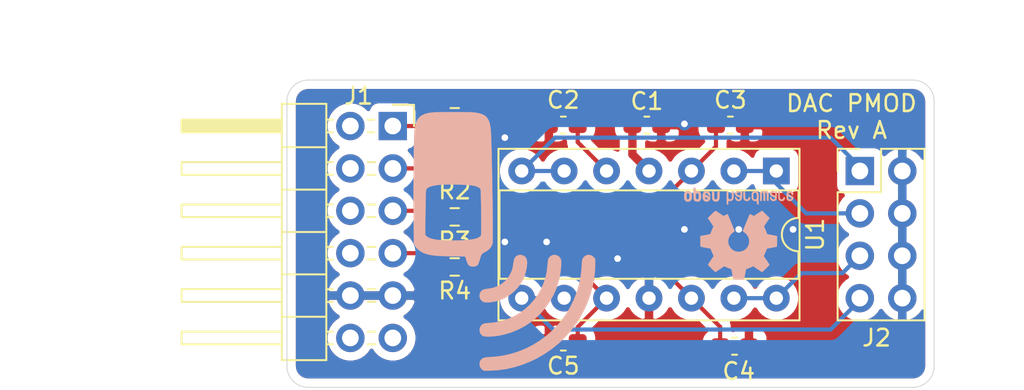
<source format=kicad_pcb>
(kicad_pcb (version 20171130) (host pcbnew 5.1.10-1.fc33)

  (general
    (thickness 1.6)
    (drawings 12)
    (tracks 56)
    (zones 0)
    (modules 14)
    (nets 19)
  )

  (page A4)
  (title_block
    (title "Sigma Delta DAC Filter PMOD")
    (date 2021-10-07)
    (rev A)
    (company "Mobilinkd LLC")
  )

  (layers
    (0 F.Cu signal)
    (1 In1.Cu power)
    (2 In2.Cu power)
    (31 B.Cu signal)
    (32 B.Adhes user)
    (33 F.Adhes user)
    (34 B.Paste user)
    (35 F.Paste user)
    (36 B.SilkS user)
    (37 F.SilkS user)
    (38 B.Mask user)
    (39 F.Mask user)
    (40 Dwgs.User user)
    (41 Cmts.User user)
    (42 Eco1.User user)
    (43 Eco2.User user)
    (44 Edge.Cuts user)
    (45 Margin user)
    (46 B.CrtYd user)
    (47 F.CrtYd user)
    (48 B.Fab user)
    (49 F.Fab user)
  )

  (setup
    (last_trace_width 0.25)
    (trace_clearance 0.2)
    (zone_clearance 0.508)
    (zone_45_only no)
    (trace_min 0.2)
    (via_size 0.8)
    (via_drill 0.4)
    (via_min_size 0.4)
    (via_min_drill 0.3)
    (uvia_size 0.3)
    (uvia_drill 0.1)
    (uvias_allowed no)
    (uvia_min_size 0.2)
    (uvia_min_drill 0.1)
    (edge_width 0.05)
    (segment_width 0.2)
    (pcb_text_width 0.3)
    (pcb_text_size 1.5 1.5)
    (mod_edge_width 0.12)
    (mod_text_size 1 1)
    (mod_text_width 0.15)
    (pad_size 1.524 1.524)
    (pad_drill 0.762)
    (pad_to_mask_clearance 0)
    (aux_axis_origin 0 0)
    (visible_elements FFFFFF7F)
    (pcbplotparams
      (layerselection 0x010f0_ffffffff)
      (usegerberextensions false)
      (usegerberattributes false)
      (usegerberadvancedattributes false)
      (creategerberjobfile false)
      (excludeedgelayer true)
      (linewidth 0.100000)
      (plotframeref false)
      (viasonmask false)
      (mode 1)
      (useauxorigin false)
      (hpglpennumber 1)
      (hpglpenspeed 20)
      (hpglpendiameter 15.000000)
      (psnegative false)
      (psa4output false)
      (plotreference true)
      (plotvalue true)
      (plotinvisibletext false)
      (padsonsilk false)
      (subtractmaskfromsilk false)
      (outputformat 1)
      (mirror false)
      (drillshape 0)
      (scaleselection 1)
      (outputdirectory "Gerbers"))
  )

  (net 0 "")
  (net 1 +3V3)
  (net 2 GND)
  (net 3 "Net-(J1-Pad10)")
  (net 4 "Net-(J1-Pad9)")
  (net 5 "Net-(J1-Pad8)")
  (net 6 "Net-(J1-Pad7)")
  (net 7 "Net-(J1-Pad4)")
  (net 8 "Net-(J1-Pad3)")
  (net 9 "Net-(J1-Pad2)")
  (net 10 "Net-(J1-Pad1)")
  (net 11 "Net-(C2-Pad1)")
  (net 12 "Net-(C3-Pad1)")
  (net 13 "Net-(C4-Pad1)")
  (net 14 "Net-(C5-Pad1)")
  (net 15 "Net-(J2-Pad7)")
  (net 16 "Net-(J2-Pad5)")
  (net 17 "Net-(J2-Pad3)")
  (net 18 "Net-(J2-Pad1)")

  (net_class Default "This is the default net class."
    (clearance 0.2)
    (trace_width 0.25)
    (via_dia 0.8)
    (via_drill 0.4)
    (uvia_dia 0.3)
    (uvia_drill 0.1)
    (add_net "Net-(C2-Pad1)")
    (add_net "Net-(C3-Pad1)")
    (add_net "Net-(C4-Pad1)")
    (add_net "Net-(C5-Pad1)")
    (add_net "Net-(J1-Pad1)")
    (add_net "Net-(J1-Pad10)")
    (add_net "Net-(J1-Pad2)")
    (add_net "Net-(J1-Pad3)")
    (add_net "Net-(J1-Pad4)")
    (add_net "Net-(J1-Pad7)")
    (add_net "Net-(J1-Pad8)")
    (add_net "Net-(J1-Pad9)")
    (add_net "Net-(J2-Pad1)")
    (add_net "Net-(J2-Pad3)")
    (add_net "Net-(J2-Pad5)")
    (add_net "Net-(J2-Pad7)")
  )

  (net_class POWER ""
    (clearance 0.3)
    (trace_width 0.5)
    (via_dia 0.8)
    (via_drill 0.4)
    (uvia_dia 0.3)
    (uvia_drill 0.1)
    (add_net +3V3)
    (add_net GND)
  )

  (module Symbol:OSHW-Logo2_7.3x6mm_SilkScreen (layer B.Cu) (tedit 0) (tstamp 6161D200)
    (at 151.5 91.75)
    (descr "Open Source Hardware Symbol")
    (tags "Logo Symbol OSHW")
    (attr virtual)
    (fp_text reference REF** (at 0 0) (layer B.SilkS) hide
      (effects (font (size 1 1) (thickness 0.15)) (justify mirror))
    )
    (fp_text value OSHW-Logo2_7.3x6mm_SilkScreen (at 0.75 0) (layer B.Fab) hide
      (effects (font (size 1 1) (thickness 0.15)) (justify mirror))
    )
    (fp_poly (pts (xy 0.10391 2.757652) (xy 0.182454 2.757222) (xy 0.239298 2.756058) (xy 0.278105 2.753793)
      (xy 0.302538 2.75006) (xy 0.316262 2.744494) (xy 0.32294 2.736727) (xy 0.326236 2.726395)
      (xy 0.326556 2.725057) (xy 0.331562 2.700921) (xy 0.340829 2.653299) (xy 0.353392 2.587259)
      (xy 0.368287 2.507872) (xy 0.384551 2.420204) (xy 0.385119 2.417125) (xy 0.40141 2.331211)
      (xy 0.416652 2.255304) (xy 0.429861 2.193955) (xy 0.440054 2.151718) (xy 0.446248 2.133145)
      (xy 0.446543 2.132816) (xy 0.464788 2.123747) (xy 0.502405 2.108633) (xy 0.551271 2.090738)
      (xy 0.551543 2.090642) (xy 0.613093 2.067507) (xy 0.685657 2.038035) (xy 0.754057 2.008403)
      (xy 0.757294 2.006938) (xy 0.868702 1.956374) (xy 1.115399 2.12484) (xy 1.191077 2.176197)
      (xy 1.259631 2.222111) (xy 1.317088 2.25997) (xy 1.359476 2.287163) (xy 1.382825 2.301079)
      (xy 1.385042 2.302111) (xy 1.40201 2.297516) (xy 1.433701 2.275345) (xy 1.481352 2.234553)
      (xy 1.546198 2.174095) (xy 1.612397 2.109773) (xy 1.676214 2.046388) (xy 1.733329 1.988549)
      (xy 1.780305 1.939825) (xy 1.813703 1.90379) (xy 1.830085 1.884016) (xy 1.830694 1.882998)
      (xy 1.832505 1.869428) (xy 1.825683 1.847267) (xy 1.80854 1.813522) (xy 1.779393 1.7652)
      (xy 1.736555 1.699308) (xy 1.679448 1.614483) (xy 1.628766 1.539823) (xy 1.583461 1.47286)
      (xy 1.54615 1.417484) (xy 1.519452 1.37758) (xy 1.505985 1.357038) (xy 1.505137 1.355644)
      (xy 1.506781 1.335962) (xy 1.519245 1.297707) (xy 1.540048 1.248111) (xy 1.547462 1.232272)
      (xy 1.579814 1.16171) (xy 1.614328 1.081647) (xy 1.642365 1.012371) (xy 1.662568 0.960955)
      (xy 1.678615 0.921881) (xy 1.687888 0.901459) (xy 1.689041 0.899886) (xy 1.706096 0.897279)
      (xy 1.746298 0.890137) (xy 1.804302 0.879477) (xy 1.874763 0.866315) (xy 1.952335 0.851667)
      (xy 2.031672 0.836551) (xy 2.107431 0.821982) (xy 2.174264 0.808978) (xy 2.226828 0.798555)
      (xy 2.259776 0.79173) (xy 2.267857 0.789801) (xy 2.276205 0.785038) (xy 2.282506 0.774282)
      (xy 2.287045 0.753902) (xy 2.290104 0.720266) (xy 2.291967 0.669745) (xy 2.292918 0.598708)
      (xy 2.29324 0.503524) (xy 2.293257 0.464508) (xy 2.293257 0.147201) (xy 2.217057 0.132161)
      (xy 2.174663 0.124005) (xy 2.1114 0.112101) (xy 2.034962 0.097884) (xy 1.953043 0.08279)
      (xy 1.9304 0.078645) (xy 1.854806 0.063947) (xy 1.788953 0.049495) (xy 1.738366 0.036625)
      (xy 1.708574 0.026678) (xy 1.703612 0.023713) (xy 1.691426 0.002717) (xy 1.673953 -0.037967)
      (xy 1.654577 -0.090322) (xy 1.650734 -0.1016) (xy 1.625339 -0.171523) (xy 1.593817 -0.250418)
      (xy 1.562969 -0.321266) (xy 1.562817 -0.321595) (xy 1.511447 -0.432733) (xy 1.680399 -0.681253)
      (xy 1.849352 -0.929772) (xy 1.632429 -1.147058) (xy 1.566819 -1.211726) (xy 1.506979 -1.268733)
      (xy 1.456267 -1.315033) (xy 1.418046 -1.347584) (xy 1.395675 -1.363343) (xy 1.392466 -1.364343)
      (xy 1.373626 -1.356469) (xy 1.33518 -1.334578) (xy 1.28133 -1.301267) (xy 1.216276 -1.259131)
      (xy 1.14594 -1.211943) (xy 1.074555 -1.16381) (xy 1.010908 -1.121928) (xy 0.959041 -1.088871)
      (xy 0.922995 -1.067218) (xy 0.906867 -1.059543) (xy 0.887189 -1.066037) (xy 0.849875 -1.08315)
      (xy 0.802621 -1.107326) (xy 0.797612 -1.110013) (xy 0.733977 -1.141927) (xy 0.690341 -1.157579)
      (xy 0.663202 -1.157745) (xy 0.649057 -1.143204) (xy 0.648975 -1.143) (xy 0.641905 -1.125779)
      (xy 0.625042 -1.084899) (xy 0.599695 -1.023525) (xy 0.567171 -0.944819) (xy 0.528778 -0.851947)
      (xy 0.485822 -0.748072) (xy 0.444222 -0.647502) (xy 0.398504 -0.536516) (xy 0.356526 -0.433703)
      (xy 0.319548 -0.342215) (xy 0.288827 -0.265201) (xy 0.265622 -0.205815) (xy 0.25119 -0.167209)
      (xy 0.246743 -0.1528) (xy 0.257896 -0.136272) (xy 0.287069 -0.10993) (xy 0.325971 -0.080887)
      (xy 0.436757 0.010961) (xy 0.523351 0.116241) (xy 0.584716 0.232734) (xy 0.619815 0.358224)
      (xy 0.627608 0.490493) (xy 0.621943 0.551543) (xy 0.591078 0.678205) (xy 0.53792 0.790059)
      (xy 0.465767 0.885999) (xy 0.377917 0.964924) (xy 0.277665 1.02573) (xy 0.16831 1.067313)
      (xy 0.053147 1.088572) (xy -0.064525 1.088401) (xy -0.18141 1.065699) (xy -0.294211 1.019362)
      (xy -0.399631 0.948287) (xy -0.443632 0.908089) (xy -0.528021 0.804871) (xy -0.586778 0.692075)
      (xy -0.620296 0.57299) (xy -0.628965 0.450905) (xy -0.613177 0.329107) (xy -0.573322 0.210884)
      (xy -0.509793 0.099525) (xy -0.422979 -0.001684) (xy -0.325971 -0.080887) (xy -0.285563 -0.111162)
      (xy -0.257018 -0.137219) (xy -0.246743 -0.152825) (xy -0.252123 -0.169843) (xy -0.267425 -0.2105)
      (xy -0.291388 -0.271642) (xy -0.322756 -0.350119) (xy -0.360268 -0.44278) (xy -0.402667 -0.546472)
      (xy -0.444337 -0.647526) (xy -0.49031 -0.758607) (xy -0.532893 -0.861541) (xy -0.570779 -0.953165)
      (xy -0.60266 -1.030316) (xy -0.627229 -1.089831) (xy -0.64318 -1.128544) (xy -0.64909 -1.143)
      (xy -0.663052 -1.157685) (xy -0.69006 -1.157642) (xy -0.733587 -1.142099) (xy -0.79711 -1.110284)
      (xy -0.797612 -1.110013) (xy -0.84544 -1.085323) (xy -0.884103 -1.067338) (xy -0.905905 -1.059614)
      (xy -0.906867 -1.059543) (xy -0.923279 -1.067378) (xy -0.959513 -1.089165) (xy -1.011526 -1.122328)
      (xy -1.075275 -1.164291) (xy -1.14594 -1.211943) (xy -1.217884 -1.260191) (xy -1.282726 -1.302151)
      (xy -1.336265 -1.335227) (xy -1.374303 -1.356821) (xy -1.392467 -1.364343) (xy -1.409192 -1.354457)
      (xy -1.44282 -1.326826) (xy -1.48999 -1.284495) (xy -1.547342 -1.230505) (xy -1.611516 -1.167899)
      (xy -1.632503 -1.146983) (xy -1.849501 -0.929623) (xy -1.684332 -0.68722) (xy -1.634136 -0.612781)
      (xy -1.590081 -0.545972) (xy -1.554638 -0.490665) (xy -1.530281 -0.450729) (xy -1.519478 -0.430036)
      (xy -1.519162 -0.428563) (xy -1.524857 -0.409058) (xy -1.540174 -0.369822) (xy -1.562463 -0.31743)
      (xy -1.578107 -0.282355) (xy -1.607359 -0.215201) (xy -1.634906 -0.147358) (xy -1.656263 -0.090034)
      (xy -1.662065 -0.072572) (xy -1.678548 -0.025938) (xy -1.69466 0.010095) (xy -1.70351 0.023713)
      (xy -1.72304 0.032048) (xy -1.765666 0.043863) (xy -1.825855 0.057819) (xy -1.898078 0.072578)
      (xy -1.9304 0.078645) (xy -2.012478 0.093727) (xy -2.091205 0.108331) (xy -2.158891 0.12102)
      (xy -2.20784 0.130358) (xy -2.217057 0.132161) (xy -2.293257 0.147201) (xy -2.293257 0.464508)
      (xy -2.293086 0.568846) (xy -2.292384 0.647787) (xy -2.290866 0.704962) (xy -2.288251 0.744001)
      (xy -2.284254 0.768535) (xy -2.278591 0.782195) (xy -2.27098 0.788611) (xy -2.267857 0.789801)
      (xy -2.249022 0.79402) (xy -2.207412 0.802438) (xy -2.14837 0.814039) (xy -2.077243 0.827805)
      (xy -1.999375 0.84272) (xy -1.920113 0.857768) (xy -1.844802 0.871931) (xy -1.778787 0.884194)
      (xy -1.727413 0.893539) (xy -1.696025 0.89895) (xy -1.689041 0.899886) (xy -1.682715 0.912404)
      (xy -1.66871 0.945754) (xy -1.649645 0.993623) (xy -1.642366 1.012371) (xy -1.613004 1.084805)
      (xy -1.578429 1.16483) (xy -1.547463 1.232272) (xy -1.524677 1.283841) (xy -1.509518 1.326215)
      (xy -1.504458 1.352166) (xy -1.505264 1.355644) (xy -1.515959 1.372064) (xy -1.54038 1.408583)
      (xy -1.575905 1.461313) (xy -1.619913 1.526365) (xy -1.669783 1.599849) (xy -1.679644 1.614355)
      (xy -1.737508 1.700296) (xy -1.780044 1.765739) (xy -1.808946 1.813696) (xy -1.82591 1.84718)
      (xy -1.832633 1.869205) (xy -1.83081 1.882783) (xy -1.830764 1.882869) (xy -1.816414 1.900703)
      (xy -1.784677 1.935183) (xy -1.73899 1.982732) (xy -1.682796 2.039778) (xy -1.619532 2.102745)
      (xy -1.612398 2.109773) (xy -1.53267 2.18698) (xy -1.471143 2.24367) (xy -1.426579 2.28089)
      (xy -1.397743 2.299685) (xy -1.385042 2.302111) (xy -1.366506 2.291529) (xy -1.328039 2.267084)
      (xy -1.273614 2.231388) (xy -1.207202 2.187053) (xy -1.132775 2.136689) (xy -1.115399 2.12484)
      (xy -0.868703 1.956374) (xy -0.757294 2.006938) (xy -0.689543 2.036405) (xy -0.616817 2.066041)
      (xy -0.554297 2.08967) (xy -0.551543 2.090642) (xy -0.50264 2.108543) (xy -0.464943 2.12368)
      (xy -0.446575 2.13279) (xy -0.446544 2.132816) (xy -0.440715 2.149283) (xy -0.430808 2.189781)
      (xy -0.417805 2.249758) (xy -0.402691 2.32466) (xy -0.386448 2.409936) (xy -0.385119 2.417125)
      (xy -0.368825 2.504986) (xy -0.353867 2.58474) (xy -0.341209 2.651319) (xy -0.331814 2.699653)
      (xy -0.326646 2.724675) (xy -0.326556 2.725057) (xy -0.323411 2.735701) (xy -0.317296 2.743738)
      (xy -0.304547 2.749533) (xy -0.2815 2.753453) (xy -0.244491 2.755865) (xy -0.189856 2.757135)
      (xy -0.113933 2.757629) (xy -0.013056 2.757714) (xy 0 2.757714) (xy 0.10391 2.757652)) (layer B.SilkS) (width 0.01))
    (fp_poly (pts (xy 3.153595 -1.966966) (xy 3.211021 -2.004497) (xy 3.238719 -2.038096) (xy 3.260662 -2.099064)
      (xy 3.262405 -2.147308) (xy 3.258457 -2.211816) (xy 3.109686 -2.276934) (xy 3.037349 -2.310202)
      (xy 2.990084 -2.336964) (xy 2.965507 -2.360144) (xy 2.961237 -2.382667) (xy 2.974889 -2.407455)
      (xy 2.989943 -2.423886) (xy 3.033746 -2.450235) (xy 3.081389 -2.452081) (xy 3.125145 -2.431546)
      (xy 3.157289 -2.390752) (xy 3.163038 -2.376347) (xy 3.190576 -2.331356) (xy 3.222258 -2.312182)
      (xy 3.265714 -2.295779) (xy 3.265714 -2.357966) (xy 3.261872 -2.400283) (xy 3.246823 -2.435969)
      (xy 3.21528 -2.476943) (xy 3.210592 -2.482267) (xy 3.175506 -2.51872) (xy 3.145347 -2.538283)
      (xy 3.107615 -2.547283) (xy 3.076335 -2.55023) (xy 3.020385 -2.550965) (xy 2.980555 -2.54166)
      (xy 2.955708 -2.527846) (xy 2.916656 -2.497467) (xy 2.889625 -2.464613) (xy 2.872517 -2.423294)
      (xy 2.863238 -2.367521) (xy 2.859693 -2.291305) (xy 2.85941 -2.252622) (xy 2.860372 -2.206247)
      (xy 2.948007 -2.206247) (xy 2.949023 -2.231126) (xy 2.951556 -2.2352) (xy 2.968274 -2.229665)
      (xy 3.004249 -2.215017) (xy 3.052331 -2.19419) (xy 3.062386 -2.189714) (xy 3.123152 -2.158814)
      (xy 3.156632 -2.131657) (xy 3.16399 -2.10622) (xy 3.146391 -2.080481) (xy 3.131856 -2.069109)
      (xy 3.07941 -2.046364) (xy 3.030322 -2.050122) (xy 2.989227 -2.077884) (xy 2.960758 -2.127152)
      (xy 2.951631 -2.166257) (xy 2.948007 -2.206247) (xy 2.860372 -2.206247) (xy 2.861285 -2.162249)
      (xy 2.868196 -2.095384) (xy 2.881884 -2.046695) (xy 2.904096 -2.010849) (xy 2.936574 -1.982513)
      (xy 2.950733 -1.973355) (xy 3.015053 -1.949507) (xy 3.085473 -1.948006) (xy 3.153595 -1.966966)) (layer B.SilkS) (width 0.01))
    (fp_poly (pts (xy 2.6526 -1.958752) (xy 2.669948 -1.966334) (xy 2.711356 -1.999128) (xy 2.746765 -2.046547)
      (xy 2.768664 -2.097151) (xy 2.772229 -2.122098) (xy 2.760279 -2.156927) (xy 2.734067 -2.175357)
      (xy 2.705964 -2.186516) (xy 2.693095 -2.188572) (xy 2.686829 -2.173649) (xy 2.674456 -2.141175)
      (xy 2.669028 -2.126502) (xy 2.63859 -2.075744) (xy 2.59452 -2.050427) (xy 2.53801 -2.051206)
      (xy 2.533825 -2.052203) (xy 2.503655 -2.066507) (xy 2.481476 -2.094393) (xy 2.466327 -2.139287)
      (xy 2.45725 -2.204615) (xy 2.453286 -2.293804) (xy 2.452914 -2.341261) (xy 2.45273 -2.416071)
      (xy 2.451522 -2.467069) (xy 2.448309 -2.499471) (xy 2.442109 -2.518495) (xy 2.43194 -2.529356)
      (xy 2.416819 -2.537272) (xy 2.415946 -2.53767) (xy 2.386828 -2.549981) (xy 2.372403 -2.554514)
      (xy 2.370186 -2.540809) (xy 2.368289 -2.502925) (xy 2.366847 -2.445715) (xy 2.365998 -2.374027)
      (xy 2.365829 -2.321565) (xy 2.366692 -2.220047) (xy 2.37007 -2.143032) (xy 2.377142 -2.086023)
      (xy 2.389088 -2.044526) (xy 2.40709 -2.014043) (xy 2.432327 -1.99008) (xy 2.457247 -1.973355)
      (xy 2.517171 -1.951097) (xy 2.586911 -1.946076) (xy 2.6526 -1.958752)) (layer B.SilkS) (width 0.01))
    (fp_poly (pts (xy 2.144876 -1.956335) (xy 2.186667 -1.975344) (xy 2.219469 -1.998378) (xy 2.243503 -2.024133)
      (xy 2.260097 -2.057358) (xy 2.270577 -2.1028) (xy 2.276271 -2.165207) (xy 2.278507 -2.249327)
      (xy 2.278743 -2.304721) (xy 2.278743 -2.520826) (xy 2.241774 -2.53767) (xy 2.212656 -2.549981)
      (xy 2.198231 -2.554514) (xy 2.195472 -2.541025) (xy 2.193282 -2.504653) (xy 2.191942 -2.451542)
      (xy 2.191657 -2.409372) (xy 2.190434 -2.348447) (xy 2.187136 -2.300115) (xy 2.182321 -2.270518)
      (xy 2.178496 -2.264229) (xy 2.152783 -2.270652) (xy 2.112418 -2.287125) (xy 2.065679 -2.309458)
      (xy 2.020845 -2.333457) (xy 1.986193 -2.35493) (xy 1.970002 -2.369685) (xy 1.969938 -2.369845)
      (xy 1.97133 -2.397152) (xy 1.983818 -2.423219) (xy 2.005743 -2.444392) (xy 2.037743 -2.451474)
      (xy 2.065092 -2.450649) (xy 2.103826 -2.450042) (xy 2.124158 -2.459116) (xy 2.136369 -2.483092)
      (xy 2.137909 -2.487613) (xy 2.143203 -2.521806) (xy 2.129047 -2.542568) (xy 2.092148 -2.552462)
      (xy 2.052289 -2.554292) (xy 1.980562 -2.540727) (xy 1.943432 -2.521355) (xy 1.897576 -2.475845)
      (xy 1.873256 -2.419983) (xy 1.871073 -2.360957) (xy 1.891629 -2.305953) (xy 1.922549 -2.271486)
      (xy 1.95342 -2.252189) (xy 2.001942 -2.227759) (xy 2.058485 -2.202985) (xy 2.06791 -2.199199)
      (xy 2.130019 -2.171791) (xy 2.165822 -2.147634) (xy 2.177337 -2.123619) (xy 2.16658 -2.096635)
      (xy 2.148114 -2.075543) (xy 2.104469 -2.049572) (xy 2.056446 -2.047624) (xy 2.012406 -2.067637)
      (xy 1.980709 -2.107551) (xy 1.976549 -2.117848) (xy 1.952327 -2.155724) (xy 1.916965 -2.183842)
      (xy 1.872343 -2.206917) (xy 1.872343 -2.141485) (xy 1.874969 -2.101506) (xy 1.88623 -2.069997)
      (xy 1.911199 -2.036378) (xy 1.935169 -2.010484) (xy 1.972441 -1.973817) (xy 2.001401 -1.954121)
      (xy 2.032505 -1.94622) (xy 2.067713 -1.944914) (xy 2.144876 -1.956335)) (layer B.SilkS) (width 0.01))
    (fp_poly (pts (xy 1.779833 -1.958663) (xy 1.782048 -1.99685) (xy 1.783784 -2.054886) (xy 1.784899 -2.12818)
      (xy 1.785257 -2.205055) (xy 1.785257 -2.465196) (xy 1.739326 -2.511127) (xy 1.707675 -2.539429)
      (xy 1.67989 -2.550893) (xy 1.641915 -2.550168) (xy 1.62684 -2.548321) (xy 1.579726 -2.542948)
      (xy 1.540756 -2.539869) (xy 1.531257 -2.539585) (xy 1.499233 -2.541445) (xy 1.453432 -2.546114)
      (xy 1.435674 -2.548321) (xy 1.392057 -2.551735) (xy 1.362745 -2.54432) (xy 1.33368 -2.521427)
      (xy 1.323188 -2.511127) (xy 1.277257 -2.465196) (xy 1.277257 -1.978602) (xy 1.314226 -1.961758)
      (xy 1.346059 -1.949282) (xy 1.364683 -1.944914) (xy 1.369458 -1.958718) (xy 1.373921 -1.997286)
      (xy 1.377775 -2.056356) (xy 1.380722 -2.131663) (xy 1.382143 -2.195286) (xy 1.386114 -2.445657)
      (xy 1.420759 -2.450556) (xy 1.452268 -2.447131) (xy 1.467708 -2.436041) (xy 1.472023 -2.415308)
      (xy 1.475708 -2.371145) (xy 1.478469 -2.309146) (xy 1.480012 -2.234909) (xy 1.480235 -2.196706)
      (xy 1.480457 -1.976783) (xy 1.526166 -1.960849) (xy 1.558518 -1.950015) (xy 1.576115 -1.944962)
      (xy 1.576623 -1.944914) (xy 1.578388 -1.958648) (xy 1.580329 -1.99673) (xy 1.582282 -2.054482)
      (xy 1.584084 -2.127227) (xy 1.585343 -2.195286) (xy 1.589314 -2.445657) (xy 1.6764 -2.445657)
      (xy 1.680396 -2.21724) (xy 1.684392 -1.988822) (xy 1.726847 -1.966868) (xy 1.758192 -1.951793)
      (xy 1.776744 -1.944951) (xy 1.777279 -1.944914) (xy 1.779833 -1.958663)) (layer B.SilkS) (width 0.01))
    (fp_poly (pts (xy 1.190117 -2.065358) (xy 1.189933 -2.173837) (xy 1.189219 -2.257287) (xy 1.187675 -2.319704)
      (xy 1.185001 -2.365085) (xy 1.180894 -2.397429) (xy 1.175055 -2.420733) (xy 1.167182 -2.438995)
      (xy 1.161221 -2.449418) (xy 1.111855 -2.505945) (xy 1.049264 -2.541377) (xy 0.980013 -2.55409)
      (xy 0.910668 -2.542463) (xy 0.869375 -2.521568) (xy 0.826025 -2.485422) (xy 0.796481 -2.441276)
      (xy 0.778655 -2.383462) (xy 0.770463 -2.306313) (xy 0.769302 -2.249714) (xy 0.769458 -2.245647)
      (xy 0.870857 -2.245647) (xy 0.871476 -2.31055) (xy 0.874314 -2.353514) (xy 0.88084 -2.381622)
      (xy 0.892523 -2.401953) (xy 0.906483 -2.417288) (xy 0.953365 -2.44689) (xy 1.003701 -2.449419)
      (xy 1.051276 -2.424705) (xy 1.054979 -2.421356) (xy 1.070783 -2.403935) (xy 1.080693 -2.383209)
      (xy 1.086058 -2.352362) (xy 1.088228 -2.304577) (xy 1.088571 -2.251748) (xy 1.087827 -2.185381)
      (xy 1.084748 -2.141106) (xy 1.078061 -2.112009) (xy 1.066496 -2.091173) (xy 1.057013 -2.080107)
      (xy 1.01296 -2.052198) (xy 0.962224 -2.048843) (xy 0.913796 -2.070159) (xy 0.90445 -2.078073)
      (xy 0.88854 -2.095647) (xy 0.87861 -2.116587) (xy 0.873278 -2.147782) (xy 0.871163 -2.196122)
      (xy 0.870857 -2.245647) (xy 0.769458 -2.245647) (xy 0.77281 -2.158568) (xy 0.784726 -2.090086)
      (xy 0.807135 -2.0386) (xy 0.842124 -1.998443) (xy 0.869375 -1.977861) (xy 0.918907 -1.955625)
      (xy 0.976316 -1.945304) (xy 1.029682 -1.948067) (xy 1.059543 -1.959212) (xy 1.071261 -1.962383)
      (xy 1.079037 -1.950557) (xy 1.084465 -1.918866) (xy 1.088571 -1.870593) (xy 1.093067 -1.816829)
      (xy 1.099313 -1.784482) (xy 1.110676 -1.765985) (xy 1.130528 -1.75377) (xy 1.143 -1.748362)
      (xy 1.190171 -1.728601) (xy 1.190117 -2.065358)) (layer B.SilkS) (width 0.01))
    (fp_poly (pts (xy 0.529926 -1.949755) (xy 0.595858 -1.974084) (xy 0.649273 -2.017117) (xy 0.670164 -2.047409)
      (xy 0.692939 -2.102994) (xy 0.692466 -2.143186) (xy 0.668562 -2.170217) (xy 0.659717 -2.174813)
      (xy 0.62153 -2.189144) (xy 0.602028 -2.185472) (xy 0.595422 -2.161407) (xy 0.595086 -2.148114)
      (xy 0.582992 -2.09921) (xy 0.551471 -2.064999) (xy 0.507659 -2.048476) (xy 0.458695 -2.052634)
      (xy 0.418894 -2.074227) (xy 0.40545 -2.086544) (xy 0.395921 -2.101487) (xy 0.389485 -2.124075)
      (xy 0.385317 -2.159328) (xy 0.382597 -2.212266) (xy 0.380502 -2.287907) (xy 0.37996 -2.311857)
      (xy 0.377981 -2.39379) (xy 0.375731 -2.451455) (xy 0.372357 -2.489608) (xy 0.367006 -2.513004)
      (xy 0.358824 -2.526398) (xy 0.346959 -2.534545) (xy 0.339362 -2.538144) (xy 0.307102 -2.550452)
      (xy 0.288111 -2.554514) (xy 0.281836 -2.540948) (xy 0.278006 -2.499934) (xy 0.2766 -2.430999)
      (xy 0.277598 -2.333669) (xy 0.277908 -2.318657) (xy 0.280101 -2.229859) (xy 0.282693 -2.165019)
      (xy 0.286382 -2.119067) (xy 0.291864 -2.086935) (xy 0.299835 -2.063553) (xy 0.310993 -2.043852)
      (xy 0.31683 -2.03541) (xy 0.350296 -1.998057) (xy 0.387727 -1.969003) (xy 0.392309 -1.966467)
      (xy 0.459426 -1.946443) (xy 0.529926 -1.949755)) (layer B.SilkS) (width 0.01))
    (fp_poly (pts (xy 0.039744 -1.950968) (xy 0.096616 -1.972087) (xy 0.097267 -1.972493) (xy 0.13244 -1.99838)
      (xy 0.158407 -2.028633) (xy 0.17667 -2.068058) (xy 0.188732 -2.121462) (xy 0.196096 -2.193651)
      (xy 0.200264 -2.289432) (xy 0.200629 -2.303078) (xy 0.205876 -2.508842) (xy 0.161716 -2.531678)
      (xy 0.129763 -2.54711) (xy 0.11047 -2.554423) (xy 0.109578 -2.554514) (xy 0.106239 -2.541022)
      (xy 0.103587 -2.504626) (xy 0.101956 -2.451452) (xy 0.1016 -2.408393) (xy 0.101592 -2.338641)
      (xy 0.098403 -2.294837) (xy 0.087288 -2.273944) (xy 0.063501 -2.272925) (xy 0.022296 -2.288741)
      (xy -0.039914 -2.317815) (xy -0.085659 -2.341963) (xy -0.109187 -2.362913) (xy -0.116104 -2.385747)
      (xy -0.116114 -2.386877) (xy -0.104701 -2.426212) (xy -0.070908 -2.447462) (xy -0.019191 -2.450539)
      (xy 0.018061 -2.450006) (xy 0.037703 -2.460735) (xy 0.049952 -2.486505) (xy 0.057002 -2.519337)
      (xy 0.046842 -2.537966) (xy 0.043017 -2.540632) (xy 0.007001 -2.55134) (xy -0.043434 -2.552856)
      (xy -0.095374 -2.545759) (xy -0.132178 -2.532788) (xy -0.183062 -2.489585) (xy -0.211986 -2.429446)
      (xy -0.217714 -2.382462) (xy -0.213343 -2.340082) (xy -0.197525 -2.305488) (xy -0.166203 -2.274763)
      (xy -0.115322 -2.24399) (xy -0.040824 -2.209252) (xy -0.036286 -2.207288) (xy 0.030821 -2.176287)
      (xy 0.072232 -2.150862) (xy 0.089981 -2.128014) (xy 0.086107 -2.104745) (xy 0.062643 -2.078056)
      (xy 0.055627 -2.071914) (xy 0.00863 -2.0481) (xy -0.040067 -2.049103) (xy -0.082478 -2.072451)
      (xy -0.110616 -2.115675) (xy -0.113231 -2.12416) (xy -0.138692 -2.165308) (xy -0.170999 -2.185128)
      (xy -0.217714 -2.20477) (xy -0.217714 -2.15395) (xy -0.203504 -2.080082) (xy -0.161325 -2.012327)
      (xy -0.139376 -1.989661) (xy -0.089483 -1.960569) (xy -0.026033 -1.9474) (xy 0.039744 -1.950968)) (layer B.SilkS) (width 0.01))
    (fp_poly (pts (xy -0.624114 -1.851289) (xy -0.619861 -1.910613) (xy -0.614975 -1.945572) (xy -0.608205 -1.96082)
      (xy -0.598298 -1.961015) (xy -0.595086 -1.959195) (xy -0.552356 -1.946015) (xy -0.496773 -1.946785)
      (xy -0.440263 -1.960333) (xy -0.404918 -1.977861) (xy -0.368679 -2.005861) (xy -0.342187 -2.037549)
      (xy -0.324001 -2.077813) (xy -0.312678 -2.131543) (xy -0.306778 -2.203626) (xy -0.304857 -2.298951)
      (xy -0.304823 -2.317237) (xy -0.3048 -2.522646) (xy -0.350509 -2.53858) (xy -0.382973 -2.54942)
      (xy -0.400785 -2.554468) (xy -0.401309 -2.554514) (xy -0.403063 -2.540828) (xy -0.404556 -2.503076)
      (xy -0.405674 -2.446224) (xy -0.406303 -2.375234) (xy -0.4064 -2.332073) (xy -0.406602 -2.246973)
      (xy -0.407642 -2.185981) (xy -0.410169 -2.144177) (xy -0.414836 -2.116642) (xy -0.422293 -2.098456)
      (xy -0.433189 -2.084698) (xy -0.439993 -2.078073) (xy -0.486728 -2.051375) (xy -0.537728 -2.049375)
      (xy -0.583999 -2.071955) (xy -0.592556 -2.080107) (xy -0.605107 -2.095436) (xy -0.613812 -2.113618)
      (xy -0.619369 -2.139909) (xy -0.622474 -2.179562) (xy -0.623824 -2.237832) (xy -0.624114 -2.318173)
      (xy -0.624114 -2.522646) (xy -0.669823 -2.53858) (xy -0.702287 -2.54942) (xy -0.720099 -2.554468)
      (xy -0.720623 -2.554514) (xy -0.721963 -2.540623) (xy -0.723172 -2.501439) (xy -0.724199 -2.4407)
      (xy -0.724998 -2.362141) (xy -0.725519 -2.269498) (xy -0.725714 -2.166509) (xy -0.725714 -1.769342)
      (xy -0.678543 -1.749444) (xy -0.631371 -1.729547) (xy -0.624114 -1.851289)) (layer B.SilkS) (width 0.01))
    (fp_poly (pts (xy -1.831697 -1.931239) (xy -1.774473 -1.969735) (xy -1.730251 -2.025335) (xy -1.703833 -2.096086)
      (xy -1.69849 -2.148162) (xy -1.699097 -2.169893) (xy -1.704178 -2.186531) (xy -1.718145 -2.201437)
      (xy -1.745411 -2.217973) (xy -1.790388 -2.239498) (xy -1.857489 -2.269374) (xy -1.857829 -2.269524)
      (xy -1.919593 -2.297813) (xy -1.970241 -2.322933) (xy -2.004596 -2.342179) (xy -2.017482 -2.352848)
      (xy -2.017486 -2.352934) (xy -2.006128 -2.376166) (xy -1.979569 -2.401774) (xy -1.949077 -2.420221)
      (xy -1.93363 -2.423886) (xy -1.891485 -2.411212) (xy -1.855192 -2.379471) (xy -1.837483 -2.344572)
      (xy -1.820448 -2.318845) (xy -1.787078 -2.289546) (xy -1.747851 -2.264235) (xy -1.713244 -2.250471)
      (xy -1.706007 -2.249714) (xy -1.697861 -2.26216) (xy -1.69737 -2.293972) (xy -1.703357 -2.336866)
      (xy -1.714643 -2.382558) (xy -1.73005 -2.422761) (xy -1.730829 -2.424322) (xy -1.777196 -2.489062)
      (xy -1.837289 -2.533097) (xy -1.905535 -2.554711) (xy -1.976362 -2.552185) (xy -2.044196 -2.523804)
      (xy -2.047212 -2.521808) (xy -2.100573 -2.473448) (xy -2.13566 -2.410352) (xy -2.155078 -2.327387)
      (xy -2.157684 -2.304078) (xy -2.162299 -2.194055) (xy -2.156767 -2.142748) (xy -2.017486 -2.142748)
      (xy -2.015676 -2.174753) (xy -2.005778 -2.184093) (xy -1.981102 -2.177105) (xy -1.942205 -2.160587)
      (xy -1.898725 -2.139881) (xy -1.897644 -2.139333) (xy -1.860791 -2.119949) (xy -1.846 -2.107013)
      (xy -1.849647 -2.093451) (xy -1.865005 -2.075632) (xy -1.904077 -2.049845) (xy -1.946154 -2.04795)
      (xy -1.983897 -2.066717) (xy -2.009966 -2.102915) (xy -2.017486 -2.142748) (xy -2.156767 -2.142748)
      (xy -2.152806 -2.106027) (xy -2.12845 -2.036212) (xy -2.094544 -1.987302) (xy -2.033347 -1.937878)
      (xy -1.965937 -1.913359) (xy -1.89712 -1.911797) (xy -1.831697 -1.931239)) (layer B.SilkS) (width 0.01))
    (fp_poly (pts (xy -2.958885 -1.921962) (xy -2.890855 -1.957733) (xy -2.840649 -2.015301) (xy -2.822815 -2.052312)
      (xy -2.808937 -2.107882) (xy -2.801833 -2.178096) (xy -2.80116 -2.254727) (xy -2.806573 -2.329552)
      (xy -2.81773 -2.394342) (xy -2.834286 -2.440873) (xy -2.839374 -2.448887) (xy -2.899645 -2.508707)
      (xy -2.971231 -2.544535) (xy -3.048908 -2.55502) (xy -3.127452 -2.53881) (xy -3.149311 -2.529092)
      (xy -3.191878 -2.499143) (xy -3.229237 -2.459433) (xy -3.232768 -2.454397) (xy -3.247119 -2.430124)
      (xy -3.256606 -2.404178) (xy -3.26221 -2.370022) (xy -3.264914 -2.321119) (xy -3.265701 -2.250935)
      (xy -3.265714 -2.2352) (xy -3.265678 -2.230192) (xy -3.120571 -2.230192) (xy -3.119727 -2.29643)
      (xy -3.116404 -2.340386) (xy -3.109417 -2.368779) (xy -3.097584 -2.388325) (xy -3.091543 -2.394857)
      (xy -3.056814 -2.41968) (xy -3.023097 -2.418548) (xy -2.989005 -2.397016) (xy -2.968671 -2.374029)
      (xy -2.956629 -2.340478) (xy -2.949866 -2.287569) (xy -2.949402 -2.281399) (xy -2.948248 -2.185513)
      (xy -2.960312 -2.114299) (xy -2.98543 -2.068194) (xy -3.02344 -2.047635) (xy -3.037008 -2.046514)
      (xy -3.072636 -2.052152) (xy -3.097006 -2.071686) (xy -3.111907 -2.109042) (xy -3.119125 -2.16815)
      (xy -3.120571 -2.230192) (xy -3.265678 -2.230192) (xy -3.265174 -2.160413) (xy -3.262904 -2.108159)
      (xy -3.257932 -2.071949) (xy -3.249287 -2.045299) (xy -3.235995 -2.021722) (xy -3.233057 -2.017338)
      (xy -3.183687 -1.958249) (xy -3.129891 -1.923947) (xy -3.064398 -1.910331) (xy -3.042158 -1.909665)
      (xy -2.958885 -1.921962)) (layer B.SilkS) (width 0.01))
    (fp_poly (pts (xy -1.283907 -1.92778) (xy -1.237328 -1.954723) (xy -1.204943 -1.981466) (xy -1.181258 -2.009484)
      (xy -1.164941 -2.043748) (xy -1.154661 -2.089227) (xy -1.149086 -2.150892) (xy -1.146884 -2.233711)
      (xy -1.146629 -2.293246) (xy -1.146629 -2.512391) (xy -1.208314 -2.540044) (xy -1.27 -2.567697)
      (xy -1.277257 -2.32767) (xy -1.280256 -2.238028) (xy -1.283402 -2.172962) (xy -1.287299 -2.128026)
      (xy -1.292553 -2.09877) (xy -1.299769 -2.080748) (xy -1.30955 -2.069511) (xy -1.312688 -2.067079)
      (xy -1.360239 -2.048083) (xy -1.408303 -2.0556) (xy -1.436914 -2.075543) (xy -1.448553 -2.089675)
      (xy -1.456609 -2.10822) (xy -1.461729 -2.136334) (xy -1.464559 -2.179173) (xy -1.465744 -2.241895)
      (xy -1.465943 -2.307261) (xy -1.465982 -2.389268) (xy -1.467386 -2.447316) (xy -1.472086 -2.486465)
      (xy -1.482013 -2.51178) (xy -1.499097 -2.528323) (xy -1.525268 -2.541156) (xy -1.560225 -2.554491)
      (xy -1.598404 -2.569007) (xy -1.593859 -2.311389) (xy -1.592029 -2.218519) (xy -1.589888 -2.149889)
      (xy -1.586819 -2.100711) (xy -1.582206 -2.066198) (xy -1.575432 -2.041562) (xy -1.565881 -2.022016)
      (xy -1.554366 -2.00477) (xy -1.49881 -1.94968) (xy -1.43102 -1.917822) (xy -1.357287 -1.910191)
      (xy -1.283907 -1.92778)) (layer B.SilkS) (width 0.01))
    (fp_poly (pts (xy -2.400256 -1.919918) (xy -2.344799 -1.947568) (xy -2.295852 -1.99848) (xy -2.282371 -2.017338)
      (xy -2.267686 -2.042015) (xy -2.258158 -2.068816) (xy -2.252707 -2.104587) (xy -2.250253 -2.156169)
      (xy -2.249714 -2.224267) (xy -2.252148 -2.317588) (xy -2.260606 -2.387657) (xy -2.276826 -2.439931)
      (xy -2.302546 -2.479869) (xy -2.339503 -2.512929) (xy -2.342218 -2.514886) (xy -2.37864 -2.534908)
      (xy -2.422498 -2.544815) (xy -2.478276 -2.547257) (xy -2.568952 -2.547257) (xy -2.56899 -2.635283)
      (xy -2.569834 -2.684308) (xy -2.574976 -2.713065) (xy -2.588413 -2.730311) (xy -2.614142 -2.744808)
      (xy -2.620321 -2.747769) (xy -2.649236 -2.761648) (xy -2.671624 -2.770414) (xy -2.688271 -2.771171)
      (xy -2.699964 -2.761023) (xy -2.70749 -2.737073) (xy -2.711634 -2.696426) (xy -2.713185 -2.636186)
      (xy -2.712929 -2.553455) (xy -2.711651 -2.445339) (xy -2.711252 -2.413) (xy -2.709815 -2.301524)
      (xy -2.708528 -2.228603) (xy -2.569029 -2.228603) (xy -2.568245 -2.290499) (xy -2.56476 -2.330997)
      (xy -2.556876 -2.357708) (xy -2.542895 -2.378244) (xy -2.533403 -2.38826) (xy -2.494596 -2.417567)
      (xy -2.460237 -2.419952) (xy -2.424784 -2.39575) (xy -2.423886 -2.394857) (xy -2.409461 -2.376153)
      (xy -2.400687 -2.350732) (xy -2.396261 -2.311584) (xy -2.394882 -2.251697) (xy -2.394857 -2.23843)
      (xy -2.398188 -2.155901) (xy -2.409031 -2.098691) (xy -2.42866 -2.063766) (xy -2.45835 -2.048094)
      (xy -2.475509 -2.046514) (xy -2.516234 -2.053926) (xy -2.544168 -2.07833) (xy -2.560983 -2.12298)
      (xy -2.56835 -2.19113) (xy -2.569029 -2.228603) (xy -2.708528 -2.228603) (xy -2.708292 -2.215245)
      (xy -2.706323 -2.150333) (xy -2.70355 -2.102958) (xy -2.699612 -2.06929) (xy -2.694151 -2.045498)
      (xy -2.686808 -2.027753) (xy -2.677223 -2.012224) (xy -2.673113 -2.006381) (xy -2.618595 -1.951185)
      (xy -2.549664 -1.91989) (xy -2.469928 -1.911165) (xy -2.400256 -1.919918)) (layer B.SilkS) (width 0.01))
  )

  (module dac_pmod:Mobilinkd_Logo locked (layer B.Cu) (tedit 5EB206C8) (tstamp 6161D0E4)
    (at 135.75 92)
    (fp_text reference G1 (at 0 0) (layer B.SilkS) hide
      (effects (font (size 1.524 1.524) (thickness 0.3)) (justify mirror))
    )
    (fp_text value LOGO (at 0.75 0) (layer B.SilkS) hide
      (effects (font (size 1.524 1.524) (thickness 0.3)) (justify mirror))
    )
    (fp_poly (pts (xy -0.020434 1.712979) (xy 0.07277 1.671183) (xy 0.141089 1.60933) (xy 0.151669 1.593241)
      (xy 0.170656 1.550801) (xy 0.19755 1.47757) (xy 0.228887 1.383533) (xy 0.261206 1.278678)
      (xy 0.263765 1.27) (xy 0.29954 1.151911) (xy 0.330336 1.066275) (xy 0.362268 1.004692)
      (xy 0.40145 0.958762) (xy 0.453997 0.920082) (xy 0.526022 0.880253) (xy 0.560041 0.862933)
      (xy 0.726866 0.760268) (xy 0.859432 0.638937) (xy 0.955645 0.50141) (xy 1.01341 0.35016)
      (xy 1.01976 0.320633) (xy 1.024182 0.273887) (xy 1.027584 0.187704) (xy 1.030014 0.064966)
      (xy 1.031519 -0.091443) (xy 1.032144 -0.278643) (xy 1.031938 -0.493749) (xy 1.030946 -0.733878)
      (xy 1.029217 -0.99615) (xy 1.026796 -1.27768) (xy 1.023731 -1.575586) (xy 1.020069 -1.886986)
      (xy 1.015856 -2.208996) (xy 1.011139 -2.538735) (xy 1.005966 -2.873319) (xy 1.000383 -3.209866)
      (xy 0.994437 -3.545493) (xy 0.988175 -3.877318) (xy 0.981645 -4.202458) (xy 0.974891 -4.518031)
      (xy 0.967963 -4.821153) (xy 0.960906 -5.108942) (xy 0.953768 -5.378515) (xy 0.946595 -5.62699)
      (xy 0.939435 -5.851484) (xy 0.932334 -6.049115) (xy 0.925339 -6.217) (xy 0.918497 -6.352256)
      (xy 0.911855 -6.452) (xy 0.909054 -6.483431) (xy 0.877381 -6.715727) (xy 0.830549 -6.911384)
      (xy 0.765333 -7.073513) (xy 0.678509 -7.205221) (xy 0.566851 -7.30962) (xy 0.427134 -7.389818)
      (xy 0.256132 -7.448925) (xy 0.050621 -7.490051) (xy -0.159523 -7.513687) (xy -0.240393 -7.518357)
      (xy -0.35778 -7.522317) (xy -0.505877 -7.52557) (xy -0.678874 -7.528119) (xy -0.870962 -7.529965)
      (xy -1.076332 -7.531111) (xy -1.289175 -7.531559) (xy -1.503682 -7.531313) (xy -1.714044 -7.530375)
      (xy -1.914453 -7.528747) (xy -2.099098 -7.526432) (xy -2.262171 -7.523432) (xy -2.397863 -7.51975)
      (xy -2.500364 -7.515388) (xy -2.541032 -7.512655) (xy -2.785302 -7.481965) (xy -2.993279 -7.432742)
      (xy -3.167284 -7.363808) (xy -3.309639 -7.273981) (xy -3.422664 -7.162083) (xy -3.50868 -7.026933)
      (xy -3.512745 -7.018654) (xy -3.55272 -6.917169) (xy -3.591068 -6.7852) (xy -3.624945 -6.63458)
      (xy -3.651504 -6.477142) (xy -3.660787 -6.402917) (xy -3.666645 -6.32817) (xy -3.672345 -6.214365)
      (xy -3.677856 -6.064777) (xy -3.683146 -5.882681) (xy -3.688182 -5.671352) (xy -3.692934 -5.434066)
      (xy -3.697369 -5.174096) (xy -3.701456 -4.89472) (xy -3.705162 -4.599211) (xy -3.708457 -4.290844)
      (xy -3.711309 -3.972896) (xy -3.713685 -3.64864) (xy -3.715555 -3.321352) (xy -3.716885 -2.994306)
      (xy -3.717646 -2.670779) (xy -3.717804 -2.354046) (xy -3.717328 -2.04738) (xy -3.716186 -1.754058)
      (xy -3.714348 -1.477354) (xy -3.71178 -1.220543) (xy -3.711347 -1.185334) (xy -3.698684 -0.179917)
      (xy -3.012017 -0.179917) (xy -2.997129 -1.502834) (xy -2.993972 -1.775254) (xy -2.991022 -2.00856)
      (xy -2.98816 -2.205969) (xy -2.985269 -2.3707) (xy -2.982233 -2.50597) (xy -2.978935 -2.614997)
      (xy -2.975257 -2.701) (xy -2.971082 -2.767195) (xy -2.966294 -2.8168) (xy -2.960776 -2.853034)
      (xy -2.95441 -2.879115) (xy -2.947079 -2.89826) (xy -2.946328 -2.899834) (xy -2.890501 -2.969894)
      (xy -2.795189 -3.030695) (xy -2.659958 -3.082382) (xy -2.484372 -3.125104) (xy -2.267998 -3.159007)
      (xy -2.137833 -3.173334) (xy -2.039208 -3.180059) (xy -1.907944 -3.184823) (xy -1.750813 -3.187725)
      (xy -1.574589 -3.188865) (xy -1.386045 -3.188345) (xy -1.191951 -3.186263) (xy -0.999082 -3.18272)
      (xy -0.81421 -3.177817) (xy -0.644107 -3.171654) (xy -0.495546 -3.16433) (xy -0.375299 -3.155947)
      (xy -0.290139 -3.146604) (xy -0.28575 -3.145929) (xy -0.18497 -3.129015) (xy -0.090216 -3.111324)
      (xy -0.015689 -3.095585) (xy 0.010584 -3.089014) (xy 0.102144 -3.055699) (xy 0.187294 -3.011028)
      (xy 0.254976 -2.961932) (xy 0.294137 -2.915343) (xy 0.296601 -2.909713) (xy 0.301422 -2.876616)
      (xy 0.306065 -2.806023) (xy 0.310492 -2.702335) (xy 0.314665 -2.569953) (xy 0.318546 -2.413279)
      (xy 0.322098 -2.236716) (xy 0.325283 -2.044663) (xy 0.328062 -1.841524) (xy 0.330399 -1.631699)
      (xy 0.332255 -1.41959) (xy 0.333593 -1.209599) (xy 0.334374 -1.006127) (xy 0.334561 -0.813576)
      (xy 0.334116 -0.636348) (xy 0.333001 -0.478844) (xy 0.331179 -0.345466) (xy 0.328611 -0.240615)
      (xy 0.32526 -0.168692) (xy 0.321088 -0.134101) (xy 0.320462 -0.132535) (xy 0.279152 -0.086152)
      (xy 0.208189 -0.036143) (xy 0.119 0.01089) (xy 0.023011 0.048348) (xy -0.008626 0.057592)
      (xy -0.155849 0.088721) (xy -0.338248 0.11471) (xy -0.548967 0.135457) (xy -0.781149 0.150859)
      (xy -1.027938 0.160813) (xy -1.282478 0.165218) (xy -1.537911 0.163969) (xy -1.787383 0.156966)
      (xy -2.024036 0.144105) (xy -2.241013 0.125283) (xy -2.431459 0.100398) (xy -2.467473 0.094387)
      (xy -2.628138 0.057816) (xy -2.767804 0.008986) (xy -2.879433 -0.049102) (xy -2.955989 -0.113444)
      (xy -2.95681 -0.114413) (xy -3.012017 -0.179917) (xy -3.698684 -0.179917) (xy -3.692018 0.34925)
      (xy -3.64082 0.455083) (xy -3.557051 0.58597) (xy -3.438866 0.709496) (xy -3.294182 0.818359)
      (xy -3.174162 0.885451) (xy -3.061905 0.93476) (xy -2.942039 0.976776) (xy -2.81047 1.012021)
      (xy -2.663107 1.041019) (xy -2.495855 1.064294) (xy -2.304621 1.082367) (xy -2.085312 1.095763)
      (xy -1.833835 1.105004) (xy -1.546096 1.110613) (xy -1.400563 1.112117) (xy -1.224567 1.113704)
      (xy -1.062414 1.115526) (xy -0.918856 1.117502) (xy -0.798643 1.119552) (xy -0.706524 1.121593)
      (xy -0.64725 1.123546) (xy -0.625574 1.125325) (xy -0.616903 1.147123) (xy -0.598141 1.200493)
      (xy -0.57229 1.27675) (xy -0.549942 1.344083) (xy -0.509746 1.46173) (xy -0.476075 1.546221)
      (xy -0.444255 1.605223) (xy -0.40961 1.646405) (xy -0.367466 1.677435) (xy -0.336276 1.694552)
      (xy -0.236266 1.727012) (xy -0.127216 1.732372) (xy -0.020434 1.712979)) (layer B.SilkS) (width 0.01))
    (fp_poly (pts (xy 0.794979 3.873329) (xy 0.836084 3.870396) (xy 1.152095 3.825419) (xy 1.455115 3.740472)
      (xy 1.743249 3.616435) (xy 2.014606 3.454189) (xy 2.267292 3.254616) (xy 2.371898 3.155379)
      (xy 2.587208 2.911713) (xy 2.764012 2.650476) (xy 2.902443 2.371395) (xy 3.002634 2.074197)
      (xy 3.064716 1.758609) (xy 3.070076 1.71552) (xy 3.083837 1.539148) (xy 3.079539 1.397049)
      (xy 3.056791 1.285027) (xy 3.022826 1.2106) (xy 2.945099 1.122744) (xy 2.842161 1.060605)
      (xy 2.725524 1.028831) (xy 2.606696 1.032071) (xy 2.589915 1.035736) (xy 2.490434 1.06998)
      (xy 2.412583 1.121514) (xy 2.353039 1.195532) (xy 2.30848 1.297224) (xy 2.275583 1.431781)
      (xy 2.256682 1.556465) (xy 2.239926 1.670698) (xy 2.219179 1.78359) (xy 2.197342 1.880559)
      (xy 2.181077 1.93675) (xy 2.075491 2.180614) (xy 1.937136 2.399846) (xy 1.769106 2.591964)
      (xy 1.574498 2.754487) (xy 1.356405 2.884935) (xy 1.117923 2.980825) (xy 0.862146 3.039677)
      (xy 0.794394 3.048474) (xy 0.700613 3.05937) (xy 0.615814 3.070264) (xy 0.553981 3.079324)
      (xy 0.53975 3.08184) (xy 0.428851 3.122729) (xy 0.340725 3.193007) (xy 0.277494 3.285106)
      (xy 0.241282 3.391459) (xy 0.234212 3.504499) (xy 0.258408 3.616659) (xy 0.315994 3.720371)
      (xy 0.34981 3.758757) (xy 0.413006 3.813197) (xy 0.480423 3.849878) (xy 0.560759 3.870795)
      (xy 0.662711 3.877947) (xy 0.794979 3.873329)) (layer B.SilkS) (width 0.01))
    (fp_poly (pts (xy 0.875956 5.923401) (xy 1.052938 5.911379) (xy 1.242751 5.889552) (xy 1.439801 5.858221)
      (xy 1.638494 5.817683) (xy 1.725084 5.796986) (xy 2.143783 5.670791) (xy 2.543426 5.507362)
      (xy 2.922303 5.308082) (xy 3.278704 5.074334) (xy 3.610919 4.807499) (xy 3.917237 4.50896)
      (xy 4.195948 4.180101) (xy 4.445343 3.822303) (xy 4.66371 3.436949) (xy 4.677062 3.410434)
      (xy 4.81155 3.106431) (xy 4.92582 2.776988) (xy 5.017011 2.433684) (xy 5.082263 2.088101)
      (xy 5.118715 1.751819) (xy 5.125154 1.596394) (xy 5.126264 1.483896) (xy 5.124163 1.40338)
      (xy 5.117588 1.34454) (xy 5.105273 1.297069) (xy 5.085954 1.250662) (xy 5.081599 1.241553)
      (xy 5.01411 1.147963) (xy 4.918908 1.077765) (xy 4.806199 1.035532) (xy 4.68619 1.025834)
      (xy 4.622053 1.035708) (xy 4.51857 1.0808) (xy 4.426726 1.15772) (xy 4.380461 1.218764)
      (xy 4.360926 1.257147) (xy 4.345279 1.306308) (xy 4.332078 1.37386) (xy 4.319882 1.467414)
      (xy 4.307249 1.594585) (xy 4.305386 1.61526) (xy 4.289818 1.781119) (xy 4.275127 1.9152)
      (xy 4.259689 2.027984) (xy 4.24188 2.129953) (xy 4.220076 2.231586) (xy 4.192653 2.343367)
      (xy 4.192448 2.344167) (xy 4.076867 2.712395) (xy 3.924222 3.063174) (xy 3.736959 3.394176)
      (xy 3.517527 3.703075) (xy 3.268372 3.987545) (xy 2.991943 4.24526) (xy 2.690687 4.473893)
      (xy 2.367051 4.671117) (xy 2.023483 4.834607) (xy 1.662431 4.962036) (xy 1.359136 5.037163)
      (xy 1.247553 5.056691) (xy 1.112096 5.075903) (xy 0.971176 5.092386) (xy 0.86172 5.102382)
      (xy 0.71471 5.11483) (xy 0.602813 5.128081) (xy 0.518822 5.144054) (xy 0.455531 5.164665)
      (xy 0.405733 5.191832) (xy 0.362221 5.227472) (xy 0.351202 5.238209) (xy 0.277425 5.336858)
      (xy 0.240836 5.450484) (xy 0.239226 5.580318) (xy 0.268702 5.701725) (xy 0.332015 5.80077)
      (xy 0.408193 5.867458) (xy 0.477922 5.897647) (xy 0.582854 5.916834) (xy 0.717396 5.925319)
      (xy 0.875956 5.923401)) (layer B.SilkS) (width 0.01))
    (fp_poly (pts (xy 0.855647 7.964331) (xy 1.343042 7.93677) (xy 1.829713 7.868134) (xy 2.312689 7.75962)
      (xy 2.788997 7.612429) (xy 3.255667 7.427757) (xy 3.709727 7.206804) (xy 4.148203 6.950768)
      (xy 4.568126 6.660848) (xy 4.966522 6.33824) (xy 5.031907 6.280222) (xy 5.387096 5.933835)
      (xy 5.714402 5.559783) (xy 6.012336 5.161293) (xy 6.279406 4.741595) (xy 6.514122 4.303916)
      (xy 6.714993 3.851486) (xy 6.880529 3.387533) (xy 7.009238 2.915286) (xy 7.099631 2.437972)
      (xy 7.150216 1.958821) (xy 7.160868 1.669091) (xy 7.164917 1.274433) (xy 7.099173 1.192841)
      (xy 7.000314 1.099331) (xy 6.886598 1.042419) (xy 6.76375 1.024227) (xy 6.675219 1.035708)
      (xy 6.574128 1.078979) (xy 6.483322 1.151147) (xy 6.414495 1.241077) (xy 6.384638 1.312333)
      (xy 6.378547 1.351142) (xy 6.370989 1.423607) (xy 6.362722 1.521107) (xy 6.354506 1.635023)
      (xy 6.350141 1.703916) (xy 6.339724 1.847636) (xy 6.325509 2.003193) (xy 6.3092 2.153808)
      (xy 6.292503 2.282704) (xy 6.28884 2.307166) (xy 6.194346 2.783007) (xy 6.061444 3.243778)
      (xy 5.891901 3.68772) (xy 5.687484 4.113077) (xy 5.449959 4.518093) (xy 5.181093 4.901009)
      (xy 4.882653 5.260069) (xy 4.556405 5.593515) (xy 4.204117 5.899592) (xy 3.827556 6.17654)
      (xy 3.428487 6.422604) (xy 3.008678 6.636026) (xy 2.569895 6.81505) (xy 2.113905 6.957917)
      (xy 1.642476 7.062871) (xy 1.480302 7.089411) (xy 1.349159 7.106746) (xy 1.193835 7.123879)
      (xy 1.032451 7.138989) (xy 0.883129 7.150253) (xy 0.862616 7.151515) (xy 0.711504 7.162091)
      (xy 0.595461 7.175106) (xy 0.507223 7.192914) (xy 0.439524 7.217868) (xy 0.3851 7.252324)
      (xy 0.336687 7.298634) (xy 0.309372 7.330773) (xy 0.268604 7.391479) (xy 0.246519 7.457146)
      (xy 0.236994 7.534479) (xy 0.245096 7.670722) (xy 0.290229 7.786949) (xy 0.37196 7.882207)
      (xy 0.4066 7.908679) (xy 0.494211 7.96925) (xy 0.855647 7.964331)) (layer B.SilkS) (width 0.01))
    (fp_poly (pts (xy -1.128129 -0.328133) (xy -0.929701 -0.328377) (xy -0.766328 -0.328956) (xy -0.634369 -0.330011)
      (xy -0.530184 -0.331683) (xy -0.450135 -0.334114) (xy -0.39058 -0.337444) (xy -0.347881 -0.341816)
      (xy -0.318399 -0.347369) (xy -0.298492 -0.354246) (xy -0.284522 -0.362588) (xy -0.275222 -0.370367)
      (xy -0.250931 -0.392328) (xy -0.230275 -0.413065) (xy -0.21294 -0.436017) (xy -0.198612 -0.464628)
      (xy -0.186977 -0.502339) (xy -0.177723 -0.552591) (xy -0.170536 -0.618828) (xy -0.165103 -0.704489)
      (xy -0.161109 -0.813019) (xy -0.158242 -0.947857) (xy -0.156187 -1.112446) (xy -0.154633 -1.310228)
      (xy -0.153264 -1.544645) (xy -0.152317 -1.719792) (xy -0.145884 -2.899834) (xy -0.592666 -2.899834)
      (xy -0.592666 -0.846667) (xy -1.143 -0.846667) (xy -1.143 -2.899834) (xy -1.5875 -2.899834)
      (xy -1.5875 -0.846667) (xy -2.137833 -0.846667) (xy -2.137833 -2.899834) (xy -2.561166 -2.899834)
      (xy -2.561166 -1.713449) (xy -2.561152 -1.452762) (xy -2.560929 -1.230987) (xy -2.560229 -1.044705)
      (xy -2.55878 -0.890495) (xy -2.556314 -0.764937) (xy -2.552561 -0.664611) (xy -2.547251 -0.586096)
      (xy -2.540115 -0.525971) (xy -2.530883 -0.480817) (xy -2.519285 -0.447213) (xy -2.505052 -0.421738)
      (xy -2.487913 -0.400973) (xy -2.4676 -0.381497) (xy -2.455278 -0.370367) (xy -2.443431 -0.360759)
      (xy -2.428545 -0.352728) (xy -2.406979 -0.346133) (xy -2.375094 -0.340832) (xy -2.32925 -0.336684)
      (xy -2.265808 -0.333549) (xy -2.181128 -0.331284) (xy -2.071569 -0.32975) (xy -1.933493 -0.328803)
      (xy -1.76326 -0.328305) (xy -1.55723 -0.328112) (xy -1.36525 -0.328084) (xy -1.128129 -0.328133)) (layer B.Mask) (width 0.01))
  )

  (module Package_DIP:DIP-14_W7.62mm_Socket (layer F.Cu) (tedit 5A02E8C5) (tstamp 615FA94F)
    (at 153.75 88 270)
    (descr "14-lead though-hole mounted DIP package, row spacing 7.62 mm (300 mils), Socket")
    (tags "THT DIP DIL PDIP 2.54mm 7.62mm 300mil Socket")
    (path /616D3B32)
    (fp_text reference U1 (at 3.81 -2.33 90) (layer F.SilkS)
      (effects (font (size 1 1) (thickness 0.15)))
    )
    (fp_text value MCP6004 (at 3.81 17.57 90) (layer F.Fab)
      (effects (font (size 1 1) (thickness 0.15)))
    )
    (fp_line (start 1.635 -1.27) (end 6.985 -1.27) (layer F.Fab) (width 0.1))
    (fp_line (start 6.985 -1.27) (end 6.985 16.51) (layer F.Fab) (width 0.1))
    (fp_line (start 6.985 16.51) (end 0.635 16.51) (layer F.Fab) (width 0.1))
    (fp_line (start 0.635 16.51) (end 0.635 -0.27) (layer F.Fab) (width 0.1))
    (fp_line (start 0.635 -0.27) (end 1.635 -1.27) (layer F.Fab) (width 0.1))
    (fp_line (start -1.27 -1.33) (end -1.27 16.57) (layer F.Fab) (width 0.1))
    (fp_line (start -1.27 16.57) (end 8.89 16.57) (layer F.Fab) (width 0.1))
    (fp_line (start 8.89 16.57) (end 8.89 -1.33) (layer F.Fab) (width 0.1))
    (fp_line (start 8.89 -1.33) (end -1.27 -1.33) (layer F.Fab) (width 0.1))
    (fp_line (start 2.81 -1.33) (end 1.16 -1.33) (layer F.SilkS) (width 0.12))
    (fp_line (start 1.16 -1.33) (end 1.16 16.57) (layer F.SilkS) (width 0.12))
    (fp_line (start 1.16 16.57) (end 6.46 16.57) (layer F.SilkS) (width 0.12))
    (fp_line (start 6.46 16.57) (end 6.46 -1.33) (layer F.SilkS) (width 0.12))
    (fp_line (start 6.46 -1.33) (end 4.81 -1.33) (layer F.SilkS) (width 0.12))
    (fp_line (start -1.33 -1.39) (end -1.33 16.63) (layer F.SilkS) (width 0.12))
    (fp_line (start -1.33 16.63) (end 8.95 16.63) (layer F.SilkS) (width 0.12))
    (fp_line (start 8.95 16.63) (end 8.95 -1.39) (layer F.SilkS) (width 0.12))
    (fp_line (start 8.95 -1.39) (end -1.33 -1.39) (layer F.SilkS) (width 0.12))
    (fp_line (start -1.55 -1.6) (end -1.55 16.85) (layer F.CrtYd) (width 0.05))
    (fp_line (start -1.55 16.85) (end 9.15 16.85) (layer F.CrtYd) (width 0.05))
    (fp_line (start 9.15 16.85) (end 9.15 -1.6) (layer F.CrtYd) (width 0.05))
    (fp_line (start 9.15 -1.6) (end -1.55 -1.6) (layer F.CrtYd) (width 0.05))
    (fp_text user %R (at 3.81 7.62 90) (layer F.Fab)
      (effects (font (size 1 1) (thickness 0.15)))
    )
    (fp_arc (start 3.81 -1.33) (end 2.81 -1.33) (angle -180) (layer F.SilkS) (width 0.12))
    (pad 14 thru_hole oval (at 7.62 0 270) (size 1.6 1.6) (drill 0.8) (layers *.Cu *.Mask)
      (net 16 "Net-(J2-Pad5)"))
    (pad 7 thru_hole oval (at 0 15.24 270) (size 1.6 1.6) (drill 0.8) (layers *.Cu *.Mask)
      (net 18 "Net-(J2-Pad1)"))
    (pad 13 thru_hole oval (at 7.62 2.54 270) (size 1.6 1.6) (drill 0.8) (layers *.Cu *.Mask)
      (net 16 "Net-(J2-Pad5)"))
    (pad 6 thru_hole oval (at 0 12.7 270) (size 1.6 1.6) (drill 0.8) (layers *.Cu *.Mask)
      (net 18 "Net-(J2-Pad1)"))
    (pad 12 thru_hole oval (at 7.62 5.08 270) (size 1.6 1.6) (drill 0.8) (layers *.Cu *.Mask)
      (net 13 "Net-(C4-Pad1)"))
    (pad 5 thru_hole oval (at 0 10.16 270) (size 1.6 1.6) (drill 0.8) (layers *.Cu *.Mask)
      (net 11 "Net-(C2-Pad1)"))
    (pad 11 thru_hole oval (at 7.62 7.62 270) (size 1.6 1.6) (drill 0.8) (layers *.Cu *.Mask)
      (net 2 GND))
    (pad 4 thru_hole oval (at 0 7.62 270) (size 1.6 1.6) (drill 0.8) (layers *.Cu *.Mask)
      (net 1 +3V3))
    (pad 10 thru_hole oval (at 7.62 10.16 270) (size 1.6 1.6) (drill 0.8) (layers *.Cu *.Mask)
      (net 14 "Net-(C5-Pad1)"))
    (pad 3 thru_hole oval (at 0 5.08 270) (size 1.6 1.6) (drill 0.8) (layers *.Cu *.Mask)
      (net 12 "Net-(C3-Pad1)"))
    (pad 9 thru_hole oval (at 7.62 12.7 270) (size 1.6 1.6) (drill 0.8) (layers *.Cu *.Mask)
      (net 15 "Net-(J2-Pad7)"))
    (pad 2 thru_hole oval (at 0 2.54 270) (size 1.6 1.6) (drill 0.8) (layers *.Cu *.Mask)
      (net 17 "Net-(J2-Pad3)"))
    (pad 8 thru_hole oval (at 7.62 15.24 270) (size 1.6 1.6) (drill 0.8) (layers *.Cu *.Mask)
      (net 15 "Net-(J2-Pad7)"))
    (pad 1 thru_hole rect (at 0 0 270) (size 1.6 1.6) (drill 0.8) (layers *.Cu *.Mask)
      (net 17 "Net-(J2-Pad3)"))
    (model ${KISYS3DMOD}/Package_DIP.3dshapes/DIP-14_W7.62mm_Socket.wrl
      (at (xyz 0 0 0))
      (scale (xyz 1 1 1))
      (rotate (xyz 0 0 0))
    )
  )

  (module Resistor_SMD:R_0603_1608Metric_Pad0.98x0.95mm_HandSolder (layer F.Cu) (tedit 5F68FEEE) (tstamp 615FA925)
    (at 134.5 93.75 180)
    (descr "Resistor SMD 0603 (1608 Metric), square (rectangular) end terminal, IPC_7351 nominal with elongated pad for handsoldering. (Body size source: IPC-SM-782 page 72, https://www.pcb-3d.com/wordpress/wp-content/uploads/ipc-sm-782a_amendment_1_and_2.pdf), generated with kicad-footprint-generator")
    (tags "resistor handsolder")
    (path /616F86A0)
    (attr smd)
    (fp_text reference R4 (at 0 -1.43) (layer F.SilkS)
      (effects (font (size 1 1) (thickness 0.15)))
    )
    (fp_text value R (at 0 1.43) (layer F.Fab)
      (effects (font (size 1 1) (thickness 0.15)))
    )
    (fp_line (start -0.8 0.4125) (end -0.8 -0.4125) (layer F.Fab) (width 0.1))
    (fp_line (start -0.8 -0.4125) (end 0.8 -0.4125) (layer F.Fab) (width 0.1))
    (fp_line (start 0.8 -0.4125) (end 0.8 0.4125) (layer F.Fab) (width 0.1))
    (fp_line (start 0.8 0.4125) (end -0.8 0.4125) (layer F.Fab) (width 0.1))
    (fp_line (start -0.254724 -0.5225) (end 0.254724 -0.5225) (layer F.SilkS) (width 0.12))
    (fp_line (start -0.254724 0.5225) (end 0.254724 0.5225) (layer F.SilkS) (width 0.12))
    (fp_line (start -1.65 0.73) (end -1.65 -0.73) (layer F.CrtYd) (width 0.05))
    (fp_line (start -1.65 -0.73) (end 1.65 -0.73) (layer F.CrtYd) (width 0.05))
    (fp_line (start 1.65 -0.73) (end 1.65 0.73) (layer F.CrtYd) (width 0.05))
    (fp_line (start 1.65 0.73) (end -1.65 0.73) (layer F.CrtYd) (width 0.05))
    (fp_text user %R (at 0 0) (layer F.Fab)
      (effects (font (size 0.4 0.4) (thickness 0.06)))
    )
    (pad 2 smd roundrect (at 0.9125 0 180) (size 0.975 0.95) (layers F.Cu F.Paste F.Mask) (roundrect_rratio 0.25)
      (net 7 "Net-(J1-Pad4)"))
    (pad 1 smd roundrect (at -0.9125 0 180) (size 0.975 0.95) (layers F.Cu F.Paste F.Mask) (roundrect_rratio 0.25)
      (net 14 "Net-(C5-Pad1)"))
    (model ${KISYS3DMOD}/Resistor_SMD.3dshapes/R_0603_1608Metric.wrl
      (at (xyz 0 0 0))
      (scale (xyz 1 1 1))
      (rotate (xyz 0 0 0))
    )
  )

  (module Resistor_SMD:R_0603_1608Metric_Pad0.98x0.95mm_HandSolder (layer F.Cu) (tedit 5F68FEEE) (tstamp 615FA914)
    (at 134.5 90.75 180)
    (descr "Resistor SMD 0603 (1608 Metric), square (rectangular) end terminal, IPC_7351 nominal with elongated pad for handsoldering. (Body size source: IPC-SM-782 page 72, https://www.pcb-3d.com/wordpress/wp-content/uploads/ipc-sm-782a_amendment_1_and_2.pdf), generated with kicad-footprint-generator")
    (tags "resistor handsolder")
    (path /616F7820)
    (attr smd)
    (fp_text reference R3 (at 0 -1.43) (layer F.SilkS)
      (effects (font (size 1 1) (thickness 0.15)))
    )
    (fp_text value R (at 0 1.43) (layer F.Fab)
      (effects (font (size 1 1) (thickness 0.15)))
    )
    (fp_line (start -0.8 0.4125) (end -0.8 -0.4125) (layer F.Fab) (width 0.1))
    (fp_line (start -0.8 -0.4125) (end 0.8 -0.4125) (layer F.Fab) (width 0.1))
    (fp_line (start 0.8 -0.4125) (end 0.8 0.4125) (layer F.Fab) (width 0.1))
    (fp_line (start 0.8 0.4125) (end -0.8 0.4125) (layer F.Fab) (width 0.1))
    (fp_line (start -0.254724 -0.5225) (end 0.254724 -0.5225) (layer F.SilkS) (width 0.12))
    (fp_line (start -0.254724 0.5225) (end 0.254724 0.5225) (layer F.SilkS) (width 0.12))
    (fp_line (start -1.65 0.73) (end -1.65 -0.73) (layer F.CrtYd) (width 0.05))
    (fp_line (start -1.65 -0.73) (end 1.65 -0.73) (layer F.CrtYd) (width 0.05))
    (fp_line (start 1.65 -0.73) (end 1.65 0.73) (layer F.CrtYd) (width 0.05))
    (fp_line (start 1.65 0.73) (end -1.65 0.73) (layer F.CrtYd) (width 0.05))
    (fp_text user %R (at 0 0) (layer F.Fab)
      (effects (font (size 0.4 0.4) (thickness 0.06)))
    )
    (pad 2 smd roundrect (at 0.9125 0 180) (size 0.975 0.95) (layers F.Cu F.Paste F.Mask) (roundrect_rratio 0.25)
      (net 8 "Net-(J1-Pad3)"))
    (pad 1 smd roundrect (at -0.9125 0 180) (size 0.975 0.95) (layers F.Cu F.Paste F.Mask) (roundrect_rratio 0.25)
      (net 13 "Net-(C4-Pad1)"))
    (model ${KISYS3DMOD}/Resistor_SMD.3dshapes/R_0603_1608Metric.wrl
      (at (xyz 0 0 0))
      (scale (xyz 1 1 1))
      (rotate (xyz 0 0 0))
    )
  )

  (module Resistor_SMD:R_0603_1608Metric_Pad0.98x0.95mm_HandSolder (layer F.Cu) (tedit 5F68FEEE) (tstamp 615FA903)
    (at 134.5 87.75 180)
    (descr "Resistor SMD 0603 (1608 Metric), square (rectangular) end terminal, IPC_7351 nominal with elongated pad for handsoldering. (Body size source: IPC-SM-782 page 72, https://www.pcb-3d.com/wordpress/wp-content/uploads/ipc-sm-782a_amendment_1_and_2.pdf), generated with kicad-footprint-generator")
    (tags "resistor handsolder")
    (path /616F6928)
    (attr smd)
    (fp_text reference R2 (at 0 -1.43) (layer F.SilkS)
      (effects (font (size 1 1) (thickness 0.15)))
    )
    (fp_text value R (at 0 1.43) (layer F.Fab)
      (effects (font (size 1 1) (thickness 0.15)))
    )
    (fp_line (start -0.8 0.4125) (end -0.8 -0.4125) (layer F.Fab) (width 0.1))
    (fp_line (start -0.8 -0.4125) (end 0.8 -0.4125) (layer F.Fab) (width 0.1))
    (fp_line (start 0.8 -0.4125) (end 0.8 0.4125) (layer F.Fab) (width 0.1))
    (fp_line (start 0.8 0.4125) (end -0.8 0.4125) (layer F.Fab) (width 0.1))
    (fp_line (start -0.254724 -0.5225) (end 0.254724 -0.5225) (layer F.SilkS) (width 0.12))
    (fp_line (start -0.254724 0.5225) (end 0.254724 0.5225) (layer F.SilkS) (width 0.12))
    (fp_line (start -1.65 0.73) (end -1.65 -0.73) (layer F.CrtYd) (width 0.05))
    (fp_line (start -1.65 -0.73) (end 1.65 -0.73) (layer F.CrtYd) (width 0.05))
    (fp_line (start 1.65 -0.73) (end 1.65 0.73) (layer F.CrtYd) (width 0.05))
    (fp_line (start 1.65 0.73) (end -1.65 0.73) (layer F.CrtYd) (width 0.05))
    (fp_text user %R (at 0 0) (layer F.Fab)
      (effects (font (size 0.4 0.4) (thickness 0.06)))
    )
    (pad 2 smd roundrect (at 0.9125 0 180) (size 0.975 0.95) (layers F.Cu F.Paste F.Mask) (roundrect_rratio 0.25)
      (net 9 "Net-(J1-Pad2)"))
    (pad 1 smd roundrect (at -0.9125 0 180) (size 0.975 0.95) (layers F.Cu F.Paste F.Mask) (roundrect_rratio 0.25)
      (net 12 "Net-(C3-Pad1)"))
    (model ${KISYS3DMOD}/Resistor_SMD.3dshapes/R_0603_1608Metric.wrl
      (at (xyz 0 0 0))
      (scale (xyz 1 1 1))
      (rotate (xyz 0 0 0))
    )
  )

  (module Resistor_SMD:R_0603_1608Metric_Pad0.98x0.95mm_HandSolder (layer F.Cu) (tedit 5F68FEEE) (tstamp 615FA8F2)
    (at 134.5 84.75 180)
    (descr "Resistor SMD 0603 (1608 Metric), square (rectangular) end terminal, IPC_7351 nominal with elongated pad for handsoldering. (Body size source: IPC-SM-782 page 72, https://www.pcb-3d.com/wordpress/wp-content/uploads/ipc-sm-782a_amendment_1_and_2.pdf), generated with kicad-footprint-generator")
    (tags "resistor handsolder")
    (path /616F4065)
    (attr smd)
    (fp_text reference R1 (at 0 -1.43) (layer F.SilkS)
      (effects (font (size 1 1) (thickness 0.15)))
    )
    (fp_text value R (at 0 1.43) (layer F.Fab)
      (effects (font (size 1 1) (thickness 0.15)))
    )
    (fp_line (start -0.8 0.4125) (end -0.8 -0.4125) (layer F.Fab) (width 0.1))
    (fp_line (start -0.8 -0.4125) (end 0.8 -0.4125) (layer F.Fab) (width 0.1))
    (fp_line (start 0.8 -0.4125) (end 0.8 0.4125) (layer F.Fab) (width 0.1))
    (fp_line (start 0.8 0.4125) (end -0.8 0.4125) (layer F.Fab) (width 0.1))
    (fp_line (start -0.254724 -0.5225) (end 0.254724 -0.5225) (layer F.SilkS) (width 0.12))
    (fp_line (start -0.254724 0.5225) (end 0.254724 0.5225) (layer F.SilkS) (width 0.12))
    (fp_line (start -1.65 0.73) (end -1.65 -0.73) (layer F.CrtYd) (width 0.05))
    (fp_line (start -1.65 -0.73) (end 1.65 -0.73) (layer F.CrtYd) (width 0.05))
    (fp_line (start 1.65 -0.73) (end 1.65 0.73) (layer F.CrtYd) (width 0.05))
    (fp_line (start 1.65 0.73) (end -1.65 0.73) (layer F.CrtYd) (width 0.05))
    (fp_text user %R (at 0 0) (layer F.Fab)
      (effects (font (size 0.4 0.4) (thickness 0.06)))
    )
    (pad 2 smd roundrect (at 0.9125 0 180) (size 0.975 0.95) (layers F.Cu F.Paste F.Mask) (roundrect_rratio 0.25)
      (net 10 "Net-(J1-Pad1)"))
    (pad 1 smd roundrect (at -0.9125 0 180) (size 0.975 0.95) (layers F.Cu F.Paste F.Mask) (roundrect_rratio 0.25)
      (net 11 "Net-(C2-Pad1)"))
    (model ${KISYS3DMOD}/Resistor_SMD.3dshapes/R_0603_1608Metric.wrl
      (at (xyz 0 0 0))
      (scale (xyz 1 1 1))
      (rotate (xyz 0 0 0))
    )
  )

  (module Connector_PinHeader_2.54mm:PinHeader_2x04_P2.54mm_Vertical (layer F.Cu) (tedit 59FED5CC) (tstamp 615FA8E1)
    (at 158.75 88)
    (descr "Through hole straight pin header, 2x04, 2.54mm pitch, double rows")
    (tags "Through hole pin header THT 2x04 2.54mm double row")
    (path /616DC397)
    (fp_text reference J2 (at 1 10) (layer F.SilkS)
      (effects (font (size 1 1) (thickness 0.15)))
    )
    (fp_text value Conn_02x04_Odd_Even (at 1.27 9.95) (layer F.Fab)
      (effects (font (size 1 1) (thickness 0.15)))
    )
    (fp_line (start 0 -1.27) (end 3.81 -1.27) (layer F.Fab) (width 0.1))
    (fp_line (start 3.81 -1.27) (end 3.81 8.89) (layer F.Fab) (width 0.1))
    (fp_line (start 3.81 8.89) (end -1.27 8.89) (layer F.Fab) (width 0.1))
    (fp_line (start -1.27 8.89) (end -1.27 0) (layer F.Fab) (width 0.1))
    (fp_line (start -1.27 0) (end 0 -1.27) (layer F.Fab) (width 0.1))
    (fp_line (start -1.33 8.95) (end 3.87 8.95) (layer F.SilkS) (width 0.12))
    (fp_line (start -1.33 1.27) (end -1.33 8.95) (layer F.SilkS) (width 0.12))
    (fp_line (start 3.87 -1.33) (end 3.87 8.95) (layer F.SilkS) (width 0.12))
    (fp_line (start -1.33 1.27) (end 1.27 1.27) (layer F.SilkS) (width 0.12))
    (fp_line (start 1.27 1.27) (end 1.27 -1.33) (layer F.SilkS) (width 0.12))
    (fp_line (start 1.27 -1.33) (end 3.87 -1.33) (layer F.SilkS) (width 0.12))
    (fp_line (start -1.33 0) (end -1.33 -1.33) (layer F.SilkS) (width 0.12))
    (fp_line (start -1.33 -1.33) (end 0 -1.33) (layer F.SilkS) (width 0.12))
    (fp_line (start -1.8 -1.8) (end -1.8 9.4) (layer F.CrtYd) (width 0.05))
    (fp_line (start -1.8 9.4) (end 4.35 9.4) (layer F.CrtYd) (width 0.05))
    (fp_line (start 4.35 9.4) (end 4.35 -1.8) (layer F.CrtYd) (width 0.05))
    (fp_line (start 4.35 -1.8) (end -1.8 -1.8) (layer F.CrtYd) (width 0.05))
    (fp_text user %R (at 1.27 3.81 90) (layer F.Fab)
      (effects (font (size 1 1) (thickness 0.15)))
    )
    (pad 8 thru_hole oval (at 2.54 7.62) (size 1.7 1.7) (drill 1) (layers *.Cu *.Mask)
      (net 2 GND))
    (pad 7 thru_hole oval (at 0 7.62) (size 1.7 1.7) (drill 1) (layers *.Cu *.Mask)
      (net 15 "Net-(J2-Pad7)"))
    (pad 6 thru_hole oval (at 2.54 5.08) (size 1.7 1.7) (drill 1) (layers *.Cu *.Mask)
      (net 2 GND))
    (pad 5 thru_hole oval (at 0 5.08) (size 1.7 1.7) (drill 1) (layers *.Cu *.Mask)
      (net 16 "Net-(J2-Pad5)"))
    (pad 4 thru_hole oval (at 2.54 2.54) (size 1.7 1.7) (drill 1) (layers *.Cu *.Mask)
      (net 2 GND))
    (pad 3 thru_hole oval (at 0 2.54) (size 1.7 1.7) (drill 1) (layers *.Cu *.Mask)
      (net 17 "Net-(J2-Pad3)"))
    (pad 2 thru_hole oval (at 2.54 0) (size 1.7 1.7) (drill 1) (layers *.Cu *.Mask)
      (net 2 GND))
    (pad 1 thru_hole rect (at 0 0) (size 1.7 1.7) (drill 1) (layers *.Cu *.Mask)
      (net 18 "Net-(J2-Pad1)"))
    (model ${KISYS3DMOD}/Connector_PinHeader_2.54mm.3dshapes/PinHeader_2x04_P2.54mm_Vertical.wrl
      (at (xyz 0 0 0))
      (scale (xyz 1 1 1))
      (rotate (xyz 0 0 0))
    )
  )

  (module Capacitor_SMD:C_0603_1608Metric_Pad1.08x0.95mm_HandSolder (layer F.Cu) (tedit 5F68FEEF) (tstamp 615FA7D3)
    (at 141 98.25 180)
    (descr "Capacitor SMD 0603 (1608 Metric), square (rectangular) end terminal, IPC_7351 nominal with elongated pad for handsoldering. (Body size source: IPC-SM-782 page 76, https://www.pcb-3d.com/wordpress/wp-content/uploads/ipc-sm-782a_amendment_1_and_2.pdf), generated with kicad-footprint-generator")
    (tags "capacitor handsolder")
    (path /616FC258)
    (attr smd)
    (fp_text reference C5 (at 0 -1.43) (layer F.SilkS)
      (effects (font (size 1 1) (thickness 0.15)))
    )
    (fp_text value C (at 0 1.43) (layer F.Fab)
      (effects (font (size 1 1) (thickness 0.15)))
    )
    (fp_line (start -0.8 0.4) (end -0.8 -0.4) (layer F.Fab) (width 0.1))
    (fp_line (start -0.8 -0.4) (end 0.8 -0.4) (layer F.Fab) (width 0.1))
    (fp_line (start 0.8 -0.4) (end 0.8 0.4) (layer F.Fab) (width 0.1))
    (fp_line (start 0.8 0.4) (end -0.8 0.4) (layer F.Fab) (width 0.1))
    (fp_line (start -0.146267 -0.51) (end 0.146267 -0.51) (layer F.SilkS) (width 0.12))
    (fp_line (start -0.146267 0.51) (end 0.146267 0.51) (layer F.SilkS) (width 0.12))
    (fp_line (start -1.65 0.73) (end -1.65 -0.73) (layer F.CrtYd) (width 0.05))
    (fp_line (start -1.65 -0.73) (end 1.65 -0.73) (layer F.CrtYd) (width 0.05))
    (fp_line (start 1.65 -0.73) (end 1.65 0.73) (layer F.CrtYd) (width 0.05))
    (fp_line (start 1.65 0.73) (end -1.65 0.73) (layer F.CrtYd) (width 0.05))
    (fp_text user %R (at 0 0) (layer F.Fab)
      (effects (font (size 0.4 0.4) (thickness 0.06)))
    )
    (pad 2 smd roundrect (at 0.8625 0 180) (size 1.075 0.95) (layers F.Cu F.Paste F.Mask) (roundrect_rratio 0.25)
      (net 2 GND))
    (pad 1 smd roundrect (at -0.8625 0 180) (size 1.075 0.95) (layers F.Cu F.Paste F.Mask) (roundrect_rratio 0.25)
      (net 14 "Net-(C5-Pad1)"))
    (model ${KISYS3DMOD}/Capacitor_SMD.3dshapes/C_0603_1608Metric.wrl
      (at (xyz 0 0 0))
      (scale (xyz 1 1 1))
      (rotate (xyz 0 0 0))
    )
  )

  (module Capacitor_SMD:C_0603_1608Metric_Pad1.08x0.95mm_HandSolder (layer F.Cu) (tedit 5F68FEEF) (tstamp 615FA7C2)
    (at 151.25 98.5)
    (descr "Capacitor SMD 0603 (1608 Metric), square (rectangular) end terminal, IPC_7351 nominal with elongated pad for handsoldering. (Body size source: IPC-SM-782 page 76, https://www.pcb-3d.com/wordpress/wp-content/uploads/ipc-sm-782a_amendment_1_and_2.pdf), generated with kicad-footprint-generator")
    (tags "capacitor handsolder")
    (path /616FB30C)
    (attr smd)
    (fp_text reference C4 (at 0.25 1.5) (layer F.SilkS)
      (effects (font (size 1 1) (thickness 0.15)))
    )
    (fp_text value C (at 0 1.43) (layer F.Fab)
      (effects (font (size 1 1) (thickness 0.15)))
    )
    (fp_line (start -0.8 0.4) (end -0.8 -0.4) (layer F.Fab) (width 0.1))
    (fp_line (start -0.8 -0.4) (end 0.8 -0.4) (layer F.Fab) (width 0.1))
    (fp_line (start 0.8 -0.4) (end 0.8 0.4) (layer F.Fab) (width 0.1))
    (fp_line (start 0.8 0.4) (end -0.8 0.4) (layer F.Fab) (width 0.1))
    (fp_line (start -0.146267 -0.51) (end 0.146267 -0.51) (layer F.SilkS) (width 0.12))
    (fp_line (start -0.146267 0.51) (end 0.146267 0.51) (layer F.SilkS) (width 0.12))
    (fp_line (start -1.65 0.73) (end -1.65 -0.73) (layer F.CrtYd) (width 0.05))
    (fp_line (start -1.65 -0.73) (end 1.65 -0.73) (layer F.CrtYd) (width 0.05))
    (fp_line (start 1.65 -0.73) (end 1.65 0.73) (layer F.CrtYd) (width 0.05))
    (fp_line (start 1.65 0.73) (end -1.65 0.73) (layer F.CrtYd) (width 0.05))
    (fp_text user %R (at 0 0) (layer F.Fab)
      (effects (font (size 0.4 0.4) (thickness 0.06)))
    )
    (pad 2 smd roundrect (at 0.8625 0) (size 1.075 0.95) (layers F.Cu F.Paste F.Mask) (roundrect_rratio 0.25)
      (net 2 GND))
    (pad 1 smd roundrect (at -0.8625 0) (size 1.075 0.95) (layers F.Cu F.Paste F.Mask) (roundrect_rratio 0.25)
      (net 13 "Net-(C4-Pad1)"))
    (model ${KISYS3DMOD}/Capacitor_SMD.3dshapes/C_0603_1608Metric.wrl
      (at (xyz 0 0 0))
      (scale (xyz 1 1 1))
      (rotate (xyz 0 0 0))
    )
  )

  (module Capacitor_SMD:C_0603_1608Metric_Pad1.08x0.95mm_HandSolder (layer F.Cu) (tedit 5F68FEEF) (tstamp 615FA7B1)
    (at 151 85.25)
    (descr "Capacitor SMD 0603 (1608 Metric), square (rectangular) end terminal, IPC_7351 nominal with elongated pad for handsoldering. (Body size source: IPC-SM-782 page 76, https://www.pcb-3d.com/wordpress/wp-content/uploads/ipc-sm-782a_amendment_1_and_2.pdf), generated with kicad-footprint-generator")
    (tags "capacitor handsolder")
    (path /616FA44E)
    (attr smd)
    (fp_text reference C3 (at 0 -1.5) (layer F.SilkS)
      (effects (font (size 1 1) (thickness 0.15)))
    )
    (fp_text value C (at 0 -1.5) (layer F.Fab)
      (effects (font (size 1 1) (thickness 0.15)))
    )
    (fp_line (start -0.8 0.4) (end -0.8 -0.4) (layer F.Fab) (width 0.1))
    (fp_line (start -0.8 -0.4) (end 0.8 -0.4) (layer F.Fab) (width 0.1))
    (fp_line (start 0.8 -0.4) (end 0.8 0.4) (layer F.Fab) (width 0.1))
    (fp_line (start 0.8 0.4) (end -0.8 0.4) (layer F.Fab) (width 0.1))
    (fp_line (start -0.146267 -0.51) (end 0.146267 -0.51) (layer F.SilkS) (width 0.12))
    (fp_line (start -0.146267 0.51) (end 0.146267 0.51) (layer F.SilkS) (width 0.12))
    (fp_line (start -1.65 0.73) (end -1.65 -0.73) (layer F.CrtYd) (width 0.05))
    (fp_line (start -1.65 -0.73) (end 1.65 -0.73) (layer F.CrtYd) (width 0.05))
    (fp_line (start 1.65 -0.73) (end 1.65 0.73) (layer F.CrtYd) (width 0.05))
    (fp_line (start 1.65 0.73) (end -1.65 0.73) (layer F.CrtYd) (width 0.05))
    (fp_text user %R (at 0 0) (layer F.Fab)
      (effects (font (size 0.4 0.4) (thickness 0.06)))
    )
    (pad 2 smd roundrect (at 0.8625 0) (size 1.075 0.95) (layers F.Cu F.Paste F.Mask) (roundrect_rratio 0.25)
      (net 2 GND))
    (pad 1 smd roundrect (at -0.8625 0) (size 1.075 0.95) (layers F.Cu F.Paste F.Mask) (roundrect_rratio 0.25)
      (net 12 "Net-(C3-Pad1)"))
    (model ${KISYS3DMOD}/Capacitor_SMD.3dshapes/C_0603_1608Metric.wrl
      (at (xyz 0 0 0))
      (scale (xyz 1 1 1))
      (rotate (xyz 0 0 0))
    )
  )

  (module Capacitor_SMD:C_0603_1608Metric_Pad1.08x0.95mm_HandSolder (layer F.Cu) (tedit 5F68FEEF) (tstamp 615FA7A0)
    (at 141 85.25 180)
    (descr "Capacitor SMD 0603 (1608 Metric), square (rectangular) end terminal, IPC_7351 nominal with elongated pad for handsoldering. (Body size source: IPC-SM-782 page 76, https://www.pcb-3d.com/wordpress/wp-content/uploads/ipc-sm-782a_amendment_1_and_2.pdf), generated with kicad-footprint-generator")
    (tags "capacitor handsolder")
    (path /616F9414)
    (attr smd)
    (fp_text reference C2 (at 0 1.5) (layer F.SilkS)
      (effects (font (size 1 1) (thickness 0.15)))
    )
    (fp_text value C (at 0 1.43) (layer F.Fab)
      (effects (font (size 1 1) (thickness 0.15)))
    )
    (fp_line (start -0.8 0.4) (end -0.8 -0.4) (layer F.Fab) (width 0.1))
    (fp_line (start -0.8 -0.4) (end 0.8 -0.4) (layer F.Fab) (width 0.1))
    (fp_line (start 0.8 -0.4) (end 0.8 0.4) (layer F.Fab) (width 0.1))
    (fp_line (start 0.8 0.4) (end -0.8 0.4) (layer F.Fab) (width 0.1))
    (fp_line (start -0.146267 -0.51) (end 0.146267 -0.51) (layer F.SilkS) (width 0.12))
    (fp_line (start -0.146267 0.51) (end 0.146267 0.51) (layer F.SilkS) (width 0.12))
    (fp_line (start -1.65 0.73) (end -1.65 -0.73) (layer F.CrtYd) (width 0.05))
    (fp_line (start -1.65 -0.73) (end 1.65 -0.73) (layer F.CrtYd) (width 0.05))
    (fp_line (start 1.65 -0.73) (end 1.65 0.73) (layer F.CrtYd) (width 0.05))
    (fp_line (start 1.65 0.73) (end -1.65 0.73) (layer F.CrtYd) (width 0.05))
    (fp_text user %R (at 0 0) (layer F.Fab)
      (effects (font (size 0.4 0.4) (thickness 0.06)))
    )
    (pad 2 smd roundrect (at 0.8625 0 180) (size 1.075 0.95) (layers F.Cu F.Paste F.Mask) (roundrect_rratio 0.25)
      (net 2 GND))
    (pad 1 smd roundrect (at -0.8625 0 180) (size 1.075 0.95) (layers F.Cu F.Paste F.Mask) (roundrect_rratio 0.25)
      (net 11 "Net-(C2-Pad1)"))
    (model ${KISYS3DMOD}/Capacitor_SMD.3dshapes/C_0603_1608Metric.wrl
      (at (xyz 0 0 0))
      (scale (xyz 1 1 1))
      (rotate (xyz 0 0 0))
    )
  )

  (module Capacitor_SMD:C_0603_1608Metric_Pad1.08x0.95mm_HandSolder (layer F.Cu) (tedit 5F68FEEF) (tstamp 615FA78F)
    (at 146 85.25)
    (descr "Capacitor SMD 0603 (1608 Metric), square (rectangular) end terminal, IPC_7351 nominal with elongated pad for handsoldering. (Body size source: IPC-SM-782 page 76, https://www.pcb-3d.com/wordpress/wp-content/uploads/ipc-sm-782a_amendment_1_and_2.pdf), generated with kicad-footprint-generator")
    (tags "capacitor handsolder")
    (path /616D9FE6)
    (attr smd)
    (fp_text reference C1 (at 0 -1.43) (layer F.SilkS)
      (effects (font (size 1 1) (thickness 0.15)))
    )
    (fp_text value 100nF (at 0 1.43) (layer F.Fab)
      (effects (font (size 1 1) (thickness 0.15)))
    )
    (fp_line (start -0.8 0.4) (end -0.8 -0.4) (layer F.Fab) (width 0.1))
    (fp_line (start -0.8 -0.4) (end 0.8 -0.4) (layer F.Fab) (width 0.1))
    (fp_line (start 0.8 -0.4) (end 0.8 0.4) (layer F.Fab) (width 0.1))
    (fp_line (start 0.8 0.4) (end -0.8 0.4) (layer F.Fab) (width 0.1))
    (fp_line (start -0.146267 -0.51) (end 0.146267 -0.51) (layer F.SilkS) (width 0.12))
    (fp_line (start -0.146267 0.51) (end 0.146267 0.51) (layer F.SilkS) (width 0.12))
    (fp_line (start -1.65 0.73) (end -1.65 -0.73) (layer F.CrtYd) (width 0.05))
    (fp_line (start -1.65 -0.73) (end 1.65 -0.73) (layer F.CrtYd) (width 0.05))
    (fp_line (start 1.65 -0.73) (end 1.65 0.73) (layer F.CrtYd) (width 0.05))
    (fp_line (start 1.65 0.73) (end -1.65 0.73) (layer F.CrtYd) (width 0.05))
    (fp_text user %R (at 0 0) (layer F.Fab)
      (effects (font (size 0.4 0.4) (thickness 0.06)))
    )
    (pad 2 smd roundrect (at 0.8625 0) (size 1.075 0.95) (layers F.Cu F.Paste F.Mask) (roundrect_rratio 0.25)
      (net 2 GND))
    (pad 1 smd roundrect (at -0.8625 0) (size 1.075 0.95) (layers F.Cu F.Paste F.Mask) (roundrect_rratio 0.25)
      (net 1 +3V3))
    (model ${KISYS3DMOD}/Capacitor_SMD.3dshapes/C_0603_1608Metric.wrl
      (at (xyz 0 0 0))
      (scale (xyz 1 1 1))
      (rotate (xyz 0 0 0))
    )
  )

  (module Connector_PinHeader_2.54mm:PinHeader_2x06_P2.54mm_Horizontal (layer F.Cu) (tedit 5DEC33FD) (tstamp 5DEC882A)
    (at 125.095 90.805)
    (descr "Through hole angled pin header, 2x06, 2.54mm pitch, 6mm pin length, double rows")
    (tags "Through hole angled pin header THT 2x06 2.54mm double row")
    (path /5DED7E58)
    (fp_text reference J1 (at 3.655 -7.305) (layer F.SilkS)
      (effects (font (size 1 1) (thickness 0.15)))
    )
    (fp_text value Conn_02x06_Top_Bottom (at 0.045 9.47) (layer F.Fab)
      (effects (font (size 1 1) (thickness 0.15)))
    )
    (fp_line (start -7.4 -7.3) (end 7.5 -7.3) (layer F.CrtYd) (width 0.05))
    (fp_line (start -7.4 9) (end -7.4 -7.3) (layer F.CrtYd) (width 0.05))
    (fp_line (start 7.5 9) (end -7.4 9) (layer F.CrtYd) (width 0.05))
    (fp_line (start 7.5 -7.3) (end 7.5 9) (layer F.CrtYd) (width 0.05))
    (fp_line (start 6.97 -6.77) (end 5.7 -6.77) (layer F.SilkS) (width 0.12))
    (fp_line (start 6.97 -5.5) (end 6.97 -6.77) (layer F.SilkS) (width 0.12))
    (fp_line (start 4.657071 7.58) (end 4.202929 7.58) (layer F.SilkS) (width 0.12))
    (fp_line (start 4.657071 6.82) (end 4.202929 6.82) (layer F.SilkS) (width 0.12))
    (fp_line (start 2.117071 7.58) (end 1.72 7.58) (layer F.SilkS) (width 0.12))
    (fp_line (start 2.117071 6.82) (end 1.72 6.82) (layer F.SilkS) (width 0.12))
    (fp_line (start -6.94 7.58) (end -0.94 7.58) (layer F.SilkS) (width 0.12))
    (fp_line (start -6.94 6.82) (end -6.94 7.58) (layer F.SilkS) (width 0.12))
    (fp_line (start -0.94 6.82) (end -6.94 6.82) (layer F.SilkS) (width 0.12))
    (fp_line (start 1.72 5.93) (end -0.94 5.93) (layer F.SilkS) (width 0.12))
    (fp_line (start 4.657071 5.04) (end 4.202929 5.04) (layer F.SilkS) (width 0.12))
    (fp_line (start 4.657071 4.28) (end 4.202929 4.28) (layer F.SilkS) (width 0.12))
    (fp_line (start 2.117071 5.04) (end 1.72 5.04) (layer F.SilkS) (width 0.12))
    (fp_line (start 2.117071 4.28) (end 1.72 4.28) (layer F.SilkS) (width 0.12))
    (fp_line (start -6.94 5.04) (end -0.94 5.04) (layer F.SilkS) (width 0.12))
    (fp_line (start -6.94 4.28) (end -6.94 5.04) (layer F.SilkS) (width 0.12))
    (fp_line (start -0.94 4.28) (end -6.94 4.28) (layer F.SilkS) (width 0.12))
    (fp_line (start 1.72 3.39) (end -0.94 3.39) (layer F.SilkS) (width 0.12))
    (fp_line (start 4.657071 2.5) (end 4.202929 2.5) (layer F.SilkS) (width 0.12))
    (fp_line (start 4.657071 1.74) (end 4.202929 1.74) (layer F.SilkS) (width 0.12))
    (fp_line (start 2.117071 2.5) (end 1.72 2.5) (layer F.SilkS) (width 0.12))
    (fp_line (start 2.117071 1.74) (end 1.72 1.74) (layer F.SilkS) (width 0.12))
    (fp_line (start -6.94 2.5) (end -0.94 2.5) (layer F.SilkS) (width 0.12))
    (fp_line (start -6.94 1.74) (end -6.94 2.5) (layer F.SilkS) (width 0.12))
    (fp_line (start -0.94 1.74) (end -6.94 1.74) (layer F.SilkS) (width 0.12))
    (fp_line (start 1.72 0.85) (end -0.94 0.85) (layer F.SilkS) (width 0.12))
    (fp_line (start 4.657071 -0.04) (end 4.202929 -0.04) (layer F.SilkS) (width 0.12))
    (fp_line (start 4.657071 -0.8) (end 4.202929 -0.8) (layer F.SilkS) (width 0.12))
    (fp_line (start 2.117071 -0.04) (end 1.72 -0.04) (layer F.SilkS) (width 0.12))
    (fp_line (start 2.117071 -0.8) (end 1.72 -0.8) (layer F.SilkS) (width 0.12))
    (fp_line (start -6.94 -0.04) (end -0.94 -0.04) (layer F.SilkS) (width 0.12))
    (fp_line (start -6.94 -0.8) (end -6.94 -0.04) (layer F.SilkS) (width 0.12))
    (fp_line (start -0.94 -0.8) (end -6.94 -0.8) (layer F.SilkS) (width 0.12))
    (fp_line (start 1.72 -1.69) (end -0.94 -1.69) (layer F.SilkS) (width 0.12))
    (fp_line (start 4.657071 -2.58) (end 4.202929 -2.58) (layer F.SilkS) (width 0.12))
    (fp_line (start 4.657071 -3.34) (end 4.202929 -3.34) (layer F.SilkS) (width 0.12))
    (fp_line (start 2.117071 -2.58) (end 1.72 -2.58) (layer F.SilkS) (width 0.12))
    (fp_line (start 2.117071 -3.34) (end 1.72 -3.34) (layer F.SilkS) (width 0.12))
    (fp_line (start -6.94 -2.58) (end -0.94 -2.58) (layer F.SilkS) (width 0.12))
    (fp_line (start -6.94 -3.34) (end -6.94 -2.58) (layer F.SilkS) (width 0.12))
    (fp_line (start -0.94 -3.34) (end -6.94 -3.34) (layer F.SilkS) (width 0.12))
    (fp_line (start 1.72 -4.23) (end -0.94 -4.23) (layer F.SilkS) (width 0.12))
    (fp_line (start 4.59 -5.12) (end 4.202929 -5.12) (layer F.SilkS) (width 0.12))
    (fp_line (start 4.59 -5.88) (end 4.202929 -5.88) (layer F.SilkS) (width 0.12))
    (fp_line (start 2.117071 -5.12) (end 1.72 -5.12) (layer F.SilkS) (width 0.12))
    (fp_line (start 2.117071 -5.88) (end 1.72 -5.88) (layer F.SilkS) (width 0.12))
    (fp_line (start -0.94 -5.22) (end -6.94 -5.22) (layer F.SilkS) (width 0.12))
    (fp_line (start -0.94 -5.34) (end -6.94 -5.34) (layer F.SilkS) (width 0.12))
    (fp_line (start -0.94 -5.46) (end -6.94 -5.46) (layer F.SilkS) (width 0.12))
    (fp_line (start -0.94 -5.58) (end -6.94 -5.58) (layer F.SilkS) (width 0.12))
    (fp_line (start -0.94 -5.7) (end -6.94 -5.7) (layer F.SilkS) (width 0.12))
    (fp_line (start -0.94 -5.82) (end -6.94 -5.82) (layer F.SilkS) (width 0.12))
    (fp_line (start -6.94 -5.12) (end -0.94 -5.12) (layer F.SilkS) (width 0.12))
    (fp_line (start -6.94 -5.88) (end -6.94 -5.12) (layer F.SilkS) (width 0.12))
    (fp_line (start -0.94 -5.88) (end -6.94 -5.88) (layer F.SilkS) (width 0.12))
    (fp_line (start -0.94 -6.83) (end 1.72 -6.83) (layer F.SilkS) (width 0.12))
    (fp_line (start -0.94 8.53) (end -0.94 -6.83) (layer F.SilkS) (width 0.12))
    (fp_line (start 1.72 8.53) (end -0.94 8.53) (layer F.SilkS) (width 0.12))
    (fp_line (start 1.72 -6.83) (end 1.72 8.53) (layer F.SilkS) (width 0.12))
    (fp_line (start -0.88 7.52) (end -6.88 7.52) (layer F.Fab) (width 0.1))
    (fp_line (start -6.88 6.88) (end -6.88 7.52) (layer F.Fab) (width 0.1))
    (fp_line (start -0.88 6.88) (end -6.88 6.88) (layer F.Fab) (width 0.1))
    (fp_line (start 6.02 7.52) (end 1.66 7.52) (layer F.Fab) (width 0.1))
    (fp_line (start 6.02 6.88) (end 6.02 7.52) (layer F.Fab) (width 0.1))
    (fp_line (start 6.02 6.88) (end 1.66 6.88) (layer F.Fab) (width 0.1))
    (fp_line (start -0.88 4.98) (end -6.88 4.98) (layer F.Fab) (width 0.1))
    (fp_line (start -6.88 4.34) (end -6.88 4.98) (layer F.Fab) (width 0.1))
    (fp_line (start -0.88 4.34) (end -6.88 4.34) (layer F.Fab) (width 0.1))
    (fp_line (start 6.02 4.98) (end 1.66 4.98) (layer F.Fab) (width 0.1))
    (fp_line (start 6.02 4.34) (end 6.02 4.98) (layer F.Fab) (width 0.1))
    (fp_line (start 6.02 4.34) (end 1.66 4.34) (layer F.Fab) (width 0.1))
    (fp_line (start -0.88 2.44) (end -6.88 2.44) (layer F.Fab) (width 0.1))
    (fp_line (start -6.88 1.8) (end -6.88 2.44) (layer F.Fab) (width 0.1))
    (fp_line (start -0.88 1.8) (end -6.88 1.8) (layer F.Fab) (width 0.1))
    (fp_line (start 6.02 2.44) (end 1.66 2.44) (layer F.Fab) (width 0.1))
    (fp_line (start 6.02 1.8) (end 6.02 2.44) (layer F.Fab) (width 0.1))
    (fp_line (start 6.02 1.8) (end 1.66 1.8) (layer F.Fab) (width 0.1))
    (fp_line (start -0.88 -0.1) (end -6.88 -0.1) (layer F.Fab) (width 0.1))
    (fp_line (start -6.88 -0.74) (end -6.88 -0.1) (layer F.Fab) (width 0.1))
    (fp_line (start -0.88 -0.74) (end -6.88 -0.74) (layer F.Fab) (width 0.1))
    (fp_line (start 6.02 -0.1) (end 1.66 -0.1) (layer F.Fab) (width 0.1))
    (fp_line (start 6.02 -0.74) (end 6.02 -0.1) (layer F.Fab) (width 0.1))
    (fp_line (start 6.02 -0.74) (end 1.66 -0.74) (layer F.Fab) (width 0.1))
    (fp_line (start -0.88 -2.64) (end -6.88 -2.64) (layer F.Fab) (width 0.1))
    (fp_line (start -6.88 -3.28) (end -6.88 -2.64) (layer F.Fab) (width 0.1))
    (fp_line (start -0.88 -3.28) (end -6.88 -3.28) (layer F.Fab) (width 0.1))
    (fp_line (start 6.02 -2.64) (end 1.66 -2.64) (layer F.Fab) (width 0.1))
    (fp_line (start 6.02 -3.28) (end 6.02 -2.64) (layer F.Fab) (width 0.1))
    (fp_line (start 6.02 -3.28) (end 1.66 -3.28) (layer F.Fab) (width 0.1))
    (fp_line (start -0.88 -5.18) (end -6.88 -5.18) (layer F.Fab) (width 0.1))
    (fp_line (start -6.88 -5.82) (end -6.88 -5.18) (layer F.Fab) (width 0.1))
    (fp_line (start -0.88 -5.82) (end -6.88 -5.82) (layer F.Fab) (width 0.1))
    (fp_line (start 6.02 -5.18) (end 1.66 -5.18) (layer F.Fab) (width 0.1))
    (fp_line (start 6.02 -5.82) (end 6.02 -5.18) (layer F.Fab) (width 0.1))
    (fp_line (start 6.02 -5.82) (end 1.66 -5.82) (layer F.Fab) (width 0.1))
    (fp_line (start 1.66 -6.135) (end 1.025 -6.77) (layer F.Fab) (width 0.1))
    (fp_line (start 1.66 8.47) (end 1.66 -6.135) (layer F.Fab) (width 0.1))
    (fp_line (start -0.88 8.47) (end 1.66 8.47) (layer F.Fab) (width 0.1))
    (fp_line (start -0.88 -6.77) (end -0.88 8.47) (layer F.Fab) (width 0.1))
    (fp_line (start 1.025 -6.77) (end -0.88 -6.77) (layer F.Fab) (width 0.1))
    (fp_text user %R (at 0.39 0.85 90) (layer F.Fab)
      (effects (font (size 1 1) (thickness 0.15)))
    )
    (pad 12 thru_hole oval (at 3.16 7.2) (size 1.7 1.7) (drill 1) (layers *.Cu *.Mask)
      (net 1 +3V3))
    (pad 6 thru_hole oval (at 5.7 7.2) (size 1.7 1.7) (drill 1) (layers *.Cu *.Mask)
      (net 1 +3V3))
    (pad 11 thru_hole oval (at 3.16 4.66) (size 1.7 1.7) (drill 1) (layers *.Cu *.Mask)
      (net 2 GND))
    (pad 5 thru_hole oval (at 5.7 4.66) (size 1.7 1.7) (drill 1) (layers *.Cu *.Mask)
      (net 2 GND))
    (pad 10 thru_hole oval (at 3.16 2.12) (size 1.7 1.7) (drill 1) (layers *.Cu *.Mask)
      (net 3 "Net-(J1-Pad10)"))
    (pad 4 thru_hole oval (at 5.7 2.12) (size 1.7 1.7) (drill 1) (layers *.Cu *.Mask)
      (net 7 "Net-(J1-Pad4)"))
    (pad 9 thru_hole oval (at 3.16 -0.42) (size 1.7 1.7) (drill 1) (layers *.Cu *.Mask)
      (net 4 "Net-(J1-Pad9)"))
    (pad 3 thru_hole oval (at 5.7 -0.42) (size 1.7 1.7) (drill 1) (layers *.Cu *.Mask)
      (net 8 "Net-(J1-Pad3)"))
    (pad 8 thru_hole oval (at 3.16 -2.96) (size 1.7 1.7) (drill 1) (layers *.Cu *.Mask)
      (net 5 "Net-(J1-Pad8)"))
    (pad 2 thru_hole oval (at 5.7 -2.96) (size 1.7 1.7) (drill 1) (layers *.Cu *.Mask)
      (net 9 "Net-(J1-Pad2)"))
    (pad 7 thru_hole oval (at 3.16 -5.5) (size 1.7 1.7) (drill 1) (layers *.Cu *.Mask)
      (net 6 "Net-(J1-Pad7)"))
    (pad 1 thru_hole rect (at 5.7 -5.5) (size 1.7 1.7) (drill 1) (layers *.Cu *.Mask)
      (net 10 "Net-(J1-Pad1)"))
    (model ${KISYS3DMOD}/Connector_PinHeader_2.54mm.3dshapes/PinHeader_2x06_P2.54mm_Horizontal.wrl
      (offset (xyz 5.7 -7.2 0))
      (scale (xyz 1 1 1))
      (rotate (xyz 0 0 180))
    )
  )

  (dimension 18.5 (width 0.1) (layer Dwgs.User)
    (gr_text "18.500 mm" (at 111 91.75 270) (layer Dwgs.User)
      (effects (font (size 1 1) (thickness 0.15)))
    )
    (feature1 (pts (xy 128.25 101) (xy 111.663579 101)))
    (feature2 (pts (xy 128.25 82.5) (xy 111.663579 82.5)))
    (crossbar (pts (xy 112.25 82.5) (xy 112.25 101)))
    (arrow1a (pts (xy 112.25 101) (xy 111.663579 99.873496)))
    (arrow1b (pts (xy 112.25 101) (xy 112.836421 99.873496)))
    (arrow2a (pts (xy 112.25 82.5) (xy 111.663579 83.626504)))
    (arrow2b (pts (xy 112.25 82.5) (xy 112.836421 83.626504)))
  )
  (dimension 38.75 (width 0.1) (layer Dwgs.User)
    (gr_text "38.750 mm" (at 143.875 78.5) (layer Dwgs.User)
      (effects (font (size 1 1) (thickness 0.15)))
    )
    (feature1 (pts (xy 163.25 85.25) (xy 163.25 79.163579)))
    (feature2 (pts (xy 124.5 85.25) (xy 124.5 79.163579)))
    (crossbar (pts (xy 124.5 79.75) (xy 163.25 79.75)))
    (arrow1a (pts (xy 163.25 79.75) (xy 162.123496 80.336421)))
    (arrow1b (pts (xy 163.25 79.75) (xy 162.123496 79.163579)))
    (arrow2a (pts (xy 124.5 79.75) (xy 125.626504 80.336421)))
    (arrow2b (pts (xy 124.5 79.75) (xy 125.626504 79.163579)))
  )
  (gr_text "DAC PMOD\nRev A" (at 158.25 84.75) (layer F.SilkS)
    (effects (font (size 1 1) (thickness 0.15)))
  )
  (gr_text ®©® (at 160 99.75) (layer F.Mask)
    (effects (font (size 1 1) (thickness 0.15)))
  )
  (gr_arc (start 161.925 99.695) (end 161.925 100.965) (angle -90) (layer Edge.Cuts) (width 0.05))
  (gr_arc (start 125.73 99.695) (end 124.46 99.695) (angle -90) (layer Edge.Cuts) (width 0.05))
  (gr_arc (start 125.73 83.82) (end 125.73 82.55) (angle -90) (layer Edge.Cuts) (width 0.05))
  (gr_arc (start 161.925 83.82) (end 163.195 83.82) (angle -90) (layer Edge.Cuts) (width 0.05))
  (gr_line (start 163.195 99.695) (end 163.195 83.82) (layer Edge.Cuts) (width 0.05))
  (gr_line (start 125.73 100.965) (end 161.925 100.965) (layer Edge.Cuts) (width 0.05))
  (gr_line (start 125.73 82.55) (end 161.925 82.55) (layer Edge.Cuts) (width 0.05))
  (gr_line (start 124.46 83.82) (end 124.46 99.695) (layer Edge.Cuts) (width 0.05))

  (segment (start 145.1375 87.0075) (end 146.13 88) (width 0.5) (layer F.Cu) (net 1))
  (segment (start 145.1375 85.25) (end 145.1375 87.0075) (width 0.5) (layer F.Cu) (net 1))
  (via (at 137.5 86) (size 0.8) (drill 0.4) (layers F.Cu B.Cu) (net 2))
  (via (at 137.5 92.25) (size 0.8) (drill 0.4) (layers F.Cu B.Cu) (net 2))
  (via (at 140 92.25) (size 0.8) (drill 0.4) (layers F.Cu B.Cu) (net 2))
  (via (at 144.25 93.25) (size 0.8) (drill 0.4) (layers F.Cu B.Cu) (net 2))
  (via (at 148.25 91.5) (size 0.8) (drill 0.4) (layers F.Cu B.Cu) (net 2))
  (via (at 151.5 91.5) (size 0.8) (drill 0.4) (layers F.Cu B.Cu) (net 2))
  (via (at 154.75 91.5) (size 0.8) (drill 0.4) (layers F.Cu B.Cu) (net 2))
  (segment (start 146.8625 85.25) (end 148.25 85.25) (width 0.5) (layer F.Cu) (net 2))
  (via (at 148.25 85.175) (size 0.8) (drill 0.4) (layers F.Cu B.Cu) (net 2))
  (segment (start 148.25 85.25) (end 148.25 85.175) (width 0.5) (layer F.Cu) (net 2))
  (segment (start 132.7625 92.925) (end 133.5875 93.75) (width 0.25) (layer F.Cu) (net 7))
  (segment (start 130.795 92.925) (end 132.7625 92.925) (width 0.25) (layer F.Cu) (net 7))
  (segment (start 133.2225 90.385) (end 133.5875 90.75) (width 0.25) (layer F.Cu) (net 8))
  (segment (start 130.795 90.385) (end 133.2225 90.385) (width 0.25) (layer F.Cu) (net 8))
  (segment (start 133.4925 87.845) (end 133.5875 87.75) (width 0.25) (layer F.Cu) (net 9))
  (segment (start 130.795 87.845) (end 133.4925 87.845) (width 0.25) (layer F.Cu) (net 9))
  (segment (start 133.0325 85.305) (end 133.5875 84.75) (width 0.25) (layer F.Cu) (net 10))
  (segment (start 130.795 85.305) (end 133.0325 85.305) (width 0.25) (layer F.Cu) (net 10))
  (segment (start 135.4125 84.75) (end 136.1625 84) (width 0.25) (layer F.Cu) (net 11))
  (segment (start 140.6125 84) (end 141.8625 85.25) (width 0.25) (layer F.Cu) (net 11))
  (segment (start 136.1625 84) (end 140.6125 84) (width 0.25) (layer F.Cu) (net 11))
  (segment (start 141.8625 86.2725) (end 143.59 88) (width 0.25) (layer F.Cu) (net 11))
  (segment (start 141.8625 85.25) (end 141.8625 86.2725) (width 0.25) (layer F.Cu) (net 11))
  (segment (start 135.4125 87.75) (end 137.9125 90.25) (width 0.25) (layer F.Cu) (net 12))
  (segment (start 146.42 90.25) (end 148.67 88) (width 0.25) (layer F.Cu) (net 12))
  (segment (start 137.9125 90.25) (end 146.42 90.25) (width 0.25) (layer F.Cu) (net 12))
  (segment (start 150.1375 86.5325) (end 148.67 88) (width 0.25) (layer F.Cu) (net 12))
  (segment (start 150.1375 85.25) (end 150.1375 86.5325) (width 0.25) (layer F.Cu) (net 12))
  (segment (start 150.3875 97.3375) (end 148.67 95.62) (width 0.25) (layer F.Cu) (net 13))
  (segment (start 150.3875 98.5) (end 150.3875 97.3375) (width 0.25) (layer F.Cu) (net 13))
  (segment (start 143.8 90.75) (end 148.67 95.62) (width 0.25) (layer F.Cu) (net 13))
  (segment (start 135.4125 90.75) (end 143.8 90.75) (width 0.25) (layer F.Cu) (net 13))
  (segment (start 141.8625 97.3475) (end 143.59 95.62) (width 0.25) (layer F.Cu) (net 14))
  (segment (start 141.8625 98.25) (end 141.8625 97.3475) (width 0.25) (layer F.Cu) (net 14))
  (segment (start 141.72 93.75) (end 143.59 95.62) (width 0.25) (layer F.Cu) (net 14))
  (segment (start 135.4125 93.75) (end 141.72 93.75) (width 0.25) (layer F.Cu) (net 14))
  (segment (start 138.51 95.62) (end 140.39 97.5) (width 0.25) (layer B.Cu) (net 15))
  (segment (start 140.39 97.5) (end 157 97.5) (width 0.25) (layer B.Cu) (net 15))
  (segment (start 158.75 95.75) (end 158.75 95.62) (width 0.25) (layer B.Cu) (net 15))
  (segment (start 157 97.5) (end 158.75 95.75) (width 0.25) (layer B.Cu) (net 15))
  (segment (start 141.05 95.62) (end 138.51 95.62) (width 0.25) (layer B.Cu) (net 15))
  (segment (start 153.75 95.62) (end 155.25 94.12) (width 0.25) (layer B.Cu) (net 16))
  (segment (start 157.71 94.12) (end 158.75 93.08) (width 0.25) (layer B.Cu) (net 16))
  (segment (start 155.25 94.12) (end 157.71 94.12) (width 0.25) (layer B.Cu) (net 16))
  (segment (start 151.21 95.62) (end 153.75 95.62) (width 0.25) (layer B.Cu) (net 16))
  (segment (start 153.75 88) (end 153.75 88.75) (width 0.25) (layer B.Cu) (net 17))
  (segment (start 155.54 90.54) (end 158.75 90.54) (width 0.25) (layer B.Cu) (net 17))
  (segment (start 153.75 88.75) (end 155.54 90.54) (width 0.25) (layer B.Cu) (net 17))
  (segment (start 151.21 88) (end 153.75 88) (width 0.25) (layer B.Cu) (net 17))
  (segment (start 138.51 88) (end 140.51 86) (width 0.25) (layer B.Cu) (net 18))
  (segment (start 140.51 86) (end 157 86) (width 0.25) (layer B.Cu) (net 18))
  (segment (start 158.75 87.75) (end 158.75 88) (width 0.25) (layer B.Cu) (net 18))
  (segment (start 157 86) (end 158.75 87.75) (width 0.25) (layer B.Cu) (net 18))
  (segment (start 141.05 88) (end 138.51 88) (width 0.25) (layer B.Cu) (net 18))

  (zone (net 2) (net_name GND) (layer F.Cu) (tstamp 6161B9CD) (hatch edge 0.508)
    (connect_pads (clearance 0.508))
    (min_thickness 0.254)
    (fill yes (arc_segments 32) (thermal_gap 0.508) (thermal_bridge_width 0.508))
    (polygon
      (pts
        (xy 162.75 100.75) (xy 124.75 100.75) (xy 124.75 82.75) (xy 162.75 82.75)
      )
    )
    (filled_polygon
      (pts
        (xy 162.042869 83.224722) (xy 162.156246 83.258953) (xy 162.260819 83.314555) (xy 162.352596 83.389407) (xy 162.428091 83.480664)
        (xy 162.484419 83.584844) (xy 162.51944 83.697976) (xy 162.535001 83.846031) (xy 162.535001 87.197364) (xy 162.387588 86.999731)
        (xy 162.171355 86.804822) (xy 161.921252 86.655843) (xy 161.646891 86.558519) (xy 161.417 86.679186) (xy 161.417 87.873)
        (xy 161.437 87.873) (xy 161.437 88.127) (xy 161.417 88.127) (xy 161.417 90.413) (xy 161.437 90.413)
        (xy 161.437 90.667) (xy 161.417 90.667) (xy 161.417 92.953) (xy 161.437 92.953) (xy 161.437 93.207)
        (xy 161.417 93.207) (xy 161.417 95.493) (xy 161.437 95.493) (xy 161.437 95.747) (xy 161.417 95.747)
        (xy 161.417 96.940814) (xy 161.646891 97.061481) (xy 161.921252 96.964157) (xy 162.171355 96.815178) (xy 162.387588 96.620269)
        (xy 162.535 96.422637) (xy 162.535 99.662721) (xy 162.520278 99.812869) (xy 162.486047 99.926246) (xy 162.430446 100.030817)
        (xy 162.355594 100.122595) (xy 162.264335 100.198091) (xy 162.16016 100.254419) (xy 162.047024 100.28944) (xy 161.898979 100.305)
        (xy 125.762279 100.305) (xy 125.612131 100.290278) (xy 125.498754 100.256047) (xy 125.394183 100.200446) (xy 125.302405 100.125594)
        (xy 125.226909 100.034335) (xy 125.170581 99.93016) (xy 125.13556 99.817024) (xy 125.12 99.668979) (xy 125.12 97.85874)
        (xy 126.77 97.85874) (xy 126.77 98.15126) (xy 126.827068 98.438158) (xy 126.93901 98.708411) (xy 127.101525 98.951632)
        (xy 127.308368 99.158475) (xy 127.551589 99.32099) (xy 127.821842 99.432932) (xy 128.10874 99.49) (xy 128.40126 99.49)
        (xy 128.688158 99.432932) (xy 128.958411 99.32099) (xy 129.201632 99.158475) (xy 129.408475 98.951632) (xy 129.525 98.77724)
        (xy 129.641525 98.951632) (xy 129.848368 99.158475) (xy 130.091589 99.32099) (xy 130.361842 99.432932) (xy 130.64874 99.49)
        (xy 130.94126 99.49) (xy 131.228158 99.432932) (xy 131.498411 99.32099) (xy 131.741632 99.158475) (xy 131.948475 98.951632)
        (xy 132.099905 98.725) (xy 138.961928 98.725) (xy 138.974188 98.849482) (xy 139.010498 98.96918) (xy 139.069463 99.079494)
        (xy 139.148815 99.176185) (xy 139.245506 99.255537) (xy 139.35582 99.314502) (xy 139.475518 99.350812) (xy 139.6 99.363072)
        (xy 139.85175 99.36) (xy 140.0105 99.20125) (xy 140.0105 98.377) (xy 139.12375 98.377) (xy 138.965 98.53575)
        (xy 138.961928 98.725) (xy 132.099905 98.725) (xy 132.11099 98.708411) (xy 132.222932 98.438158) (xy 132.28 98.15126)
        (xy 132.28 97.85874) (xy 132.263343 97.775) (xy 138.961928 97.775) (xy 138.965 97.96425) (xy 139.12375 98.123)
        (xy 140.0105 98.123) (xy 140.0105 97.29875) (xy 139.85175 97.14) (xy 139.6 97.136928) (xy 139.475518 97.149188)
        (xy 139.35582 97.185498) (xy 139.245506 97.244463) (xy 139.148815 97.323815) (xy 139.069463 97.420506) (xy 139.010498 97.53082)
        (xy 138.974188 97.650518) (xy 138.961928 97.775) (xy 132.263343 97.775) (xy 132.222932 97.571842) (xy 132.11099 97.301589)
        (xy 131.948475 97.058368) (xy 131.741632 96.851525) (xy 131.559466 96.729805) (xy 131.676355 96.660178) (xy 131.892588 96.465269)
        (xy 132.066641 96.23192) (xy 132.191825 95.969099) (xy 132.236476 95.82189) (xy 132.115155 95.592) (xy 130.922 95.592)
        (xy 130.922 95.612) (xy 130.668 95.612) (xy 130.668 95.592) (xy 128.382 95.592) (xy 128.382 95.612)
        (xy 128.128 95.612) (xy 128.128 95.592) (xy 126.934845 95.592) (xy 126.813524 95.82189) (xy 126.858175 95.969099)
        (xy 126.983359 96.23192) (xy 127.157412 96.465269) (xy 127.373645 96.660178) (xy 127.490534 96.729805) (xy 127.308368 96.851525)
        (xy 127.101525 97.058368) (xy 126.93901 97.301589) (xy 126.827068 97.571842) (xy 126.77 97.85874) (xy 125.12 97.85874)
        (xy 125.12 85.15874) (xy 126.77 85.15874) (xy 126.77 85.45126) (xy 126.827068 85.738158) (xy 126.93901 86.008411)
        (xy 127.101525 86.251632) (xy 127.308368 86.458475) (xy 127.48276 86.575) (xy 127.308368 86.691525) (xy 127.101525 86.898368)
        (xy 126.93901 87.141589) (xy 126.827068 87.411842) (xy 126.77 87.69874) (xy 126.77 87.99126) (xy 126.827068 88.278158)
        (xy 126.93901 88.548411) (xy 127.101525 88.791632) (xy 127.308368 88.998475) (xy 127.48276 89.115) (xy 127.308368 89.231525)
        (xy 127.101525 89.438368) (xy 126.93901 89.681589) (xy 126.827068 89.951842) (xy 126.77 90.23874) (xy 126.77 90.53126)
        (xy 126.827068 90.818158) (xy 126.93901 91.088411) (xy 127.101525 91.331632) (xy 127.308368 91.538475) (xy 127.48276 91.655)
        (xy 127.308368 91.771525) (xy 127.101525 91.978368) (xy 126.93901 92.221589) (xy 126.827068 92.491842) (xy 126.77 92.77874)
        (xy 126.77 93.07126) (xy 126.827068 93.358158) (xy 126.93901 93.628411) (xy 127.101525 93.871632) (xy 127.308368 94.078475)
        (xy 127.490534 94.200195) (xy 127.373645 94.269822) (xy 127.157412 94.464731) (xy 126.983359 94.69808) (xy 126.858175 94.960901)
        (xy 126.813524 95.10811) (xy 126.934845 95.338) (xy 128.128 95.338) (xy 128.128 95.318) (xy 128.382 95.318)
        (xy 128.382 95.338) (xy 130.668 95.338) (xy 130.668 95.318) (xy 130.922 95.318) (xy 130.922 95.338)
        (xy 132.115155 95.338) (xy 132.236476 95.10811) (xy 132.191825 94.960901) (xy 132.066641 94.69808) (xy 131.892588 94.464731)
        (xy 131.676355 94.269822) (xy 131.559466 94.200195) (xy 131.741632 94.078475) (xy 131.948475 93.871632) (xy 132.073178 93.685)
        (xy 132.447699 93.685) (xy 132.461928 93.699229) (xy 132.461928 93.9875) (xy 132.478752 94.158316) (xy 132.528577 94.322567)
        (xy 132.609488 94.473942) (xy 132.718377 94.606623) (xy 132.851058 94.715512) (xy 133.002433 94.796423) (xy 133.166684 94.846248)
        (xy 133.3375 94.863072) (xy 133.8375 94.863072) (xy 134.008316 94.846248) (xy 134.172567 94.796423) (xy 134.323942 94.715512)
        (xy 134.456623 94.606623) (xy 134.5 94.553768) (xy 134.543377 94.606623) (xy 134.676058 94.715512) (xy 134.827433 94.796423)
        (xy 134.991684 94.846248) (xy 135.1625 94.863072) (xy 135.6625 94.863072) (xy 135.833316 94.846248) (xy 135.997567 94.796423)
        (xy 136.148942 94.715512) (xy 136.281623 94.606623) (xy 136.36092 94.51) (xy 137.590604 94.51) (xy 137.395363 94.705241)
        (xy 137.23832 94.940273) (xy 137.130147 95.201426) (xy 137.075 95.478665) (xy 137.075 95.761335) (xy 137.130147 96.038574)
        (xy 137.23832 96.299727) (xy 137.395363 96.534759) (xy 137.595241 96.734637) (xy 137.830273 96.89168) (xy 138.091426 96.999853)
        (xy 138.368665 97.055) (xy 138.651335 97.055) (xy 138.928574 96.999853) (xy 139.189727 96.89168) (xy 139.424759 96.734637)
        (xy 139.624637 96.534759) (xy 139.78 96.302241) (xy 139.935363 96.534759) (xy 140.135241 96.734637) (xy 140.370273 96.89168)
        (xy 140.631426 96.999853) (xy 140.908665 97.055) (xy 141.15709 97.055) (xy 141.156954 97.055254) (xy 141.131248 97.14)
        (xy 141.113498 97.198514) (xy 141.10664 97.268142) (xy 141.077394 97.283774) (xy 141.029494 97.244463) (xy 140.91918 97.185498)
        (xy 140.799482 97.149188) (xy 140.675 97.136928) (xy 140.42325 97.14) (xy 140.2645 97.29875) (xy 140.2645 98.123)
        (xy 140.2845 98.123) (xy 140.2845 98.377) (xy 140.2645 98.377) (xy 140.2645 99.20125) (xy 140.42325 99.36)
        (xy 140.675 99.363072) (xy 140.799482 99.350812) (xy 140.91918 99.314502) (xy 141.029494 99.255537) (xy 141.077394 99.216226)
        (xy 141.227433 99.296423) (xy 141.391684 99.346248) (xy 141.5625 99.363072) (xy 142.1625 99.363072) (xy 142.333316 99.346248)
        (xy 142.497567 99.296423) (xy 142.648942 99.215512) (xy 142.781623 99.106623) (xy 142.890512 98.973942) (xy 142.971423 98.822567)
        (xy 143.021248 98.658316) (xy 143.038072 98.4875) (xy 143.038072 98.0125) (xy 143.021248 97.841684) (xy 142.971423 97.677433)
        (xy 142.890512 97.526058) (xy 142.831117 97.453685) (xy 143.266114 97.018688) (xy 143.448665 97.055) (xy 143.731335 97.055)
        (xy 144.008574 96.999853) (xy 144.269727 96.89168) (xy 144.504759 96.734637) (xy 144.704637 96.534759) (xy 144.86168 96.299727)
        (xy 144.866067 96.289135) (xy 144.977615 96.475131) (xy 145.166586 96.683519) (xy 145.39258 96.851037) (xy 145.646913 96.971246)
        (xy 145.780961 97.011904) (xy 146.003 96.889915) (xy 146.003 95.747) (xy 145.983 95.747) (xy 145.983 95.493)
        (xy 146.003 95.493) (xy 146.003 94.350085) (xy 145.780961 94.228096) (xy 145.646913 94.268754) (xy 145.39258 94.388963)
        (xy 145.166586 94.556481) (xy 144.977615 94.764869) (xy 144.866067 94.950865) (xy 144.86168 94.940273) (xy 144.704637 94.705241)
        (xy 144.504759 94.505363) (xy 144.269727 94.34832) (xy 144.008574 94.240147) (xy 143.731335 94.185) (xy 143.448665 94.185)
        (xy 143.266114 94.221312) (xy 142.283804 93.239003) (xy 142.260001 93.209999) (xy 142.144276 93.115026) (xy 142.012247 93.044454)
        (xy 141.868986 93.000997) (xy 141.757333 92.99) (xy 141.757322 92.99) (xy 141.72 92.986324) (xy 141.682678 92.99)
        (xy 136.36092 92.99) (xy 136.281623 92.893377) (xy 136.148942 92.784488) (xy 135.997567 92.703577) (xy 135.833316 92.653752)
        (xy 135.6625 92.636928) (xy 135.1625 92.636928) (xy 134.991684 92.653752) (xy 134.827433 92.703577) (xy 134.676058 92.784488)
        (xy 134.543377 92.893377) (xy 134.5 92.946232) (xy 134.456623 92.893377) (xy 134.323942 92.784488) (xy 134.172567 92.703577)
        (xy 134.008316 92.653752) (xy 133.8375 92.636928) (xy 133.549229 92.636928) (xy 133.326303 92.414002) (xy 133.302501 92.384999)
        (xy 133.186776 92.290026) (xy 133.054747 92.219454) (xy 132.911486 92.175997) (xy 132.799833 92.165) (xy 132.799822 92.165)
        (xy 132.7625 92.161324) (xy 132.725178 92.165) (xy 132.073178 92.165) (xy 131.948475 91.978368) (xy 131.741632 91.771525)
        (xy 131.56724 91.655) (xy 131.741632 91.538475) (xy 131.948475 91.331632) (xy 132.073178 91.145) (xy 132.47744 91.145)
        (xy 132.478752 91.158316) (xy 132.528577 91.322567) (xy 132.609488 91.473942) (xy 132.718377 91.606623) (xy 132.851058 91.715512)
        (xy 133.002433 91.796423) (xy 133.166684 91.846248) (xy 133.3375 91.863072) (xy 133.8375 91.863072) (xy 134.008316 91.846248)
        (xy 134.172567 91.796423) (xy 134.323942 91.715512) (xy 134.456623 91.606623) (xy 134.5 91.553768) (xy 134.543377 91.606623)
        (xy 134.676058 91.715512) (xy 134.827433 91.796423) (xy 134.991684 91.846248) (xy 135.1625 91.863072) (xy 135.6625 91.863072)
        (xy 135.833316 91.846248) (xy 135.997567 91.796423) (xy 136.148942 91.715512) (xy 136.281623 91.606623) (xy 136.36092 91.51)
        (xy 143.485199 91.51) (xy 146.301071 94.325872) (xy 146.257 94.350085) (xy 146.257 95.493) (xy 146.277 95.493)
        (xy 146.277 95.747) (xy 146.257 95.747) (xy 146.257 96.889915) (xy 146.479039 97.011904) (xy 146.613087 96.971246)
        (xy 146.86742 96.851037) (xy 147.093414 96.683519) (xy 147.282385 96.475131) (xy 147.393933 96.289135) (xy 147.39832 96.299727)
        (xy 147.555363 96.534759) (xy 147.755241 96.734637) (xy 147.990273 96.89168) (xy 148.251426 96.999853) (xy 148.528665 97.055)
        (xy 148.811335 97.055) (xy 148.993886 97.018688) (xy 149.550873 97.575674) (xy 149.468377 97.643377) (xy 149.359488 97.776058)
        (xy 149.278577 97.927433) (xy 149.228752 98.091684) (xy 149.211928 98.2625) (xy 149.211928 98.7375) (xy 149.228752 98.908316)
        (xy 149.278577 99.072567) (xy 149.359488 99.223942) (xy 149.468377 99.356623) (xy 149.601058 99.465512) (xy 149.752433 99.546423)
        (xy 149.916684 99.596248) (xy 150.0875 99.613072) (xy 150.6875 99.613072) (xy 150.858316 99.596248) (xy 151.022567 99.546423)
        (xy 151.172606 99.466226) (xy 151.220506 99.505537) (xy 151.33082 99.564502) (xy 151.450518 99.600812) (xy 151.575 99.613072)
        (xy 151.82675 99.61) (xy 151.9855 99.45125) (xy 151.9855 98.627) (xy 152.2395 98.627) (xy 152.2395 99.45125)
        (xy 152.39825 99.61) (xy 152.65 99.613072) (xy 152.774482 99.600812) (xy 152.89418 99.564502) (xy 153.004494 99.505537)
        (xy 153.101185 99.426185) (xy 153.180537 99.329494) (xy 153.239502 99.21918) (xy 153.275812 99.099482) (xy 153.288072 98.975)
        (xy 153.285 98.78575) (xy 153.12625 98.627) (xy 152.2395 98.627) (xy 151.9855 98.627) (xy 151.9655 98.627)
        (xy 151.9655 98.373) (xy 151.9855 98.373) (xy 151.9855 97.54875) (xy 152.2395 97.54875) (xy 152.2395 98.373)
        (xy 153.12625 98.373) (xy 153.285 98.21425) (xy 153.288072 98.025) (xy 153.275812 97.900518) (xy 153.239502 97.78082)
        (xy 153.180537 97.670506) (xy 153.101185 97.573815) (xy 153.004494 97.494463) (xy 152.89418 97.435498) (xy 152.774482 97.399188)
        (xy 152.65 97.386928) (xy 152.39825 97.39) (xy 152.2395 97.54875) (xy 151.9855 97.54875) (xy 151.82675 97.39)
        (xy 151.575 97.386928) (xy 151.450518 97.399188) (xy 151.33082 97.435498) (xy 151.220506 97.494463) (xy 151.172606 97.533774)
        (xy 151.1475 97.520355) (xy 151.1475 97.374825) (xy 151.151176 97.3375) (xy 151.1475 97.300175) (xy 151.1475 97.300167)
        (xy 151.136503 97.188514) (xy 151.096003 97.055) (xy 151.351335 97.055) (xy 151.628574 96.999853) (xy 151.889727 96.89168)
        (xy 152.124759 96.734637) (xy 152.324637 96.534759) (xy 152.48 96.302241) (xy 152.635363 96.534759) (xy 152.835241 96.734637)
        (xy 153.070273 96.89168) (xy 153.331426 96.999853) (xy 153.608665 97.055) (xy 153.891335 97.055) (xy 154.168574 96.999853)
        (xy 154.429727 96.89168) (xy 154.664759 96.734637) (xy 154.864637 96.534759) (xy 155.02168 96.299727) (xy 155.129853 96.038574)
        (xy 155.185 95.761335) (xy 155.185 95.478665) (xy 155.129853 95.201426) (xy 155.02168 94.940273) (xy 154.864637 94.705241)
        (xy 154.664759 94.505363) (xy 154.429727 94.34832) (xy 154.168574 94.240147) (xy 153.891335 94.185) (xy 153.608665 94.185)
        (xy 153.331426 94.240147) (xy 153.070273 94.34832) (xy 152.835241 94.505363) (xy 152.635363 94.705241) (xy 152.48 94.937759)
        (xy 152.324637 94.705241) (xy 152.124759 94.505363) (xy 151.889727 94.34832) (xy 151.628574 94.240147) (xy 151.351335 94.185)
        (xy 151.068665 94.185) (xy 150.791426 94.240147) (xy 150.530273 94.34832) (xy 150.295241 94.505363) (xy 150.095363 94.705241)
        (xy 149.94 94.937759) (xy 149.784637 94.705241) (xy 149.584759 94.505363) (xy 149.349727 94.34832) (xy 149.088574 94.240147)
        (xy 148.811335 94.185) (xy 148.528665 94.185) (xy 148.346114 94.221312) (xy 145.134801 91.01) (xy 146.382678 91.01)
        (xy 146.42 91.013676) (xy 146.457322 91.01) (xy 146.457333 91.01) (xy 146.568986 90.999003) (xy 146.712247 90.955546)
        (xy 146.844276 90.884974) (xy 146.960001 90.790001) (xy 146.983804 90.760997) (xy 148.346114 89.398688) (xy 148.528665 89.435)
        (xy 148.811335 89.435) (xy 149.088574 89.379853) (xy 149.349727 89.27168) (xy 149.584759 89.114637) (xy 149.784637 88.914759)
        (xy 149.94 88.682241) (xy 150.095363 88.914759) (xy 150.295241 89.114637) (xy 150.530273 89.27168) (xy 150.791426 89.379853)
        (xy 151.068665 89.435) (xy 151.351335 89.435) (xy 151.628574 89.379853) (xy 151.889727 89.27168) (xy 152.124759 89.114637)
        (xy 152.323357 88.916039) (xy 152.324188 88.924482) (xy 152.360498 89.04418) (xy 152.419463 89.154494) (xy 152.498815 89.251185)
        (xy 152.595506 89.330537) (xy 152.70582 89.389502) (xy 152.825518 89.425812) (xy 152.95 89.438072) (xy 154.55 89.438072)
        (xy 154.674482 89.425812) (xy 154.79418 89.389502) (xy 154.904494 89.330537) (xy 155.001185 89.251185) (xy 155.080537 89.154494)
        (xy 155.139502 89.04418) (xy 155.175812 88.924482) (xy 155.188072 88.8) (xy 155.188072 87.2) (xy 155.183148 87.15)
        (xy 157.261928 87.15) (xy 157.261928 88.85) (xy 157.274188 88.974482) (xy 157.310498 89.09418) (xy 157.369463 89.204494)
        (xy 157.448815 89.301185) (xy 157.545506 89.380537) (xy 157.65582 89.439502) (xy 157.72838 89.461513) (xy 157.596525 89.593368)
        (xy 157.43401 89.836589) (xy 157.322068 90.106842) (xy 157.265 90.39374) (xy 157.265 90.68626) (xy 157.322068 90.973158)
        (xy 157.43401 91.243411) (xy 157.596525 91.486632) (xy 157.803368 91.693475) (xy 157.97776 91.81) (xy 157.803368 91.926525)
        (xy 157.596525 92.133368) (xy 157.43401 92.376589) (xy 157.322068 92.646842) (xy 157.265 92.93374) (xy 157.265 93.22626)
        (xy 157.322068 93.513158) (xy 157.43401 93.783411) (xy 157.596525 94.026632) (xy 157.803368 94.233475) (xy 157.97776 94.35)
        (xy 157.803368 94.466525) (xy 157.596525 94.673368) (xy 157.43401 94.916589) (xy 157.322068 95.186842) (xy 157.265 95.47374)
        (xy 157.265 95.76626) (xy 157.322068 96.053158) (xy 157.43401 96.323411) (xy 157.596525 96.566632) (xy 157.803368 96.773475)
        (xy 158.046589 96.93599) (xy 158.316842 97.047932) (xy 158.60374 97.105) (xy 158.89626 97.105) (xy 159.183158 97.047932)
        (xy 159.453411 96.93599) (xy 159.696632 96.773475) (xy 159.903475 96.566632) (xy 160.0211 96.390594) (xy 160.192412 96.620269)
        (xy 160.408645 96.815178) (xy 160.658748 96.964157) (xy 160.933109 97.061481) (xy 161.163 96.940814) (xy 161.163 95.747)
        (xy 161.143 95.747) (xy 161.143 95.493) (xy 161.163 95.493) (xy 161.163 93.207) (xy 161.143 93.207)
        (xy 161.143 92.953) (xy 161.163 92.953) (xy 161.163 90.667) (xy 161.143 90.667) (xy 161.143 90.413)
        (xy 161.163 90.413) (xy 161.163 88.127) (xy 161.143 88.127) (xy 161.143 87.873) (xy 161.163 87.873)
        (xy 161.163 86.679186) (xy 160.933109 86.558519) (xy 160.658748 86.655843) (xy 160.408645 86.804822) (xy 160.212498 86.981626)
        (xy 160.189502 86.90582) (xy 160.130537 86.795506) (xy 160.051185 86.698815) (xy 159.954494 86.619463) (xy 159.84418 86.560498)
        (xy 159.724482 86.524188) (xy 159.6 86.511928) (xy 157.9 86.511928) (xy 157.775518 86.524188) (xy 157.65582 86.560498)
        (xy 157.545506 86.619463) (xy 157.448815 86.698815) (xy 157.369463 86.795506) (xy 157.310498 86.90582) (xy 157.274188 87.025518)
        (xy 157.261928 87.15) (xy 155.183148 87.15) (xy 155.175812 87.075518) (xy 155.139502 86.95582) (xy 155.080537 86.845506)
        (xy 155.001185 86.748815) (xy 154.904494 86.669463) (xy 154.79418 86.610498) (xy 154.674482 86.574188) (xy 154.55 86.561928)
        (xy 152.95 86.561928) (xy 152.825518 86.574188) (xy 152.70582 86.610498) (xy 152.595506 86.669463) (xy 152.498815 86.748815)
        (xy 152.419463 86.845506) (xy 152.360498 86.95582) (xy 152.324188 87.075518) (xy 152.323357 87.083961) (xy 152.124759 86.885363)
        (xy 151.889727 86.72832) (xy 151.628574 86.620147) (xy 151.351335 86.565) (xy 151.068665 86.565) (xy 150.894565 86.599631)
        (xy 150.8975 86.569833) (xy 150.8975 86.569824) (xy 150.901176 86.532501) (xy 150.8975 86.495178) (xy 150.8975 86.229645)
        (xy 150.922606 86.216226) (xy 150.970506 86.255537) (xy 151.08082 86.314502) (xy 151.200518 86.350812) (xy 151.325 86.363072)
        (xy 151.57675 86.36) (xy 151.7355 86.20125) (xy 151.7355 85.377) (xy 151.9895 85.377) (xy 151.9895 86.20125)
        (xy 152.14825 86.36) (xy 152.4 86.363072) (xy 152.524482 86.350812) (xy 152.64418 86.314502) (xy 152.754494 86.255537)
        (xy 152.851185 86.176185) (xy 152.930537 86.079494) (xy 152.989502 85.96918) (xy 153.025812 85.849482) (xy 153.038072 85.725)
        (xy 153.035 85.53575) (xy 152.87625 85.377) (xy 151.9895 85.377) (xy 151.7355 85.377) (xy 151.7155 85.377)
        (xy 151.7155 85.123) (xy 151.7355 85.123) (xy 151.7355 84.29875) (xy 151.9895 84.29875) (xy 151.9895 85.123)
        (xy 152.87625 85.123) (xy 153.035 84.96425) (xy 153.038072 84.775) (xy 153.025812 84.650518) (xy 152.989502 84.53082)
        (xy 152.930537 84.420506) (xy 152.851185 84.323815) (xy 152.754494 84.244463) (xy 152.64418 84.185498) (xy 152.524482 84.149188)
        (xy 152.4 84.136928) (xy 152.14825 84.14) (xy 151.9895 84.29875) (xy 151.7355 84.29875) (xy 151.57675 84.14)
        (xy 151.325 84.136928) (xy 151.200518 84.149188) (xy 151.08082 84.185498) (xy 150.970506 84.244463) (xy 150.922606 84.283774)
        (xy 150.772567 84.203577) (xy 150.608316 84.153752) (xy 150.4375 84.136928) (xy 149.8375 84.136928) (xy 149.666684 84.153752)
        (xy 149.502433 84.203577) (xy 149.351058 84.284488) (xy 149.218377 84.393377) (xy 149.109488 84.526058) (xy 149.028577 84.677433)
        (xy 148.978752 84.841684) (xy 148.961928 85.0125) (xy 148.961928 85.4875) (xy 148.978752 85.658316) (xy 149.028577 85.822567)
        (xy 149.109488 85.973942) (xy 149.218377 86.106623) (xy 149.351058 86.215512) (xy 149.369714 86.225484) (xy 148.993886 86.601312)
        (xy 148.811335 86.565) (xy 148.528665 86.565) (xy 148.251426 86.620147) (xy 147.990273 86.72832) (xy 147.755241 86.885363)
        (xy 147.555363 87.085241) (xy 147.4 87.317759) (xy 147.244637 87.085241) (xy 147.044759 86.885363) (xy 146.809727 86.72832)
        (xy 146.548574 86.620147) (xy 146.271335 86.565) (xy 146.0225 86.565) (xy 146.0225 86.283329) (xy 146.08082 86.314502)
        (xy 146.200518 86.350812) (xy 146.325 86.363072) (xy 146.57675 86.36) (xy 146.7355 86.20125) (xy 146.7355 85.377)
        (xy 146.9895 85.377) (xy 146.9895 86.20125) (xy 147.14825 86.36) (xy 147.4 86.363072) (xy 147.524482 86.350812)
        (xy 147.64418 86.314502) (xy 147.754494 86.255537) (xy 147.851185 86.176185) (xy 147.930537 86.079494) (xy 147.989502 85.96918)
        (xy 148.025812 85.849482) (xy 148.038072 85.725) (xy 148.035 85.53575) (xy 147.87625 85.377) (xy 146.9895 85.377)
        (xy 146.7355 85.377) (xy 146.7155 85.377) (xy 146.7155 85.123) (xy 146.7355 85.123) (xy 146.7355 84.29875)
        (xy 146.9895 84.29875) (xy 146.9895 85.123) (xy 147.87625 85.123) (xy 148.035 84.96425) (xy 148.038072 84.775)
        (xy 148.025812 84.650518) (xy 147.989502 84.53082) (xy 147.930537 84.420506) (xy 147.851185 84.323815) (xy 147.754494 84.244463)
        (xy 147.64418 84.185498) (xy 147.524482 84.149188) (xy 147.4 84.136928) (xy 147.14825 84.14) (xy 146.9895 84.29875)
        (xy 146.7355 84.29875) (xy 146.57675 84.14) (xy 146.325 84.136928) (xy 146.200518 84.149188) (xy 146.08082 84.185498)
        (xy 145.970506 84.244463) (xy 145.922606 84.283774) (xy 145.772567 84.203577) (xy 145.608316 84.153752) (xy 145.4375 84.136928)
        (xy 144.8375 84.136928) (xy 144.666684 84.153752) (xy 144.502433 84.203577) (xy 144.351058 84.284488) (xy 144.218377 84.393377)
        (xy 144.109488 84.526058) (xy 144.028577 84.677433) (xy 143.978752 84.841684) (xy 143.961928 85.0125) (xy 143.961928 85.4875)
        (xy 143.978752 85.658316) (xy 144.028577 85.822567) (xy 144.109488 85.973942) (xy 144.218377 86.106623) (xy 144.252501 86.134628)
        (xy 144.252501 86.721185) (xy 144.008574 86.620147) (xy 143.731335 86.565) (xy 143.448665 86.565) (xy 143.266114 86.601312)
        (xy 142.776021 86.11122) (xy 142.781623 86.106623) (xy 142.890512 85.973942) (xy 142.971423 85.822567) (xy 143.021248 85.658316)
        (xy 143.038072 85.4875) (xy 143.038072 85.0125) (xy 143.021248 84.841684) (xy 142.971423 84.677433) (xy 142.890512 84.526058)
        (xy 142.781623 84.393377) (xy 142.648942 84.284488) (xy 142.497567 84.203577) (xy 142.333316 84.153752) (xy 142.1625 84.136928)
        (xy 141.82423 84.136928) (xy 141.176304 83.489003) (xy 141.152501 83.459999) (xy 141.036776 83.365026) (xy 140.904747 83.294454)
        (xy 140.761486 83.250997) (xy 140.649833 83.24) (xy 140.649822 83.24) (xy 140.6125 83.236324) (xy 140.575178 83.24)
        (xy 136.199822 83.24) (xy 136.162499 83.236324) (xy 136.125176 83.24) (xy 136.125167 83.24) (xy 136.013514 83.250997)
        (xy 135.870253 83.294454) (xy 135.738224 83.365026) (xy 135.622499 83.459999) (xy 135.598701 83.488998) (xy 135.45077 83.636928)
        (xy 135.1625 83.636928) (xy 134.991684 83.653752) (xy 134.827433 83.703577) (xy 134.676058 83.784488) (xy 134.543377 83.893377)
        (xy 134.5 83.946232) (xy 134.456623 83.893377) (xy 134.323942 83.784488) (xy 134.172567 83.703577) (xy 134.008316 83.653752)
        (xy 133.8375 83.636928) (xy 133.3375 83.636928) (xy 133.166684 83.653752) (xy 133.002433 83.703577) (xy 132.851058 83.784488)
        (xy 132.718377 83.893377) (xy 132.609488 84.026058) (xy 132.528577 84.177433) (xy 132.478752 84.341684) (xy 132.461928 84.5125)
        (xy 132.461928 84.545) (xy 132.283072 84.545) (xy 132.283072 84.455) (xy 132.270812 84.330518) (xy 132.234502 84.21082)
        (xy 132.175537 84.100506) (xy 132.096185 84.003815) (xy 131.999494 83.924463) (xy 131.88918 83.865498) (xy 131.769482 83.829188)
        (xy 131.645 83.816928) (xy 129.945 83.816928) (xy 129.820518 83.829188) (xy 129.70082 83.865498) (xy 129.590506 83.924463)
        (xy 129.493815 84.003815) (xy 129.414463 84.100506) (xy 129.355498 84.21082) (xy 129.333487 84.28338) (xy 129.201632 84.151525)
        (xy 128.958411 83.98901) (xy 128.688158 83.877068) (xy 128.40126 83.82) (xy 128.10874 83.82) (xy 127.821842 83.877068)
        (xy 127.551589 83.98901) (xy 127.308368 84.151525) (xy 127.101525 84.358368) (xy 126.93901 84.601589) (xy 126.827068 84.871842)
        (xy 126.77 85.15874) (xy 125.12 85.15874) (xy 125.12 83.852279) (xy 125.134722 83.702131) (xy 125.168953 83.588754)
        (xy 125.224555 83.484181) (xy 125.299407 83.392404) (xy 125.390664 83.316909) (xy 125.494844 83.260581) (xy 125.607976 83.22556)
        (xy 125.756022 83.21) (xy 161.892721 83.21)
      )
    )
    (filled_polygon
      (pts
        (xy 138.961928 84.775) (xy 138.965 84.96425) (xy 139.12375 85.123) (xy 140.0105 85.123) (xy 140.0105 85.103)
        (xy 140.2645 85.103) (xy 140.2645 85.123) (xy 140.2845 85.123) (xy 140.2845 85.377) (xy 140.2645 85.377)
        (xy 140.2645 86.20125) (xy 140.42325 86.36) (xy 140.675 86.363072) (xy 140.799482 86.350812) (xy 140.91918 86.314502)
        (xy 141.029494 86.255537) (xy 141.077394 86.216226) (xy 141.102501 86.229646) (xy 141.102501 86.235168) (xy 141.098824 86.2725)
        (xy 141.102501 86.309833) (xy 141.106553 86.350968) (xy 141.113498 86.421485) (xy 141.156954 86.564746) (xy 141.15709 86.565)
        (xy 140.908665 86.565) (xy 140.631426 86.620147) (xy 140.370273 86.72832) (xy 140.135241 86.885363) (xy 139.935363 87.085241)
        (xy 139.78 87.317759) (xy 139.624637 87.085241) (xy 139.424759 86.885363) (xy 139.189727 86.72832) (xy 138.928574 86.620147)
        (xy 138.651335 86.565) (xy 138.368665 86.565) (xy 138.091426 86.620147) (xy 137.830273 86.72832) (xy 137.595241 86.885363)
        (xy 137.395363 87.085241) (xy 137.23832 87.320273) (xy 137.130147 87.581426) (xy 137.075 87.858665) (xy 137.075 88.141335)
        (xy 137.123758 88.386457) (xy 136.538072 87.800771) (xy 136.538072 87.5125) (xy 136.521248 87.341684) (xy 136.471423 87.177433)
        (xy 136.390512 87.026058) (xy 136.281623 86.893377) (xy 136.148942 86.784488) (xy 135.997567 86.703577) (xy 135.833316 86.653752)
        (xy 135.6625 86.636928) (xy 135.1625 86.636928) (xy 134.991684 86.653752) (xy 134.827433 86.703577) (xy 134.676058 86.784488)
        (xy 134.543377 86.893377) (xy 134.5 86.946232) (xy 134.456623 86.893377) (xy 134.323942 86.784488) (xy 134.172567 86.703577)
        (xy 134.008316 86.653752) (xy 133.8375 86.636928) (xy 133.3375 86.636928) (xy 133.166684 86.653752) (xy 133.002433 86.703577)
        (xy 132.851058 86.784488) (xy 132.718377 86.893377) (xy 132.609488 87.026058) (xy 132.577983 87.085) (xy 132.073178 87.085)
        (xy 131.948475 86.898368) (xy 131.81662 86.766513) (xy 131.88918 86.744502) (xy 131.999494 86.685537) (xy 132.096185 86.606185)
        (xy 132.175537 86.509494) (xy 132.234502 86.39918) (xy 132.270812 86.279482) (xy 132.283072 86.155) (xy 132.283072 86.065)
        (xy 132.995178 86.065) (xy 133.0325 86.068676) (xy 133.069822 86.065) (xy 133.069833 86.065) (xy 133.181486 86.054003)
        (xy 133.324747 86.010546) (xy 133.456776 85.939974) (xy 133.550481 85.863072) (xy 133.8375 85.863072) (xy 134.008316 85.846248)
        (xy 134.172567 85.796423) (xy 134.323942 85.715512) (xy 134.456623 85.606623) (xy 134.5 85.553768) (xy 134.543377 85.606623)
        (xy 134.676058 85.715512) (xy 134.827433 85.796423) (xy 134.991684 85.846248) (xy 135.1625 85.863072) (xy 135.6625 85.863072)
        (xy 135.833316 85.846248) (xy 135.997567 85.796423) (xy 136.131191 85.725) (xy 138.961928 85.725) (xy 138.974188 85.849482)
        (xy 139.010498 85.96918) (xy 139.069463 86.079494) (xy 139.148815 86.176185) (xy 139.245506 86.255537) (xy 139.35582 86.314502)
        (xy 139.475518 86.350812) (xy 139.6 86.363072) (xy 139.85175 86.36) (xy 140.0105 86.20125) (xy 140.0105 85.377)
        (xy 139.12375 85.377) (xy 138.965 85.53575) (xy 138.961928 85.725) (xy 136.131191 85.725) (xy 136.148942 85.715512)
        (xy 136.281623 85.606623) (xy 136.390512 85.473942) (xy 136.471423 85.322567) (xy 136.521248 85.158316) (xy 136.538072 84.9875)
        (xy 136.538072 84.76) (xy 138.963405 84.76)
      )
    )
  )
  (zone (net 2) (net_name GND) (layer B.Cu) (tstamp 6161B9CA) (hatch edge 0.508)
    (connect_pads (clearance 0.508))
    (min_thickness 0.254)
    (fill yes (arc_segments 32) (thermal_gap 0.508) (thermal_bridge_width 0.508))
    (polygon
      (pts
        (xy 162.75 100.75) (xy 124.75 100.75) (xy 124.75 82.75) (xy 162.75 82.75)
      )
    )
    (filled_polygon
      (pts
        (xy 162.042869 83.224722) (xy 162.156246 83.258953) (xy 162.260819 83.314555) (xy 162.352596 83.389407) (xy 162.428091 83.480664)
        (xy 162.484419 83.584844) (xy 162.51944 83.697976) (xy 162.535001 83.846031) (xy 162.535001 87.197364) (xy 162.387588 86.999731)
        (xy 162.171355 86.804822) (xy 161.921252 86.655843) (xy 161.646891 86.558519) (xy 161.417 86.679186) (xy 161.417 87.873)
        (xy 161.437 87.873) (xy 161.437 88.127) (xy 161.417 88.127) (xy 161.417 90.413) (xy 161.437 90.413)
        (xy 161.437 90.667) (xy 161.417 90.667) (xy 161.417 92.953) (xy 161.437 92.953) (xy 161.437 93.207)
        (xy 161.417 93.207) (xy 161.417 95.493) (xy 161.437 95.493) (xy 161.437 95.747) (xy 161.417 95.747)
        (xy 161.417 96.940814) (xy 161.646891 97.061481) (xy 161.921252 96.964157) (xy 162.171355 96.815178) (xy 162.387588 96.620269)
        (xy 162.535 96.422637) (xy 162.535 99.662721) (xy 162.520278 99.812869) (xy 162.486047 99.926246) (xy 162.430446 100.030817)
        (xy 162.355594 100.122595) (xy 162.264335 100.198091) (xy 162.16016 100.254419) (xy 162.047024 100.28944) (xy 161.898979 100.305)
        (xy 125.762279 100.305) (xy 125.612131 100.290278) (xy 125.498754 100.256047) (xy 125.394183 100.200446) (xy 125.302405 100.125594)
        (xy 125.226909 100.034335) (xy 125.170581 99.93016) (xy 125.13556 99.817024) (xy 125.12 99.668979) (xy 125.12 97.85874)
        (xy 126.77 97.85874) (xy 126.77 98.15126) (xy 126.827068 98.438158) (xy 126.93901 98.708411) (xy 127.101525 98.951632)
        (xy 127.308368 99.158475) (xy 127.551589 99.32099) (xy 127.821842 99.432932) (xy 128.10874 99.49) (xy 128.40126 99.49)
        (xy 128.688158 99.432932) (xy 128.958411 99.32099) (xy 129.201632 99.158475) (xy 129.408475 98.951632) (xy 129.525 98.77724)
        (xy 129.641525 98.951632) (xy 129.848368 99.158475) (xy 130.091589 99.32099) (xy 130.361842 99.432932) (xy 130.64874 99.49)
        (xy 130.94126 99.49) (xy 131.228158 99.432932) (xy 131.498411 99.32099) (xy 131.741632 99.158475) (xy 131.948475 98.951632)
        (xy 132.11099 98.708411) (xy 132.222932 98.438158) (xy 132.28 98.15126) (xy 132.28 97.85874) (xy 132.222932 97.571842)
        (xy 132.11099 97.301589) (xy 131.948475 97.058368) (xy 131.741632 96.851525) (xy 131.559466 96.729805) (xy 131.676355 96.660178)
        (xy 131.892588 96.465269) (xy 132.066641 96.23192) (xy 132.191825 95.969099) (xy 132.236476 95.82189) (xy 132.115155 95.592)
        (xy 130.922 95.592) (xy 130.922 95.612) (xy 130.668 95.612) (xy 130.668 95.592) (xy 128.382 95.592)
        (xy 128.382 95.612) (xy 128.128 95.612) (xy 128.128 95.592) (xy 126.934845 95.592) (xy 126.813524 95.82189)
        (xy 126.858175 95.969099) (xy 126.983359 96.23192) (xy 127.157412 96.465269) (xy 127.373645 96.660178) (xy 127.490534 96.729805)
        (xy 127.308368 96.851525) (xy 127.101525 97.058368) (xy 126.93901 97.301589) (xy 126.827068 97.571842) (xy 126.77 97.85874)
        (xy 125.12 97.85874) (xy 125.12 85.15874) (xy 126.77 85.15874) (xy 126.77 85.45126) (xy 126.827068 85.738158)
        (xy 126.93901 86.008411) (xy 127.101525 86.251632) (xy 127.308368 86.458475) (xy 127.48276 86.575) (xy 127.308368 86.691525)
        (xy 127.101525 86.898368) (xy 126.93901 87.141589) (xy 126.827068 87.411842) (xy 126.77 87.69874) (xy 126.77 87.99126)
        (xy 126.827068 88.278158) (xy 126.93901 88.548411) (xy 127.101525 88.791632) (xy 127.308368 88.998475) (xy 127.48276 89.115)
        (xy 127.308368 89.231525) (xy 127.101525 89.438368) (xy 126.93901 89.681589) (xy 126.827068 89.951842) (xy 126.77 90.23874)
        (xy 126.77 90.53126) (xy 126.827068 90.818158) (xy 126.93901 91.088411) (xy 127.101525 91.331632) (xy 127.308368 91.538475)
        (xy 127.48276 91.655) (xy 127.308368 91.771525) (xy 127.101525 91.978368) (xy 126.93901 92.221589) (xy 126.827068 92.491842)
        (xy 126.77 92.77874) (xy 126.77 93.07126) (xy 126.827068 93.358158) (xy 126.93901 93.628411) (xy 127.101525 93.871632)
        (xy 127.308368 94.078475) (xy 127.490534 94.200195) (xy 127.373645 94.269822) (xy 127.157412 94.464731) (xy 126.983359 94.69808)
        (xy 126.858175 94.960901) (xy 126.813524 95.10811) (xy 126.934845 95.338) (xy 128.128 95.338) (xy 128.128 95.318)
        (xy 128.382 95.318) (xy 128.382 95.338) (xy 130.668 95.338) (xy 130.668 95.318) (xy 130.922 95.318)
        (xy 130.922 95.338) (xy 132.115155 95.338) (xy 132.236476 95.10811) (xy 132.191825 94.960901) (xy 132.066641 94.69808)
        (xy 131.892588 94.464731) (xy 131.676355 94.269822) (xy 131.559466 94.200195) (xy 131.741632 94.078475) (xy 131.948475 93.871632)
        (xy 132.11099 93.628411) (xy 132.222932 93.358158) (xy 132.28 93.07126) (xy 132.28 92.77874) (xy 132.222932 92.491842)
        (xy 132.11099 92.221589) (xy 131.948475 91.978368) (xy 131.741632 91.771525) (xy 131.56724 91.655) (xy 131.741632 91.538475)
        (xy 131.948475 91.331632) (xy 132.11099 91.088411) (xy 132.222932 90.818158) (xy 132.28 90.53126) (xy 132.28 90.23874)
        (xy 132.222932 89.951842) (xy 132.11099 89.681589) (xy 131.948475 89.438368) (xy 131.741632 89.231525) (xy 131.56724 89.115)
        (xy 131.741632 88.998475) (xy 131.948475 88.791632) (xy 132.11099 88.548411) (xy 132.222932 88.278158) (xy 132.28 87.99126)
        (xy 132.28 87.858665) (xy 137.075 87.858665) (xy 137.075 88.141335) (xy 137.130147 88.418574) (xy 137.23832 88.679727)
        (xy 137.395363 88.914759) (xy 137.595241 89.114637) (xy 137.830273 89.27168) (xy 138.091426 89.379853) (xy 138.368665 89.435)
        (xy 138.651335 89.435) (xy 138.928574 89.379853) (xy 139.189727 89.27168) (xy 139.424759 89.114637) (xy 139.624637 88.914759)
        (xy 139.728043 88.76) (xy 139.831957 88.76) (xy 139.935363 88.914759) (xy 140.135241 89.114637) (xy 140.370273 89.27168)
        (xy 140.631426 89.379853) (xy 140.908665 89.435) (xy 141.191335 89.435) (xy 141.468574 89.379853) (xy 141.729727 89.27168)
        (xy 141.964759 89.114637) (xy 142.164637 88.914759) (xy 142.32 88.682241) (xy 142.475363 88.914759) (xy 142.675241 89.114637)
        (xy 142.910273 89.27168) (xy 143.171426 89.379853) (xy 143.448665 89.435) (xy 143.731335 89.435) (xy 144.008574 89.379853)
        (xy 144.269727 89.27168) (xy 144.504759 89.114637) (xy 144.704637 88.914759) (xy 144.86 88.682241) (xy 145.015363 88.914759)
        (xy 145.215241 89.114637) (xy 145.450273 89.27168) (xy 145.711426 89.379853) (xy 145.988665 89.435) (xy 146.271335 89.435)
        (xy 146.548574 89.379853) (xy 146.809727 89.27168) (xy 147.044759 89.114637) (xy 147.244637 88.914759) (xy 147.4 88.682241)
        (xy 147.555363 88.914759) (xy 147.755241 89.114637) (xy 147.990273 89.27168) (xy 148.251426 89.379853) (xy 148.528665 89.435)
        (xy 148.811335 89.435) (xy 149.088574 89.379853) (xy 149.349727 89.27168) (xy 149.584759 89.114637) (xy 149.784637 88.914759)
        (xy 149.94 88.682241) (xy 150.095363 88.914759) (xy 150.295241 89.114637) (xy 150.530273 89.27168) (xy 150.791426 89.379853)
        (xy 151.068665 89.435) (xy 151.351335 89.435) (xy 151.628574 89.379853) (xy 151.889727 89.27168) (xy 152.124759 89.114637)
        (xy 152.323357 88.916039) (xy 152.324188 88.924482) (xy 152.360498 89.04418) (xy 152.419463 89.154494) (xy 152.498815 89.251185)
        (xy 152.595506 89.330537) (xy 152.70582 89.389502) (xy 152.825518 89.425812) (xy 152.95 89.438072) (xy 153.363271 89.438072)
        (xy 154.976201 91.051003) (xy 154.999999 91.080001) (xy 155.115724 91.174974) (xy 155.247753 91.245546) (xy 155.391014 91.289003)
        (xy 155.502667 91.3) (xy 155.502676 91.3) (xy 155.539999 91.303676) (xy 155.577322 91.3) (xy 157.471822 91.3)
        (xy 157.596525 91.486632) (xy 157.803368 91.693475) (xy 157.97776 91.81) (xy 157.803368 91.926525) (xy 157.596525 92.133368)
        (xy 157.43401 92.376589) (xy 157.322068 92.646842) (xy 157.265 92.93374) (xy 157.265 93.22626) (xy 157.291603 93.36)
        (xy 155.287322 93.36) (xy 155.249999 93.356324) (xy 155.212676 93.36) (xy 155.212667 93.36) (xy 155.101014 93.370997)
        (xy 154.957753 93.414454) (xy 154.825724 93.485026) (xy 154.709999 93.579999) (xy 154.686201 93.608997) (xy 154.073886 94.221312)
        (xy 153.891335 94.185) (xy 153.608665 94.185) (xy 153.331426 94.240147) (xy 153.070273 94.34832) (xy 152.835241 94.505363)
        (xy 152.635363 94.705241) (xy 152.531957 94.86) (xy 152.428043 94.86) (xy 152.324637 94.705241) (xy 152.124759 94.505363)
        (xy 151.889727 94.34832) (xy 151.628574 94.240147) (xy 151.351335 94.185) (xy 151.068665 94.185) (xy 150.791426 94.240147)
        (xy 150.530273 94.34832) (xy 150.295241 94.505363) (xy 150.095363 94.705241) (xy 149.94 94.937759) (xy 149.784637 94.705241)
        (xy 149.584759 94.505363) (xy 149.349727 94.34832) (xy 149.088574 94.240147) (xy 148.811335 94.185) (xy 148.528665 94.185)
        (xy 148.251426 94.240147) (xy 147.990273 94.34832) (xy 147.755241 94.505363) (xy 147.555363 94.705241) (xy 147.39832 94.940273)
        (xy 147.393933 94.950865) (xy 147.282385 94.764869) (xy 147.093414 94.556481) (xy 146.86742 94.388963) (xy 146.613087 94.268754)
        (xy 146.479039 94.228096) (xy 146.257 94.350085) (xy 146.257 95.493) (xy 146.277 95.493) (xy 146.277 95.747)
        (xy 146.257 95.747) (xy 146.257 95.767) (xy 146.003 95.767) (xy 146.003 95.747) (xy 145.983 95.747)
        (xy 145.983 95.493) (xy 146.003 95.493) (xy 146.003 94.350085) (xy 145.780961 94.228096) (xy 145.646913 94.268754)
        (xy 145.39258 94.388963) (xy 145.166586 94.556481) (xy 144.977615 94.764869) (xy 144.866067 94.950865) (xy 144.86168 94.940273)
        (xy 144.704637 94.705241) (xy 144.504759 94.505363) (xy 144.269727 94.34832) (xy 144.008574 94.240147) (xy 143.731335 94.185)
        (xy 143.448665 94.185) (xy 143.171426 94.240147) (xy 142.910273 94.34832) (xy 142.675241 94.505363) (xy 142.475363 94.705241)
        (xy 142.32 94.937759) (xy 142.164637 94.705241) (xy 141.964759 94.505363) (xy 141.729727 94.34832) (xy 141.468574 94.240147)
        (xy 141.191335 94.185) (xy 140.908665 94.185) (xy 140.631426 94.240147) (xy 140.370273 94.34832) (xy 140.135241 94.505363)
        (xy 139.935363 94.705241) (xy 139.831957 94.86) (xy 139.728043 94.86) (xy 139.624637 94.705241) (xy 139.424759 94.505363)
        (xy 139.189727 94.34832) (xy 138.928574 94.240147) (xy 138.651335 94.185) (xy 138.368665 94.185) (xy 138.091426 94.240147)
        (xy 137.830273 94.34832) (xy 137.595241 94.505363) (xy 137.395363 94.705241) (xy 137.23832 94.940273) (xy 137.130147 95.201426)
        (xy 137.075 95.478665) (xy 137.075 95.761335) (xy 137.130147 96.038574) (xy 137.23832 96.299727) (xy 137.395363 96.534759)
        (xy 137.595241 96.734637) (xy 137.830273 96.89168) (xy 138.091426 96.999853) (xy 138.368665 97.055) (xy 138.651335 97.055)
        (xy 138.833886 97.018688) (xy 139.826205 98.011008) (xy 139.849999 98.040001) (xy 139.878992 98.063795) (xy 139.878996 98.063799)
        (xy 139.949685 98.121811) (xy 139.965724 98.134974) (xy 140.097753 98.205546) (xy 140.241014 98.249003) (xy 140.352667 98.26)
        (xy 140.352676 98.26) (xy 140.389999 98.263676) (xy 140.427322 98.26) (xy 156.962678 98.26) (xy 157 98.263676)
        (xy 157.037322 98.26) (xy 157.037333 98.26) (xy 157.148986 98.249003) (xy 157.292247 98.205546) (xy 157.424276 98.134974)
        (xy 157.540001 98.040001) (xy 157.563804 98.010997) (xy 158.492024 97.082778) (xy 158.60374 97.105) (xy 158.89626 97.105)
        (xy 159.183158 97.047932) (xy 159.453411 96.93599) (xy 159.696632 96.773475) (xy 159.903475 96.566632) (xy 160.0211 96.390594)
        (xy 160.192412 96.620269) (xy 160.408645 96.815178) (xy 160.658748 96.964157) (xy 160.933109 97.061481) (xy 161.163 96.940814)
        (xy 161.163 95.747) (xy 161.143 95.747) (xy 161.143 95.493) (xy 161.163 95.493) (xy 161.163 93.207)
        (xy 161.143 93.207) (xy 161.143 92.953) (xy 161.163 92.953) (xy 161.163 90.667) (xy 161.143 90.667)
        (xy 161.143 90.413) (xy 161.163 90.413) (xy 161.163 88.127) (xy 161.143 88.127) (xy 161.143 87.873)
        (xy 161.163 87.873) (xy 161.163 86.679186) (xy 160.933109 86.558519) (xy 160.658748 86.655843) (xy 160.408645 86.804822)
        (xy 160.212498 86.981626) (xy 160.189502 86.90582) (xy 160.130537 86.795506) (xy 160.051185 86.698815) (xy 159.954494 86.619463)
        (xy 159.84418 86.560498) (xy 159.724482 86.524188) (xy 159.6 86.511928) (xy 158.58673 86.511928) (xy 157.563804 85.489003)
        (xy 157.540001 85.459999) (xy 157.424276 85.365026) (xy 157.292247 85.294454) (xy 157.148986 85.250997) (xy 157.037333 85.24)
        (xy 157.037322 85.24) (xy 157 85.236324) (xy 156.962678 85.24) (xy 140.547322 85.24) (xy 140.509999 85.236324)
        (xy 140.472676 85.24) (xy 140.472667 85.24) (xy 140.361014 85.250997) (xy 140.217753 85.294454) (xy 140.085723 85.365026)
        (xy 140.002083 85.433668) (xy 139.969999 85.459999) (xy 139.946201 85.488997) (xy 138.833886 86.601312) (xy 138.651335 86.565)
        (xy 138.368665 86.565) (xy 138.091426 86.620147) (xy 137.830273 86.72832) (xy 137.595241 86.885363) (xy 137.395363 87.085241)
        (xy 137.23832 87.320273) (xy 137.130147 87.581426) (xy 137.075 87.858665) (xy 132.28 87.858665) (xy 132.28 87.69874)
        (xy 132.222932 87.411842) (xy 132.11099 87.141589) (xy 131.948475 86.898368) (xy 131.81662 86.766513) (xy 131.88918 86.744502)
        (xy 131.999494 86.685537) (xy 132.096185 86.606185) (xy 132.175537 86.509494) (xy 132.234502 86.39918) (xy 132.270812 86.279482)
        (xy 132.283072 86.155) (xy 132.283072 84.455) (xy 132.270812 84.330518) (xy 132.234502 84.21082) (xy 132.175537 84.100506)
        (xy 132.096185 84.003815) (xy 131.999494 83.924463) (xy 131.88918 83.865498) (xy 131.769482 83.829188) (xy 131.645 83.816928)
        (xy 129.945 83.816928) (xy 129.820518 83.829188) (xy 129.70082 83.865498) (xy 129.590506 83.924463) (xy 129.493815 84.003815)
        (xy 129.414463 84.100506) (xy 129.355498 84.21082) (xy 129.333487 84.28338) (xy 129.201632 84.151525) (xy 128.958411 83.98901)
        (xy 128.688158 83.877068) (xy 128.40126 83.82) (xy 128.10874 83.82) (xy 127.821842 83.877068) (xy 127.551589 83.98901)
        (xy 127.308368 84.151525) (xy 127.101525 84.358368) (xy 126.93901 84.601589) (xy 126.827068 84.871842) (xy 126.77 85.15874)
        (xy 125.12 85.15874) (xy 125.12 83.852279) (xy 125.134722 83.702131) (xy 125.168953 83.588754) (xy 125.224555 83.484181)
        (xy 125.299407 83.392404) (xy 125.390664 83.316909) (xy 125.494844 83.260581) (xy 125.607976 83.22556) (xy 125.756022 83.21)
        (xy 161.892721 83.21)
      )
    )
  )
  (zone (net 2) (net_name GND) (layer In1.Cu) (tstamp 0) (hatch edge 0.508)
    (connect_pads (clearance 0.508))
    (min_thickness 0.254)
    (fill yes (arc_segments 32) (thermal_gap 0.508) (thermal_bridge_width 0.508))
    (polygon
      (pts
        (xy 162.75 100.75) (xy 124.75 100.75) (xy 124.75 82.75) (xy 162.75 82.75)
      )
    )
    (filled_polygon
      (pts
        (xy 162.042869 83.224722) (xy 162.156246 83.258953) (xy 162.260819 83.314555) (xy 162.352596 83.389407) (xy 162.428091 83.480664)
        (xy 162.484419 83.584844) (xy 162.51944 83.697976) (xy 162.535001 83.846031) (xy 162.535001 87.197364) (xy 162.387588 86.999731)
        (xy 162.171355 86.804822) (xy 161.921252 86.655843) (xy 161.646891 86.558519) (xy 161.417 86.679186) (xy 161.417 87.873)
        (xy 161.437 87.873) (xy 161.437 88.127) (xy 161.417 88.127) (xy 161.417 90.413) (xy 161.437 90.413)
        (xy 161.437 90.667) (xy 161.417 90.667) (xy 161.417 92.953) (xy 161.437 92.953) (xy 161.437 93.207)
        (xy 161.417 93.207) (xy 161.417 95.493) (xy 161.437 95.493) (xy 161.437 95.747) (xy 161.417 95.747)
        (xy 161.417 96.940814) (xy 161.646891 97.061481) (xy 161.921252 96.964157) (xy 162.171355 96.815178) (xy 162.387588 96.620269)
        (xy 162.535 96.422637) (xy 162.535 99.662721) (xy 162.520278 99.812869) (xy 162.486047 99.926246) (xy 162.430446 100.030817)
        (xy 162.355594 100.122595) (xy 162.264335 100.198091) (xy 162.16016 100.254419) (xy 162.047024 100.28944) (xy 161.898979 100.305)
        (xy 125.762279 100.305) (xy 125.612131 100.290278) (xy 125.498754 100.256047) (xy 125.394183 100.200446) (xy 125.302405 100.125594)
        (xy 125.226909 100.034335) (xy 125.170581 99.93016) (xy 125.13556 99.817024) (xy 125.12 99.668979) (xy 125.12 97.85874)
        (xy 126.77 97.85874) (xy 126.77 98.15126) (xy 126.827068 98.438158) (xy 126.93901 98.708411) (xy 127.101525 98.951632)
        (xy 127.308368 99.158475) (xy 127.551589 99.32099) (xy 127.821842 99.432932) (xy 128.10874 99.49) (xy 128.40126 99.49)
        (xy 128.688158 99.432932) (xy 128.958411 99.32099) (xy 129.201632 99.158475) (xy 129.408475 98.951632) (xy 129.525 98.77724)
        (xy 129.641525 98.951632) (xy 129.848368 99.158475) (xy 130.091589 99.32099) (xy 130.361842 99.432932) (xy 130.64874 99.49)
        (xy 130.94126 99.49) (xy 131.228158 99.432932) (xy 131.498411 99.32099) (xy 131.741632 99.158475) (xy 131.948475 98.951632)
        (xy 132.11099 98.708411) (xy 132.222932 98.438158) (xy 132.28 98.15126) (xy 132.28 97.85874) (xy 132.222932 97.571842)
        (xy 132.11099 97.301589) (xy 131.948475 97.058368) (xy 131.741632 96.851525) (xy 131.559466 96.729805) (xy 131.676355 96.660178)
        (xy 131.892588 96.465269) (xy 132.066641 96.23192) (xy 132.191825 95.969099) (xy 132.236476 95.82189) (xy 132.115155 95.592)
        (xy 130.922 95.592) (xy 130.922 95.612) (xy 130.668 95.612) (xy 130.668 95.592) (xy 128.382 95.592)
        (xy 128.382 95.612) (xy 128.128 95.612) (xy 128.128 95.592) (xy 126.934845 95.592) (xy 126.813524 95.82189)
        (xy 126.858175 95.969099) (xy 126.983359 96.23192) (xy 127.157412 96.465269) (xy 127.373645 96.660178) (xy 127.490534 96.729805)
        (xy 127.308368 96.851525) (xy 127.101525 97.058368) (xy 126.93901 97.301589) (xy 126.827068 97.571842) (xy 126.77 97.85874)
        (xy 125.12 97.85874) (xy 125.12 95.478665) (xy 137.075 95.478665) (xy 137.075 95.761335) (xy 137.130147 96.038574)
        (xy 137.23832 96.299727) (xy 137.395363 96.534759) (xy 137.595241 96.734637) (xy 137.830273 96.89168) (xy 138.091426 96.999853)
        (xy 138.368665 97.055) (xy 138.651335 97.055) (xy 138.928574 96.999853) (xy 139.189727 96.89168) (xy 139.424759 96.734637)
        (xy 139.624637 96.534759) (xy 139.78 96.302241) (xy 139.935363 96.534759) (xy 140.135241 96.734637) (xy 140.370273 96.89168)
        (xy 140.631426 96.999853) (xy 140.908665 97.055) (xy 141.191335 97.055) (xy 141.468574 96.999853) (xy 141.729727 96.89168)
        (xy 141.964759 96.734637) (xy 142.164637 96.534759) (xy 142.32 96.302241) (xy 142.475363 96.534759) (xy 142.675241 96.734637)
        (xy 142.910273 96.89168) (xy 143.171426 96.999853) (xy 143.448665 97.055) (xy 143.731335 97.055) (xy 144.008574 96.999853)
        (xy 144.269727 96.89168) (xy 144.504759 96.734637) (xy 144.704637 96.534759) (xy 144.86168 96.299727) (xy 144.866067 96.289135)
        (xy 144.977615 96.475131) (xy 145.166586 96.683519) (xy 145.39258 96.851037) (xy 145.646913 96.971246) (xy 145.780961 97.011904)
        (xy 146.003 96.889915) (xy 146.003 95.747) (xy 145.983 95.747) (xy 145.983 95.493) (xy 146.003 95.493)
        (xy 146.003 94.350085) (xy 146.257 94.350085) (xy 146.257 95.493) (xy 146.277 95.493) (xy 146.277 95.747)
        (xy 146.257 95.747) (xy 146.257 96.889915) (xy 146.479039 97.011904) (xy 146.613087 96.971246) (xy 146.86742 96.851037)
        (xy 147.093414 96.683519) (xy 147.282385 96.475131) (xy 147.393933 96.289135) (xy 147.39832 96.299727) (xy 147.555363 96.534759)
        (xy 147.755241 96.734637) (xy 147.990273 96.89168) (xy 148.251426 96.999853) (xy 148.528665 97.055) (xy 148.811335 97.055)
        (xy 149.088574 96.999853) (xy 149.349727 96.89168) (xy 149.584759 96.734637) (xy 149.784637 96.534759) (xy 149.94 96.302241)
        (xy 150.095363 96.534759) (xy 150.295241 96.734637) (xy 150.530273 96.89168) (xy 150.791426 96.999853) (xy 151.068665 97.055)
        (xy 151.351335 97.055) (xy 151.628574 96.999853) (xy 151.889727 96.89168) (xy 152.124759 96.734637) (xy 152.324637 96.534759)
        (xy 152.48 96.302241) (xy 152.635363 96.534759) (xy 152.835241 96.734637) (xy 153.070273 96.89168) (xy 153.331426 96.999853)
        (xy 153.608665 97.055) (xy 153.891335 97.055) (xy 154.168574 96.999853) (xy 154.429727 96.89168) (xy 154.664759 96.734637)
        (xy 154.864637 96.534759) (xy 155.02168 96.299727) (xy 155.129853 96.038574) (xy 155.185 95.761335) (xy 155.185 95.478665)
        (xy 155.129853 95.201426) (xy 155.02168 94.940273) (xy 154.864637 94.705241) (xy 154.664759 94.505363) (xy 154.429727 94.34832)
        (xy 154.168574 94.240147) (xy 153.891335 94.185) (xy 153.608665 94.185) (xy 153.331426 94.240147) (xy 153.070273 94.34832)
        (xy 152.835241 94.505363) (xy 152.635363 94.705241) (xy 152.48 94.937759) (xy 152.324637 94.705241) (xy 152.124759 94.505363)
        (xy 151.889727 94.34832) (xy 151.628574 94.240147) (xy 151.351335 94.185) (xy 151.068665 94.185) (xy 150.791426 94.240147)
        (xy 150.530273 94.34832) (xy 150.295241 94.505363) (xy 150.095363 94.705241) (xy 149.94 94.937759) (xy 149.784637 94.705241)
        (xy 149.584759 94.505363) (xy 149.349727 94.34832) (xy 149.088574 94.240147) (xy 148.811335 94.185) (xy 148.528665 94.185)
        (xy 148.251426 94.240147) (xy 147.990273 94.34832) (xy 147.755241 94.505363) (xy 147.555363 94.705241) (xy 147.39832 94.940273)
        (xy 147.393933 94.950865) (xy 147.282385 94.764869) (xy 147.093414 94.556481) (xy 146.86742 94.388963) (xy 146.613087 94.268754)
        (xy 146.479039 94.228096) (xy 146.257 94.350085) (xy 146.003 94.350085) (xy 145.780961 94.228096) (xy 145.646913 94.268754)
        (xy 145.39258 94.388963) (xy 145.166586 94.556481) (xy 144.977615 94.764869) (xy 144.866067 94.950865) (xy 144.86168 94.940273)
        (xy 144.704637 94.705241) (xy 144.504759 94.505363) (xy 144.269727 94.34832) (xy 144.008574 94.240147) (xy 143.731335 94.185)
        (xy 143.448665 94.185) (xy 143.171426 94.240147) (xy 142.910273 94.34832) (xy 142.675241 94.505363) (xy 142.475363 94.705241)
        (xy 142.32 94.937759) (xy 142.164637 94.705241) (xy 141.964759 94.505363) (xy 141.729727 94.34832) (xy 141.468574 94.240147)
        (xy 141.191335 94.185) (xy 140.908665 94.185) (xy 140.631426 94.240147) (xy 140.370273 94.34832) (xy 140.135241 94.505363)
        (xy 139.935363 94.705241) (xy 139.78 94.937759) (xy 139.624637 94.705241) (xy 139.424759 94.505363) (xy 139.189727 94.34832)
        (xy 138.928574 94.240147) (xy 138.651335 94.185) (xy 138.368665 94.185) (xy 138.091426 94.240147) (xy 137.830273 94.34832)
        (xy 137.595241 94.505363) (xy 137.395363 94.705241) (xy 137.23832 94.940273) (xy 137.130147 95.201426) (xy 137.075 95.478665)
        (xy 125.12 95.478665) (xy 125.12 85.15874) (xy 126.77 85.15874) (xy 126.77 85.45126) (xy 126.827068 85.738158)
        (xy 126.93901 86.008411) (xy 127.101525 86.251632) (xy 127.308368 86.458475) (xy 127.48276 86.575) (xy 127.308368 86.691525)
        (xy 127.101525 86.898368) (xy 126.93901 87.141589) (xy 126.827068 87.411842) (xy 126.77 87.69874) (xy 126.77 87.99126)
        (xy 126.827068 88.278158) (xy 126.93901 88.548411) (xy 127.101525 88.791632) (xy 127.308368 88.998475) (xy 127.48276 89.115)
        (xy 127.308368 89.231525) (xy 127.101525 89.438368) (xy 126.93901 89.681589) (xy 126.827068 89.951842) (xy 126.77 90.23874)
        (xy 126.77 90.53126) (xy 126.827068 90.818158) (xy 126.93901 91.088411) (xy 127.101525 91.331632) (xy 127.308368 91.538475)
        (xy 127.48276 91.655) (xy 127.308368 91.771525) (xy 127.101525 91.978368) (xy 126.93901 92.221589) (xy 126.827068 92.491842)
        (xy 126.77 92.77874) (xy 126.77 93.07126) (xy 126.827068 93.358158) (xy 126.93901 93.628411) (xy 127.101525 93.871632)
        (xy 127.308368 94.078475) (xy 127.490534 94.200195) (xy 127.373645 94.269822) (xy 127.157412 94.464731) (xy 126.983359 94.69808)
        (xy 126.858175 94.960901) (xy 126.813524 95.10811) (xy 126.934845 95.338) (xy 128.128 95.338) (xy 128.128 95.318)
        (xy 128.382 95.318) (xy 128.382 95.338) (xy 130.668 95.338) (xy 130.668 95.318) (xy 130.922 95.318)
        (xy 130.922 95.338) (xy 132.115155 95.338) (xy 132.236476 95.10811) (xy 132.191825 94.960901) (xy 132.066641 94.69808)
        (xy 131.892588 94.464731) (xy 131.676355 94.269822) (xy 131.559466 94.200195) (xy 131.741632 94.078475) (xy 131.948475 93.871632)
        (xy 132.11099 93.628411) (xy 132.222932 93.358158) (xy 132.28 93.07126) (xy 132.28 92.77874) (xy 132.222932 92.491842)
        (xy 132.11099 92.221589) (xy 131.948475 91.978368) (xy 131.741632 91.771525) (xy 131.56724 91.655) (xy 131.741632 91.538475)
        (xy 131.948475 91.331632) (xy 132.11099 91.088411) (xy 132.222932 90.818158) (xy 132.28 90.53126) (xy 132.28 90.23874)
        (xy 132.222932 89.951842) (xy 132.11099 89.681589) (xy 131.948475 89.438368) (xy 131.741632 89.231525) (xy 131.56724 89.115)
        (xy 131.741632 88.998475) (xy 131.948475 88.791632) (xy 132.11099 88.548411) (xy 132.222932 88.278158) (xy 132.28 87.99126)
        (xy 132.28 87.858665) (xy 137.075 87.858665) (xy 137.075 88.141335) (xy 137.130147 88.418574) (xy 137.23832 88.679727)
        (xy 137.395363 88.914759) (xy 137.595241 89.114637) (xy 137.830273 89.27168) (xy 138.091426 89.379853) (xy 138.368665 89.435)
        (xy 138.651335 89.435) (xy 138.928574 89.379853) (xy 139.189727 89.27168) (xy 139.424759 89.114637) (xy 139.624637 88.914759)
        (xy 139.78 88.682241) (xy 139.935363 88.914759) (xy 140.135241 89.114637) (xy 140.370273 89.27168) (xy 140.631426 89.379853)
        (xy 140.908665 89.435) (xy 141.191335 89.435) (xy 141.468574 89.379853) (xy 141.729727 89.27168) (xy 141.964759 89.114637)
        (xy 142.164637 88.914759) (xy 142.32 88.682241) (xy 142.475363 88.914759) (xy 142.675241 89.114637) (xy 142.910273 89.27168)
        (xy 143.171426 89.379853) (xy 143.448665 89.435) (xy 143.731335 89.435) (xy 144.008574 89.379853) (xy 144.269727 89.27168)
        (xy 144.504759 89.114637) (xy 144.704637 88.914759) (xy 144.86 88.682241) (xy 145.015363 88.914759) (xy 145.215241 89.114637)
        (xy 145.450273 89.27168) (xy 145.711426 89.379853) (xy 145.988665 89.435) (xy 146.271335 89.435) (xy 146.548574 89.379853)
        (xy 146.809727 89.27168) (xy 147.044759 89.114637) (xy 147.244637 88.914759) (xy 147.4 88.682241) (xy 147.555363 88.914759)
        (xy 147.755241 89.114637) (xy 147.990273 89.27168) (xy 148.251426 89.379853) (xy 148.528665 89.435) (xy 148.811335 89.435)
        (xy 149.088574 89.379853) (xy 149.349727 89.27168) (xy 149.584759 89.114637) (xy 149.784637 88.914759) (xy 149.94 88.682241)
        (xy 150.095363 88.914759) (xy 150.295241 89.114637) (xy 150.530273 89.27168) (xy 150.791426 89.379853) (xy 151.068665 89.435)
        (xy 151.351335 89.435) (xy 151.628574 89.379853) (xy 151.889727 89.27168) (xy 152.124759 89.114637) (xy 152.323357 88.916039)
        (xy 152.324188 88.924482) (xy 152.360498 89.04418) (xy 152.419463 89.154494) (xy 152.498815 89.251185) (xy 152.595506 89.330537)
        (xy 152.70582 89.389502) (xy 152.825518 89.425812) (xy 152.95 89.438072) (xy 154.55 89.438072) (xy 154.674482 89.425812)
        (xy 154.79418 89.389502) (xy 154.904494 89.330537) (xy 155.001185 89.251185) (xy 155.080537 89.154494) (xy 155.139502 89.04418)
        (xy 155.175812 88.924482) (xy 155.188072 88.8) (xy 155.188072 87.2) (xy 155.183148 87.15) (xy 157.261928 87.15)
        (xy 157.261928 88.85) (xy 157.274188 88.974482) (xy 157.310498 89.09418) (xy 157.369463 89.204494) (xy 157.448815 89.301185)
        (xy 157.545506 89.380537) (xy 157.65582 89.439502) (xy 157.72838 89.461513) (xy 157.596525 89.593368) (xy 157.43401 89.836589)
        (xy 157.322068 90.106842) (xy 157.265 90.39374) (xy 157.265 90.68626) (xy 157.322068 90.973158) (xy 157.43401 91.243411)
        (xy 157.596525 91.486632) (xy 157.803368 91.693475) (xy 157.97776 91.81) (xy 157.803368 91.926525) (xy 157.596525 92.133368)
        (xy 157.43401 92.376589) (xy 157.322068 92.646842) (xy 157.265 92.93374) (xy 157.265 93.22626) (xy 157.322068 93.513158)
        (xy 157.43401 93.783411) (xy 157.596525 94.026632) (xy 157.803368 94.233475) (xy 157.97776 94.35) (xy 157.803368 94.466525)
        (xy 157.596525 94.673368) (xy 157.43401 94.916589) (xy 157.322068 95.186842) (xy 157.265 95.47374) (xy 157.265 95.76626)
        (xy 157.322068 96.053158) (xy 157.43401 96.323411) (xy 157.596525 96.566632) (xy 157.803368 96.773475) (xy 158.046589 96.93599)
        (xy 158.316842 97.047932) (xy 158.60374 97.105) (xy 158.89626 97.105) (xy 159.183158 97.047932) (xy 159.453411 96.93599)
        (xy 159.696632 96.773475) (xy 159.903475 96.566632) (xy 160.0211 96.390594) (xy 160.192412 96.620269) (xy 160.408645 96.815178)
        (xy 160.658748 96.964157) (xy 160.933109 97.061481) (xy 161.163 96.940814) (xy 161.163 95.747) (xy 161.143 95.747)
        (xy 161.143 95.493) (xy 161.163 95.493) (xy 161.163 93.207) (xy 161.143 93.207) (xy 161.143 92.953)
        (xy 161.163 92.953) (xy 161.163 90.667) (xy 161.143 90.667) (xy 161.143 90.413) (xy 161.163 90.413)
        (xy 161.163 88.127) (xy 161.143 88.127) (xy 161.143 87.873) (xy 161.163 87.873) (xy 161.163 86.679186)
        (xy 160.933109 86.558519) (xy 160.658748 86.655843) (xy 160.408645 86.804822) (xy 160.212498 86.981626) (xy 160.189502 86.90582)
        (xy 160.130537 86.795506) (xy 160.051185 86.698815) (xy 159.954494 86.619463) (xy 159.84418 86.560498) (xy 159.724482 86.524188)
        (xy 159.6 86.511928) (xy 157.9 86.511928) (xy 157.775518 86.524188) (xy 157.65582 86.560498) (xy 157.545506 86.619463)
        (xy 157.448815 86.698815) (xy 157.369463 86.795506) (xy 157.310498 86.90582) (xy 157.274188 87.025518) (xy 157.261928 87.15)
        (xy 155.183148 87.15) (xy 155.175812 87.075518) (xy 155.139502 86.95582) (xy 155.080537 86.845506) (xy 155.001185 86.748815)
        (xy 154.904494 86.669463) (xy 154.79418 86.610498) (xy 154.674482 86.574188) (xy 154.55 86.561928) (xy 152.95 86.561928)
        (xy 152.825518 86.574188) (xy 152.70582 86.610498) (xy 152.595506 86.669463) (xy 152.498815 86.748815) (xy 152.419463 86.845506)
        (xy 152.360498 86.95582) (xy 152.324188 87.075518) (xy 152.323357 87.083961) (xy 152.124759 86.885363) (xy 151.889727 86.72832)
        (xy 151.628574 86.620147) (xy 151.351335 86.565) (xy 151.068665 86.565) (xy 150.791426 86.620147) (xy 150.530273 86.72832)
        (xy 150.295241 86.885363) (xy 150.095363 87.085241) (xy 149.94 87.317759) (xy 149.784637 87.085241) (xy 149.584759 86.885363)
        (xy 149.349727 86.72832) (xy 149.088574 86.620147) (xy 148.811335 86.565) (xy 148.528665 86.565) (xy 148.251426 86.620147)
        (xy 147.990273 86.72832) (xy 147.755241 86.885363) (xy 147.555363 87.085241) (xy 147.4 87.317759) (xy 147.244637 87.085241)
        (xy 147.044759 86.885363) (xy 146.809727 86.72832) (xy 146.548574 86.620147) (xy 146.271335 86.565) (xy 145.988665 86.565)
        (xy 145.711426 86.620147) (xy 145.450273 86.72832) (xy 145.215241 86.885363) (xy 145.015363 87.085241) (xy 144.86 87.317759)
        (xy 144.704637 87.085241) (xy 144.504759 86.885363) (xy 144.269727 86.72832) (xy 144.008574 86.620147) (xy 143.731335 86.565)
        (xy 143.448665 86.565) (xy 143.171426 86.620147) (xy 142.910273 86.72832) (xy 142.675241 86.885363) (xy 142.475363 87.085241)
        (xy 142.32 87.317759) (xy 142.164637 87.085241) (xy 141.964759 86.885363) (xy 141.729727 86.72832) (xy 141.468574 86.620147)
        (xy 141.191335 86.565) (xy 140.908665 86.565) (xy 140.631426 86.620147) (xy 140.370273 86.72832) (xy 140.135241 86.885363)
        (xy 139.935363 87.085241) (xy 139.78 87.317759) (xy 139.624637 87.085241) (xy 139.424759 86.885363) (xy 139.189727 86.72832)
        (xy 138.928574 86.620147) (xy 138.651335 86.565) (xy 138.368665 86.565) (xy 138.091426 86.620147) (xy 137.830273 86.72832)
        (xy 137.595241 86.885363) (xy 137.395363 87.085241) (xy 137.23832 87.320273) (xy 137.130147 87.581426) (xy 137.075 87.858665)
        (xy 132.28 87.858665) (xy 132.28 87.69874) (xy 132.222932 87.411842) (xy 132.11099 87.141589) (xy 131.948475 86.898368)
        (xy 131.81662 86.766513) (xy 131.88918 86.744502) (xy 131.999494 86.685537) (xy 132.096185 86.606185) (xy 132.175537 86.509494)
        (xy 132.234502 86.39918) (xy 132.270812 86.279482) (xy 132.283072 86.155) (xy 132.283072 84.455) (xy 132.270812 84.330518)
        (xy 132.234502 84.21082) (xy 132.175537 84.100506) (xy 132.096185 84.003815) (xy 131.999494 83.924463) (xy 131.88918 83.865498)
        (xy 131.769482 83.829188) (xy 131.645 83.816928) (xy 129.945 83.816928) (xy 129.820518 83.829188) (xy 129.70082 83.865498)
        (xy 129.590506 83.924463) (xy 129.493815 84.003815) (xy 129.414463 84.100506) (xy 129.355498 84.21082) (xy 129.333487 84.28338)
        (xy 129.201632 84.151525) (xy 128.958411 83.98901) (xy 128.688158 83.877068) (xy 128.40126 83.82) (xy 128.10874 83.82)
        (xy 127.821842 83.877068) (xy 127.551589 83.98901) (xy 127.308368 84.151525) (xy 127.101525 84.358368) (xy 126.93901 84.601589)
        (xy 126.827068 84.871842) (xy 126.77 85.15874) (xy 125.12 85.15874) (xy 125.12 83.852279) (xy 125.134722 83.702131)
        (xy 125.168953 83.588754) (xy 125.224555 83.484181) (xy 125.299407 83.392404) (xy 125.390664 83.316909) (xy 125.494844 83.260581)
        (xy 125.607976 83.22556) (xy 125.756022 83.21) (xy 161.892721 83.21)
      )
    )
  )
  (zone (net 1) (net_name +3V3) (layer In2.Cu) (tstamp 0) (hatch edge 0.508)
    (connect_pads (clearance 0.508))
    (min_thickness 0.254)
    (fill yes (arc_segments 32) (thermal_gap 0.508) (thermal_bridge_width 0.508))
    (polygon
      (pts
        (xy 162.75 100.75) (xy 124.75 100.75) (xy 124.75 82.75) (xy 162.75 82.75)
      )
    )
    (filled_polygon
      (pts
        (xy 162.042869 83.224722) (xy 162.156246 83.258953) (xy 162.260819 83.314555) (xy 162.352596 83.389407) (xy 162.428091 83.480664)
        (xy 162.484419 83.584844) (xy 162.51944 83.697976) (xy 162.535001 83.846031) (xy 162.535001 87.190346) (xy 162.443475 87.053368)
        (xy 162.236632 86.846525) (xy 161.993411 86.68401) (xy 161.723158 86.572068) (xy 161.43626 86.515) (xy 161.14374 86.515)
        (xy 160.856842 86.572068) (xy 160.586589 86.68401) (xy 160.343368 86.846525) (xy 160.211513 86.97838) (xy 160.189502 86.90582)
        (xy 160.130537 86.795506) (xy 160.051185 86.698815) (xy 159.954494 86.619463) (xy 159.84418 86.560498) (xy 159.724482 86.524188)
        (xy 159.6 86.511928) (xy 157.9 86.511928) (xy 157.775518 86.524188) (xy 157.65582 86.560498) (xy 157.545506 86.619463)
        (xy 157.448815 86.698815) (xy 157.369463 86.795506) (xy 157.310498 86.90582) (xy 157.274188 87.025518) (xy 157.261928 87.15)
        (xy 157.261928 88.85) (xy 157.274188 88.974482) (xy 157.310498 89.09418) (xy 157.369463 89.204494) (xy 157.448815 89.301185)
        (xy 157.545506 89.380537) (xy 157.65582 89.439502) (xy 157.72838 89.461513) (xy 157.596525 89.593368) (xy 157.43401 89.836589)
        (xy 157.322068 90.106842) (xy 157.265 90.39374) (xy 157.265 90.68626) (xy 157.322068 90.973158) (xy 157.43401 91.243411)
        (xy 157.596525 91.486632) (xy 157.803368 91.693475) (xy 157.97776 91.81) (xy 157.803368 91.926525) (xy 157.596525 92.133368)
        (xy 157.43401 92.376589) (xy 157.322068 92.646842) (xy 157.265 92.93374) (xy 157.265 93.22626) (xy 157.322068 93.513158)
        (xy 157.43401 93.783411) (xy 157.596525 94.026632) (xy 157.803368 94.233475) (xy 157.97776 94.35) (xy 157.803368 94.466525)
        (xy 157.596525 94.673368) (xy 157.43401 94.916589) (xy 157.322068 95.186842) (xy 157.265 95.47374) (xy 157.265 95.76626)
        (xy 157.322068 96.053158) (xy 157.43401 96.323411) (xy 157.596525 96.566632) (xy 157.803368 96.773475) (xy 158.046589 96.93599)
        (xy 158.316842 97.047932) (xy 158.60374 97.105) (xy 158.89626 97.105) (xy 159.183158 97.047932) (xy 159.453411 96.93599)
        (xy 159.696632 96.773475) (xy 159.903475 96.566632) (xy 160.02 96.39224) (xy 160.136525 96.566632) (xy 160.343368 96.773475)
        (xy 160.586589 96.93599) (xy 160.856842 97.047932) (xy 161.14374 97.105) (xy 161.43626 97.105) (xy 161.723158 97.047932)
        (xy 161.993411 96.93599) (xy 162.236632 96.773475) (xy 162.443475 96.566632) (xy 162.535 96.429655) (xy 162.535 99.662721)
        (xy 162.520278 99.812869) (xy 162.486047 99.926246) (xy 162.430446 100.030817) (xy 162.355594 100.122595) (xy 162.264335 100.198091)
        (xy 162.16016 100.254419) (xy 162.047024 100.28944) (xy 161.898979 100.305) (xy 125.762279 100.305) (xy 125.612131 100.290278)
        (xy 125.498754 100.256047) (xy 125.394183 100.200446) (xy 125.302405 100.125594) (xy 125.226909 100.034335) (xy 125.170581 99.93016)
        (xy 125.13556 99.817024) (xy 125.12 99.668979) (xy 125.12 98.36189) (xy 126.813524 98.36189) (xy 126.858175 98.509099)
        (xy 126.983359 98.77192) (xy 127.157412 99.005269) (xy 127.373645 99.200178) (xy 127.623748 99.349157) (xy 127.898109 99.446481)
        (xy 128.128 99.325814) (xy 128.128 98.132) (xy 128.382 98.132) (xy 128.382 99.325814) (xy 128.611891 99.446481)
        (xy 128.886252 99.349157) (xy 129.136355 99.200178) (xy 129.352588 99.005269) (xy 129.525 98.77412) (xy 129.697412 99.005269)
        (xy 129.913645 99.200178) (xy 130.163748 99.349157) (xy 130.438109 99.446481) (xy 130.668 99.325814) (xy 130.668 98.132)
        (xy 130.922 98.132) (xy 130.922 99.325814) (xy 131.151891 99.446481) (xy 131.426252 99.349157) (xy 131.676355 99.200178)
        (xy 131.892588 99.005269) (xy 132.066641 98.77192) (xy 132.191825 98.509099) (xy 132.236476 98.36189) (xy 132.115155 98.132)
        (xy 130.922 98.132) (xy 130.668 98.132) (xy 128.382 98.132) (xy 128.128 98.132) (xy 126.934845 98.132)
        (xy 126.813524 98.36189) (xy 125.12 98.36189) (xy 125.12 85.15874) (xy 126.77 85.15874) (xy 126.77 85.45126)
        (xy 126.827068 85.738158) (xy 126.93901 86.008411) (xy 127.101525 86.251632) (xy 127.308368 86.458475) (xy 127.48276 86.575)
        (xy 127.308368 86.691525) (xy 127.101525 86.898368) (xy 126.93901 87.141589) (xy 126.827068 87.411842) (xy 126.77 87.69874)
        (xy 126.77 87.99126) (xy 126.827068 88.278158) (xy 126.93901 88.548411) (xy 127.101525 88.791632) (xy 127.308368 88.998475)
        (xy 127.48276 89.115) (xy 127.308368 89.231525) (xy 127.101525 89.438368) (xy 126.93901 89.681589) (xy 126.827068 89.951842)
        (xy 126.77 90.23874) (xy 126.77 90.53126) (xy 126.827068 90.818158) (xy 126.93901 91.088411) (xy 127.101525 91.331632)
        (xy 127.308368 91.538475) (xy 127.48276 91.655) (xy 127.308368 91.771525) (xy 127.101525 91.978368) (xy 126.93901 92.221589)
        (xy 126.827068 92.491842) (xy 126.77 92.77874) (xy 126.77 93.07126) (xy 126.827068 93.358158) (xy 126.93901 93.628411)
        (xy 127.101525 93.871632) (xy 127.308368 94.078475) (xy 127.48276 94.195) (xy 127.308368 94.311525) (xy 127.101525 94.518368)
        (xy 126.93901 94.761589) (xy 126.827068 95.031842) (xy 126.77 95.31874) (xy 126.77 95.61126) (xy 126.827068 95.898158)
        (xy 126.93901 96.168411) (xy 127.101525 96.411632) (xy 127.308368 96.618475) (xy 127.490534 96.740195) (xy 127.373645 96.809822)
        (xy 127.157412 97.004731) (xy 126.983359 97.23808) (xy 126.858175 97.500901) (xy 126.813524 97.64811) (xy 126.934845 97.878)
        (xy 128.128 97.878) (xy 128.128 97.858) (xy 128.382 97.858) (xy 128.382 97.878) (xy 130.668 97.878)
        (xy 130.668 97.858) (xy 130.922 97.858) (xy 130.922 97.878) (xy 132.115155 97.878) (xy 132.236476 97.64811)
        (xy 132.191825 97.500901) (xy 132.066641 97.23808) (xy 131.892588 97.004731) (xy 131.676355 96.809822) (xy 131.559466 96.740195)
        (xy 131.741632 96.618475) (xy 131.948475 96.411632) (xy 132.11099 96.168411) (xy 132.222932 95.898158) (xy 132.28 95.61126)
        (xy 132.28 95.478665) (xy 137.075 95.478665) (xy 137.075 95.761335) (xy 137.130147 96.038574) (xy 137.23832 96.299727)
        (xy 137.395363 96.534759) (xy 137.595241 96.734637) (xy 137.830273 96.89168) (xy 138.091426 96.999853) (xy 138.368665 97.055)
        (xy 138.651335 97.055) (xy 138.928574 96.999853) (xy 139.189727 96.89168) (xy 139.424759 96.734637) (xy 139.624637 96.534759)
        (xy 139.78 96.302241) (xy 139.935363 96.534759) (xy 140.135241 96.734637) (xy 140.370273 96.89168) (xy 140.631426 96.999853)
        (xy 140.908665 97.055) (xy 141.191335 97.055) (xy 141.468574 96.999853) (xy 141.729727 96.89168) (xy 141.964759 96.734637)
        (xy 142.164637 96.534759) (xy 142.32 96.302241) (xy 142.475363 96.534759) (xy 142.675241 96.734637) (xy 142.910273 96.89168)
        (xy 143.171426 96.999853) (xy 143.448665 97.055) (xy 143.731335 97.055) (xy 144.008574 96.999853) (xy 144.269727 96.89168)
        (xy 144.504759 96.734637) (xy 144.704637 96.534759) (xy 144.86 96.302241) (xy 145.015363 96.534759) (xy 145.215241 96.734637)
        (xy 145.450273 96.89168) (xy 145.711426 96.999853) (xy 145.988665 97.055) (xy 146.271335 97.055) (xy 146.548574 96.999853)
        (xy 146.809727 96.89168) (xy 147.044759 96.734637) (xy 147.244637 96.534759) (xy 147.4 96.302241) (xy 147.555363 96.534759)
        (xy 147.755241 96.734637) (xy 147.990273 96.89168) (xy 148.251426 96.999853) (xy 148.528665 97.055) (xy 148.811335 97.055)
        (xy 149.088574 96.999853) (xy 149.349727 96.89168) (xy 149.584759 96.734637) (xy 149.784637 96.534759) (xy 149.94 96.302241)
        (xy 150.095363 96.534759) (xy 150.295241 96.734637) (xy 150.530273 96.89168) (xy 150.791426 96.999853) (xy 151.068665 97.055)
        (xy 151.351335 97.055) (xy 151.628574 96.999853) (xy 151.889727 96.89168) (xy 152.124759 96.734637) (xy 152.324637 96.534759)
        (xy 152.48 96.302241) (xy 152.635363 96.534759) (xy 152.835241 96.734637) (xy 153.070273 96.89168) (xy 153.331426 96.999853)
        (xy 153.608665 97.055) (xy 153.891335 97.055) (xy 154.168574 96.999853) (xy 154.429727 96.89168) (xy 154.664759 96.734637)
        (xy 154.864637 96.534759) (xy 155.02168 96.299727) (xy 155.129853 96.038574) (xy 155.185 95.761335) (xy 155.185 95.478665)
        (xy 155.129853 95.201426) (xy 155.02168 94.940273) (xy 154.864637 94.705241) (xy 154.664759 94.505363) (xy 154.429727 94.34832)
        (xy 154.168574 94.240147) (xy 153.891335 94.185) (xy 153.608665 94.185) (xy 153.331426 94.240147) (xy 153.070273 94.34832)
        (xy 152.835241 94.505363) (xy 152.635363 94.705241) (xy 152.48 94.937759) (xy 152.324637 94.705241) (xy 152.124759 94.505363)
        (xy 151.889727 94.34832) (xy 151.628574 94.240147) (xy 151.351335 94.185) (xy 151.068665 94.185) (xy 150.791426 94.240147)
        (xy 150.530273 94.34832) (xy 150.295241 94.505363) (xy 150.095363 94.705241) (xy 149.94 94.937759) (xy 149.784637 94.705241)
        (xy 149.584759 94.505363) (xy 149.349727 94.34832) (xy 149.088574 94.240147) (xy 148.811335 94.185) (xy 148.528665 94.185)
        (xy 148.251426 94.240147) (xy 147.990273 94.34832) (xy 147.755241 94.505363) (xy 147.555363 94.705241) (xy 147.4 94.937759)
        (xy 147.244637 94.705241) (xy 147.044759 94.505363) (xy 146.809727 94.34832) (xy 146.548574 94.240147) (xy 146.271335 94.185)
        (xy 145.988665 94.185) (xy 145.711426 94.240147) (xy 145.450273 94.34832) (xy 145.215241 94.505363) (xy 145.015363 94.705241)
        (xy 144.86 94.937759) (xy 144.704637 94.705241) (xy 144.504759 94.505363) (xy 144.269727 94.34832) (xy 144.088032 94.27306)
        (xy 144.148061 94.285) (xy 144.351939 94.285) (xy 144.551898 94.245226) (xy 144.740256 94.167205) (xy 144.909774 94.053937)
        (xy 145.053937 93.909774) (xy 145.167205 93.740256) (xy 145.245226 93.551898) (xy 145.285 93.351939) (xy 145.285 93.148061)
        (xy 145.245226 92.948102) (xy 145.167205 92.759744) (xy 145.053937 92.590226) (xy 144.909774 92.446063) (xy 144.740256 92.332795)
        (xy 144.551898 92.254774) (xy 144.351939 92.215) (xy 144.148061 92.215) (xy 143.948102 92.254774) (xy 143.759744 92.332795)
        (xy 143.590226 92.446063) (xy 143.446063 92.590226) (xy 143.332795 92.759744) (xy 143.254774 92.948102) (xy 143.215 93.148061)
        (xy 143.215 93.351939) (xy 143.254774 93.551898) (xy 143.332795 93.740256) (xy 143.446063 93.909774) (xy 143.590226 94.053937)
        (xy 143.759744 94.167205) (xy 143.868642 94.212312) (xy 143.731335 94.185) (xy 143.448665 94.185) (xy 143.171426 94.240147)
        (xy 142.910273 94.34832) (xy 142.675241 94.505363) (xy 142.475363 94.705241) (xy 142.32 94.937759) (xy 142.164637 94.705241)
        (xy 141.964759 94.505363) (xy 141.729727 94.34832) (xy 141.468574 94.240147) (xy 141.191335 94.185) (xy 140.908665 94.185)
        (xy 140.631426 94.240147) (xy 140.370273 94.34832) (xy 140.135241 94.505363) (xy 139.935363 94.705241) (xy 139.78 94.937759)
        (xy 139.624637 94.705241) (xy 139.424759 94.505363) (xy 139.189727 94.34832) (xy 138.928574 94.240147) (xy 138.651335 94.185)
        (xy 138.368665 94.185) (xy 138.091426 94.240147) (xy 137.830273 94.34832) (xy 137.595241 94.505363) (xy 137.395363 94.705241)
        (xy 137.23832 94.940273) (xy 137.130147 95.201426) (xy 137.075 95.478665) (xy 132.28 95.478665) (xy 132.28 95.31874)
        (xy 132.222932 95.031842) (xy 132.11099 94.761589) (xy 131.948475 94.518368) (xy 131.741632 94.311525) (xy 131.56724 94.195)
        (xy 131.741632 94.078475) (xy 131.948475 93.871632) (xy 132.11099 93.628411) (xy 132.222932 93.358158) (xy 132.28 93.07126)
        (xy 132.28 92.77874) (xy 132.222932 92.491842) (xy 132.11099 92.221589) (xy 132.061861 92.148061) (xy 136.465 92.148061)
        (xy 136.465 92.351939) (xy 136.504774 92.551898) (xy 136.582795 92.740256) (xy 136.696063 92.909774) (xy 136.840226 93.053937)
        (xy 137.009744 93.167205) (xy 137.198102 93.245226) (xy 137.398061 93.285) (xy 137.601939 93.285) (xy 137.801898 93.245226)
        (xy 137.990256 93.167205) (xy 138.159774 93.053937) (xy 138.303937 92.909774) (xy 138.417205 92.740256) (xy 138.495226 92.551898)
        (xy 138.535 92.351939) (xy 138.535 92.148061) (xy 138.965 92.148061) (xy 138.965 92.351939) (xy 139.004774 92.551898)
        (xy 139.082795 92.740256) (xy 139.196063 92.909774) (xy 139.340226 93.053937) (xy 139.509744 93.167205) (xy 139.698102 93.245226)
        (xy 139.898061 93.285) (xy 140.101939 93.285) (xy 140.301898 93.245226) (xy 140.490256 93.167205) (xy 140.659774 93.053937)
        (xy 140.803937 92.909774) (xy 140.917205 92.740256) (xy 140.995226 92.551898) (xy 141.035 92.351939) (xy 141.035 92.148061)
        (xy 140.995226 91.948102) (xy 140.917205 91.759744) (xy 140.803937 91.590226) (xy 140.659774 91.446063) (xy 140.587934 91.398061)
        (xy 147.215 91.398061) (xy 147.215 91.601939) (xy 147.254774 91.801898) (xy 147.332795 91.990256) (xy 147.446063 92.159774)
        (xy 147.590226 92.303937) (xy 147.759744 92.417205) (xy 147.948102 92.495226) (xy 148.148061 92.535) (xy 148.351939 92.535)
        (xy 148.551898 92.495226) (xy 148.740256 92.417205) (xy 148.909774 92.303937) (xy 149.053937 92.159774) (xy 149.167205 91.990256)
        (xy 149.245226 91.801898) (xy 149.285 91.601939) (xy 149.285 91.398061) (xy 150.465 91.398061) (xy 150.465 91.601939)
        (xy 150.504774 91.801898) (xy 150.582795 91.990256) (xy 150.696063 92.159774) (xy 150.840226 92.303937) (xy 151.009744 92.417205)
        (xy 151.198102 92.495226) (xy 151.398061 92.535) (xy 151.601939 92.535) (xy 151.801898 92.495226) (xy 151.990256 92.417205)
        (xy 152.159774 92.303937) (xy 152.303937 92.159774) (xy 152.417205 91.990256) (xy 152.495226 91.801898) (xy 152.535 91.601939)
        (xy 152.535 91.398061) (xy 153.715 91.398061) (xy 153.715 91.601939) (xy 153.754774 91.801898) (xy 153.832795 91.990256)
        (xy 153.946063 92.159774) (xy 154.090226 92.303937) (xy 154.259744 92.417205) (xy 154.448102 92.495226) (xy 154.648061 92.535)
        (xy 154.851939 92.535) (xy 155.051898 92.495226) (xy 155.240256 92.417205) (xy 155.409774 92.303937) (xy 155.553937 92.159774)
        (xy 155.667205 91.990256) (xy 155.745226 91.801898) (xy 155.785 91.601939) (xy 155.785 91.398061) (xy 155.745226 91.198102)
        (xy 155.667205 91.009744) (xy 155.553937 90.840226) (xy 155.409774 90.696063) (xy 155.240256 90.582795) (xy 155.051898 90.504774)
        (xy 154.851939 90.465) (xy 154.648061 90.465) (xy 154.448102 90.504774) (xy 154.259744 90.582795) (xy 154.090226 90.696063)
        (xy 153.946063 90.840226) (xy 153.832795 91.009744) (xy 153.754774 91.198102) (xy 153.715 91.398061) (xy 152.535 91.398061)
        (xy 152.495226 91.198102) (xy 152.417205 91.009744) (xy 152.303937 90.840226) (xy 152.159774 90.696063) (xy 151.990256 90.582795)
        (xy 151.801898 90.504774) (xy 151.601939 90.465) (xy 151.398061 90.465) (xy 151.198102 90.504774) (xy 151.009744 90.582795)
        (xy 150.840226 90.696063) (xy 150.696063 90.840226) (xy 150.582795 91.009744) (xy 150.504774 91.198102) (xy 150.465 91.398061)
        (xy 149.285 91.398061) (xy 149.245226 91.198102) (xy 149.167205 91.009744) (xy 149.053937 90.840226) (xy 148.909774 90.696063)
        (xy 148.740256 90.582795) (xy 148.551898 90.504774) (xy 148.351939 90.465) (xy 148.148061 90.465) (xy 147.948102 90.504774)
        (xy 147.759744 90.582795) (xy 147.590226 90.696063) (xy 147.446063 90.840226) (xy 147.332795 91.009744) (xy 147.254774 91.198102)
        (xy 147.215 91.398061) (xy 140.587934 91.398061) (xy 140.490256 91.332795) (xy 140.301898 91.254774) (xy 140.101939 91.215)
        (xy 139.898061 91.215) (xy 139.698102 91.254774) (xy 139.509744 91.332795) (xy 139.340226 91.446063) (xy 139.196063 91.590226)
        (xy 139.082795 91.759744) (xy 139.004774 91.948102) (xy 138.965 92.148061) (xy 138.535 92.148061) (xy 138.495226 91.948102)
        (xy 138.417205 91.759744) (xy 138.303937 91.590226) (xy 138.159774 91.446063) (xy 137.990256 91.332795) (xy 137.801898 91.254774)
        (xy 137.601939 91.215) (xy 137.398061 91.215) (xy 137.198102 91.254774) (xy 137.009744 91.332795) (xy 136.840226 91.446063)
        (xy 136.696063 91.590226) (xy 136.582795 91.759744) (xy 136.504774 91.948102) (xy 136.465 92.148061) (xy 132.061861 92.148061)
        (xy 131.948475 91.978368) (xy 131.741632 91.771525) (xy 131.56724 91.655) (xy 131.741632 91.538475) (xy 131.948475 91.331632)
        (xy 132.11099 91.088411) (xy 132.222932 90.818158) (xy 132.28 90.53126) (xy 132.28 90.23874) (xy 132.222932 89.951842)
        (xy 132.11099 89.681589) (xy 131.948475 89.438368) (xy 131.741632 89.231525) (xy 131.56724 89.115) (xy 131.741632 88.998475)
        (xy 131.948475 88.791632) (xy 132.11099 88.548411) (xy 132.222932 88.278158) (xy 132.28 87.99126) (xy 132.28 87.69874)
        (xy 132.222932 87.411842) (xy 132.11099 87.141589) (xy 131.948475 86.898368) (xy 131.81662 86.766513) (xy 131.88918 86.744502)
        (xy 131.999494 86.685537) (xy 132.096185 86.606185) (xy 132.175537 86.509494) (xy 132.234502 86.39918) (xy 132.270812 86.279482)
        (xy 132.283072 86.155) (xy 132.283072 85.898061) (xy 136.465 85.898061) (xy 136.465 86.101939) (xy 136.504774 86.301898)
        (xy 136.582795 86.490256) (xy 136.696063 86.659774) (xy 136.840226 86.803937) (xy 137.009744 86.917205) (xy 137.198102 86.995226)
        (xy 137.398061 87.035) (xy 137.445604 87.035) (xy 137.395363 87.085241) (xy 137.23832 87.320273) (xy 137.130147 87.581426)
        (xy 137.075 87.858665) (xy 137.075 88.141335) (xy 137.130147 88.418574) (xy 137.23832 88.679727) (xy 137.395363 88.914759)
        (xy 137.595241 89.114637) (xy 137.830273 89.27168) (xy 138.091426 89.379853) (xy 138.368665 89.435) (xy 138.651335 89.435)
        (xy 138.928574 89.379853) (xy 139.189727 89.27168) (xy 139.424759 89.114637) (xy 139.624637 88.914759) (xy 139.78 88.682241)
        (xy 139.935363 88.914759) (xy 140.135241 89.114637) (xy 140.370273 89.27168) (xy 140.631426 89.379853) (xy 140.908665 89.435)
        (xy 141.191335 89.435) (xy 141.468574 89.379853) (xy 141.729727 89.27168) (xy 141.964759 89.114637) (xy 142.164637 88.914759)
        (xy 142.32 88.682241) (xy 142.475363 88.914759) (xy 142.675241 89.114637) (xy 142.910273 89.27168) (xy 143.171426 89.379853)
        (xy 143.448665 89.435) (xy 143.731335 89.435) (xy 144.008574 89.379853) (xy 144.269727 89.27168) (xy 144.504759 89.114637)
        (xy 144.704637 88.914759) (xy 144.86168 88.679727) (xy 144.866067 88.669135) (xy 144.977615 88.855131) (xy 145.166586 89.063519)
        (xy 145.39258 89.231037) (xy 145.646913 89.351246) (xy 145.780961 89.391904) (xy 146.003 89.269915) (xy 146.003 88.127)
        (xy 145.983 88.127) (xy 145.983 87.873) (xy 146.003 87.873) (xy 146.003 86.730085) (xy 146.257 86.730085)
        (xy 146.257 87.873) (xy 146.277 87.873) (xy 146.277 88.127) (xy 146.257 88.127) (xy 146.257 89.269915)
        (xy 146.479039 89.391904) (xy 146.613087 89.351246) (xy 146.86742 89.231037) (xy 147.093414 89.063519) (xy 147.282385 88.855131)
        (xy 147.393933 88.669135) (xy 147.39832 88.679727) (xy 147.555363 88.914759) (xy 147.755241 89.114637) (xy 147.990273 89.27168)
        (xy 148.251426 89.379853) (xy 148.528665 89.435) (xy 148.811335 89.435) (xy 149.088574 89.379853) (xy 149.349727 89.27168)
        (xy 149.584759 89.114637) (xy 149.784637 88.914759) (xy 149.94 88.682241) (xy 150.095363 88.914759) (xy 150.295241 89.114637)
        (xy 150.530273 89.27168) (xy 150.791426 89.379853) (xy 151.068665 89.435) (xy 151.351335 89.435) (xy 151.628574 89.379853)
        (xy 151.889727 89.27168) (xy 152.124759 89.114637) (xy 152.323357 88.916039) (xy 152.324188 88.924482) (xy 152.360498 89.04418)
        (xy 152.419463 89.154494) (xy 152.498815 89.251185) (xy 152.595506 89.330537) (xy 152.70582 89.389502) (xy 152.825518 89.425812)
        (xy 152.95 89.438072) (xy 154.55 89.438072) (xy 154.674482 89.425812) (xy 154.79418 89.389502) (xy 154.904494 89.330537)
        (xy 155.001185 89.251185) (xy 155.080537 89.154494) (xy 155.139502 89.04418) (xy 155.175812 88.924482) (xy 155.188072 88.8)
        (xy 155.188072 87.2) (xy 155.175812 87.075518) (xy 155.139502 86.95582) (xy 155.080537 86.845506) (xy 155.001185 86.748815)
        (xy 154.904494 86.669463) (xy 154.79418 86.610498) (xy 154.674482 86.574188) (xy 154.55 86.561928) (xy 152.95 86.561928)
        (xy 152.825518 86.574188) (xy 152.70582 86.610498) (xy 152.595506 86.669463) (xy 152.498815 86.748815) (xy 152.419463 86.845506)
        (xy 152.360498 86.95582) (xy 152.324188 87.075518) (xy 152.323357 87.083961) (xy 152.124759 86.885363) (xy 151.889727 86.72832)
        (xy 151.628574 86.620147) (xy 151.351335 86.565) (xy 151.068665 86.565) (xy 150.791426 86.620147) (xy 150.530273 86.72832)
        (xy 150.295241 86.885363) (xy 150.095363 87.085241) (xy 149.94 87.317759) (xy 149.784637 87.085241) (xy 149.584759 86.885363)
        (xy 149.349727 86.72832) (xy 149.088574 86.620147) (xy 148.811335 86.565) (xy 148.528665 86.565) (xy 148.251426 86.620147)
        (xy 147.990273 86.72832) (xy 147.755241 86.885363) (xy 147.555363 87.085241) (xy 147.39832 87.320273) (xy 147.393933 87.330865)
        (xy 147.282385 87.144869) (xy 147.093414 86.936481) (xy 146.86742 86.768963) (xy 146.613087 86.648754) (xy 146.479039 86.608096)
        (xy 146.257 86.730085) (xy 146.003 86.730085) (xy 145.780961 86.608096) (xy 145.646913 86.648754) (xy 145.39258 86.768963)
        (xy 145.166586 86.936481) (xy 144.977615 87.144869) (xy 144.866067 87.330865) (xy 144.86168 87.320273) (xy 144.704637 87.085241)
        (xy 144.504759 86.885363) (xy 144.269727 86.72832) (xy 144.008574 86.620147) (xy 143.731335 86.565) (xy 143.448665 86.565)
        (xy 143.171426 86.620147) (xy 142.910273 86.72832) (xy 142.675241 86.885363) (xy 142.475363 87.085241) (xy 142.32 87.317759)
        (xy 142.164637 87.085241) (xy 141.964759 86.885363) (xy 141.729727 86.72832) (xy 141.468574 86.620147) (xy 141.191335 86.565)
        (xy 140.908665 86.565) (xy 140.631426 86.620147) (xy 140.370273 86.72832) (xy 140.135241 86.885363) (xy 139.935363 87.085241)
        (xy 139.78 87.317759) (xy 139.624637 87.085241) (xy 139.424759 86.885363) (xy 139.189727 86.72832) (xy 138.928574 86.620147)
        (xy 138.651335 86.565) (xy 138.368665 86.565) (xy 138.367048 86.565322) (xy 138.417205 86.490256) (xy 138.495226 86.301898)
        (xy 138.535 86.101939) (xy 138.535 85.898061) (xy 138.495226 85.698102) (xy 138.417205 85.509744) (xy 138.303937 85.340226)
        (xy 138.159774 85.196063) (xy 137.990256 85.082795) (xy 137.966757 85.073061) (xy 147.215 85.073061) (xy 147.215 85.276939)
        (xy 147.254774 85.476898) (xy 147.332795 85.665256) (xy 147.446063 85.834774) (xy 147.590226 85.978937) (xy 147.759744 86.092205)
        (xy 147.948102 86.170226) (xy 148.148061 86.21) (xy 148.351939 86.21) (xy 148.551898 86.170226) (xy 148.740256 86.092205)
        (xy 148.909774 85.978937) (xy 149.053937 85.834774) (xy 149.167205 85.665256) (xy 149.245226 85.476898) (xy 149.285 85.276939)
        (xy 149.285 85.073061) (xy 149.245226 84.873102) (xy 149.167205 84.684744) (xy 149.053937 84.515226) (xy 148.909774 84.371063)
        (xy 148.740256 84.257795) (xy 148.551898 84.179774) (xy 148.351939 84.14) (xy 148.148061 84.14) (xy 147.948102 84.179774)
        (xy 147.759744 84.257795) (xy 147.590226 84.371063) (xy 147.446063 84.515226) (xy 147.332795 84.684744) (xy 147.254774 84.873102)
        (xy 147.215 85.073061) (xy 137.966757 85.073061) (xy 137.801898 85.004774) (xy 137.601939 84.965) (xy 137.398061 84.965)
        (xy 137.198102 85.004774) (xy 137.009744 85.082795) (xy 136.840226 85.196063) (xy 136.696063 85.340226) (xy 136.582795 85.509744)
        (xy 136.504774 85.698102) (xy 136.465 85.898061) (xy 132.283072 85.898061) (xy 132.283072 84.455) (xy 132.270812 84.330518)
        (xy 132.234502 84.21082) (xy 132.175537 84.100506) (xy 132.096185 84.003815) (xy 131.999494 83.924463) (xy 131.88918 83.865498)
        (xy 131.769482 83.829188) (xy 131.645 83.816928) (xy 129.945 83.816928) (xy 129.820518 83.829188) (xy 129.70082 83.865498)
        (xy 129.590506 83.924463) (xy 129.493815 84.003815) (xy 129.414463 84.100506) (xy 129.355498 84.21082) (xy 129.333487 84.28338)
        (xy 129.201632 84.151525) (xy 128.958411 83.98901) (xy 128.688158 83.877068) (xy 128.40126 83.82) (xy 128.10874 83.82)
        (xy 127.821842 83.877068) (xy 127.551589 83.98901) (xy 127.308368 84.151525) (xy 127.101525 84.358368) (xy 126.93901 84.601589)
        (xy 126.827068 84.871842) (xy 126.77 85.15874) (xy 125.12 85.15874) (xy 125.12 83.852279) (xy 125.134722 83.702131)
        (xy 125.168953 83.588754) (xy 125.224555 83.484181) (xy 125.299407 83.392404) (xy 125.390664 83.316909) (xy 125.494844 83.260581)
        (xy 125.607976 83.22556) (xy 125.756022 83.21) (xy 161.892721 83.21)
      )
    )
  )
)

</source>
